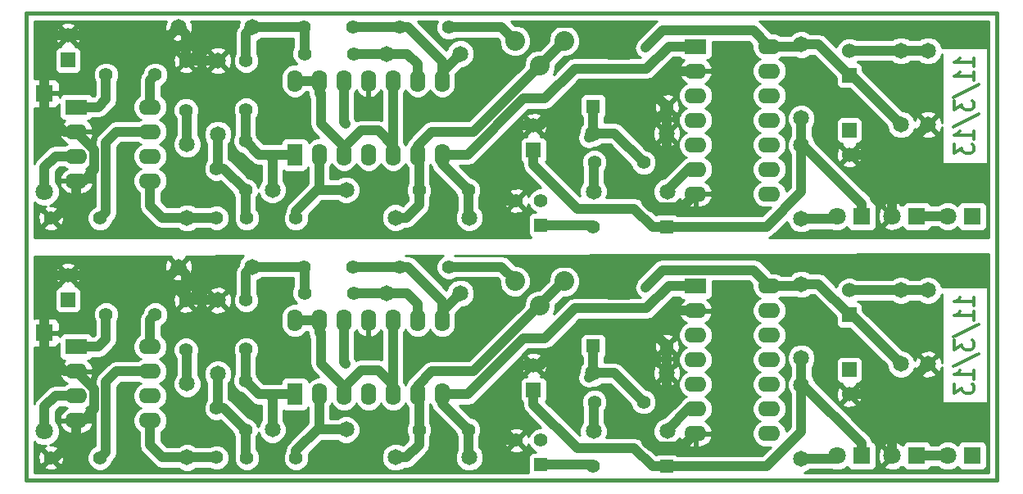
<source format=gbl>
G04 (created by PCBNEW-RS274X (2011-12-21 BZR 3253)-stable) date 11/04/2013 12:13:17*
G01*
G70*
G90*
%MOIN*%
G04 Gerber Fmt 3.4, Leading zero omitted, Abs format*
%FSLAX34Y34*%
G04 APERTURE LIST*
%ADD10C,0.006000*%
%ADD11C,0.015000*%
%ADD12C,0.012000*%
%ADD13R,0.070900X0.070900*%
%ADD14C,0.070900*%
%ADD15R,0.090000X0.062000*%
%ADD16O,0.090000X0.062000*%
%ADD17C,0.080000*%
%ADD18C,0.065000*%
%ADD19R,0.062000X0.090000*%
%ADD20O,0.062000X0.090000*%
%ADD21R,0.055000X0.055000*%
%ADD22C,0.055000*%
%ADD23R,0.060000X0.060000*%
%ADD24C,0.060000*%
%ADD25C,0.035000*%
%ADD26C,0.040000*%
%ADD27C,0.020000*%
%ADD28C,0.010000*%
G04 APERTURE END LIST*
G54D10*
G54D11*
X10500Y-27250D02*
X10500Y-08250D01*
X50000Y-08250D02*
X50000Y-27250D01*
X50000Y-27250D02*
X10500Y-27250D01*
X10500Y-08250D02*
X50000Y-08250D01*
G54D12*
X49074Y-10401D02*
X49074Y-10058D01*
X49074Y-10230D02*
X48274Y-10230D01*
X48388Y-10173D01*
X48464Y-10115D01*
X48502Y-10058D01*
X49074Y-10972D02*
X49074Y-10629D01*
X49074Y-10801D02*
X48274Y-10801D01*
X48388Y-10744D01*
X48464Y-10686D01*
X48502Y-10629D01*
X48236Y-11657D02*
X49264Y-11143D01*
X48274Y-11801D02*
X48274Y-12172D01*
X48579Y-11972D01*
X48579Y-12058D01*
X48617Y-12115D01*
X48655Y-12144D01*
X48731Y-12172D01*
X48921Y-12172D01*
X48998Y-12144D01*
X49036Y-12115D01*
X49074Y-12058D01*
X49074Y-11886D01*
X49036Y-11829D01*
X48998Y-11801D01*
X48236Y-12857D02*
X49264Y-12343D01*
X49074Y-13372D02*
X49074Y-13029D01*
X49074Y-13201D02*
X48274Y-13201D01*
X48388Y-13144D01*
X48464Y-13086D01*
X48502Y-13029D01*
X48274Y-13572D02*
X48274Y-13943D01*
X48579Y-13743D01*
X48579Y-13829D01*
X48617Y-13886D01*
X48655Y-13915D01*
X48731Y-13943D01*
X48921Y-13943D01*
X48998Y-13915D01*
X49036Y-13886D01*
X49074Y-13829D01*
X49074Y-13657D01*
X49036Y-13600D01*
X48998Y-13572D01*
X49074Y-20151D02*
X49074Y-19808D01*
X49074Y-19980D02*
X48274Y-19980D01*
X48388Y-19923D01*
X48464Y-19865D01*
X48502Y-19808D01*
X49074Y-20722D02*
X49074Y-20379D01*
X49074Y-20551D02*
X48274Y-20551D01*
X48388Y-20494D01*
X48464Y-20436D01*
X48502Y-20379D01*
X48236Y-21407D02*
X49264Y-20893D01*
X48274Y-21551D02*
X48274Y-21922D01*
X48579Y-21722D01*
X48579Y-21808D01*
X48617Y-21865D01*
X48655Y-21894D01*
X48731Y-21922D01*
X48921Y-21922D01*
X48998Y-21894D01*
X49036Y-21865D01*
X49074Y-21808D01*
X49074Y-21636D01*
X49036Y-21579D01*
X48998Y-21551D01*
X48236Y-22607D02*
X49264Y-22093D01*
X49074Y-23122D02*
X49074Y-22779D01*
X49074Y-22951D02*
X48274Y-22951D01*
X48388Y-22894D01*
X48464Y-22836D01*
X48502Y-22779D01*
X48274Y-23322D02*
X48274Y-23693D01*
X48579Y-23493D01*
X48579Y-23579D01*
X48617Y-23636D01*
X48655Y-23665D01*
X48731Y-23693D01*
X48921Y-23693D01*
X48998Y-23665D01*
X49036Y-23636D01*
X49074Y-23579D01*
X49074Y-23407D01*
X49036Y-23350D01*
X48998Y-23322D01*
G54D13*
X49000Y-16500D03*
G54D14*
X48000Y-16500D03*
G54D13*
X46750Y-16500D03*
G54D14*
X45750Y-16500D03*
G54D15*
X37740Y-09590D03*
G54D16*
X37740Y-10590D03*
X37740Y-11590D03*
X37740Y-12590D03*
X37740Y-13590D03*
X37740Y-14590D03*
X37740Y-15590D03*
X40740Y-15590D03*
X40740Y-14590D03*
X40740Y-13590D03*
X40740Y-12590D03*
X40740Y-11590D03*
X40740Y-10590D03*
X40740Y-09590D03*
G54D17*
X32400Y-09370D03*
X31400Y-10370D03*
X30400Y-09370D03*
G54D18*
X33590Y-15500D03*
X36590Y-15500D03*
X33570Y-13130D03*
X36570Y-13130D03*
X42040Y-13610D03*
X42040Y-16610D03*
X42040Y-09520D03*
X42040Y-12520D03*
X47200Y-09770D03*
X47200Y-12770D03*
X46100Y-12770D03*
X46100Y-09770D03*
X28530Y-16560D03*
X25530Y-16560D03*
X28170Y-09890D03*
X25170Y-09890D03*
X19700Y-08820D03*
X16700Y-08820D03*
X20520Y-15430D03*
X23520Y-15430D03*
X18300Y-13170D03*
X18300Y-10170D03*
X17050Y-16570D03*
X17050Y-13570D03*
G54D15*
X12540Y-12060D03*
G54D16*
X12540Y-13060D03*
X12540Y-14060D03*
X12540Y-15060D03*
X15540Y-15060D03*
X15540Y-14060D03*
X15540Y-13060D03*
X15540Y-12060D03*
G54D19*
X21430Y-13990D03*
G54D20*
X22430Y-13990D03*
X23430Y-13990D03*
X24430Y-13990D03*
X25430Y-13990D03*
X26430Y-13990D03*
X27430Y-13990D03*
X27430Y-10990D03*
X26430Y-10990D03*
X25430Y-10990D03*
X24430Y-10990D03*
X23430Y-10990D03*
X22430Y-10990D03*
X21430Y-10990D03*
G54D21*
X36560Y-16930D03*
G54D22*
X33560Y-16930D03*
G54D21*
X33570Y-12030D03*
G54D22*
X36570Y-12030D03*
X33620Y-14310D03*
X35620Y-14310D03*
X26490Y-15440D03*
X28490Y-15440D03*
X27700Y-08820D03*
X25700Y-08820D03*
X19450Y-10170D03*
X19450Y-12170D03*
X23830Y-09890D03*
X21830Y-09890D03*
X23810Y-08820D03*
X21810Y-08820D03*
X19430Y-13450D03*
X19430Y-15450D03*
X15750Y-10750D03*
X13750Y-10750D03*
X21480Y-16580D03*
X19480Y-16580D03*
X18250Y-16570D03*
X18250Y-14570D03*
X17000Y-12190D03*
X17000Y-10190D03*
X13500Y-16580D03*
X11500Y-16580D03*
G54D23*
X31150Y-13820D03*
G54D24*
X31150Y-12820D03*
G54D23*
X12200Y-10150D03*
G54D24*
X12200Y-09150D03*
G54D23*
X44000Y-10770D03*
G54D24*
X44000Y-09770D03*
G54D23*
X44000Y-13000D03*
G54D24*
X44000Y-14000D03*
G54D21*
X31450Y-16870D03*
G54D22*
X31450Y-15870D03*
X30450Y-15870D03*
G54D13*
X44500Y-16500D03*
G54D14*
X43500Y-16500D03*
G54D13*
X11250Y-11500D03*
G54D14*
X11250Y-15500D03*
G54D13*
X11250Y-21250D03*
G54D14*
X11250Y-25250D03*
G54D13*
X44500Y-26250D03*
G54D14*
X43500Y-26250D03*
G54D21*
X31450Y-26620D03*
G54D22*
X31450Y-25620D03*
X30450Y-25620D03*
G54D23*
X44000Y-22750D03*
G54D24*
X44000Y-23750D03*
G54D23*
X44000Y-20520D03*
G54D24*
X44000Y-19520D03*
G54D23*
X12200Y-19900D03*
G54D24*
X12200Y-18900D03*
G54D23*
X31150Y-23570D03*
G54D24*
X31150Y-22570D03*
G54D22*
X13500Y-26330D03*
X11500Y-26330D03*
X17000Y-21940D03*
X17000Y-19940D03*
X18250Y-26320D03*
X18250Y-24320D03*
X21480Y-26330D03*
X19480Y-26330D03*
X15750Y-20500D03*
X13750Y-20500D03*
X19430Y-23200D03*
X19430Y-25200D03*
X23810Y-18570D03*
X21810Y-18570D03*
X23830Y-19640D03*
X21830Y-19640D03*
X19450Y-19920D03*
X19450Y-21920D03*
X27700Y-18570D03*
X25700Y-18570D03*
X26490Y-25190D03*
X28490Y-25190D03*
X33620Y-24060D03*
X35620Y-24060D03*
G54D21*
X33570Y-21780D03*
G54D22*
X36570Y-21780D03*
G54D21*
X36560Y-26680D03*
G54D22*
X33560Y-26680D03*
G54D19*
X21430Y-23740D03*
G54D20*
X22430Y-23740D03*
X23430Y-23740D03*
X24430Y-23740D03*
X25430Y-23740D03*
X26430Y-23740D03*
X27430Y-23740D03*
X27430Y-20740D03*
X26430Y-20740D03*
X25430Y-20740D03*
X24430Y-20740D03*
X23430Y-20740D03*
X22430Y-20740D03*
X21430Y-20740D03*
G54D15*
X12540Y-21810D03*
G54D16*
X12540Y-22810D03*
X12540Y-23810D03*
X12540Y-24810D03*
X15540Y-24810D03*
X15540Y-23810D03*
X15540Y-22810D03*
X15540Y-21810D03*
G54D18*
X17050Y-26320D03*
X17050Y-23320D03*
X18300Y-22920D03*
X18300Y-19920D03*
X20520Y-25180D03*
X23520Y-25180D03*
X19700Y-18570D03*
X16700Y-18570D03*
X28170Y-19640D03*
X25170Y-19640D03*
X28530Y-26310D03*
X25530Y-26310D03*
X46100Y-22520D03*
X46100Y-19520D03*
X47200Y-19520D03*
X47200Y-22520D03*
X42040Y-19270D03*
X42040Y-22270D03*
X42040Y-23360D03*
X42040Y-26360D03*
X33570Y-22880D03*
X36570Y-22880D03*
X33590Y-25250D03*
X36590Y-25250D03*
G54D17*
X32400Y-19150D03*
X31400Y-20150D03*
X30400Y-19150D03*
G54D15*
X37740Y-19340D03*
G54D16*
X37740Y-20340D03*
X37740Y-21340D03*
X37740Y-22340D03*
X37740Y-23340D03*
X37740Y-24340D03*
X37740Y-25340D03*
X40740Y-25340D03*
X40740Y-24340D03*
X40740Y-23340D03*
X40740Y-22340D03*
X40740Y-21340D03*
X40740Y-20340D03*
X40740Y-19340D03*
G54D13*
X46750Y-26250D03*
G54D14*
X45750Y-26250D03*
G54D13*
X49000Y-26250D03*
G54D14*
X48000Y-26250D03*
G54D25*
X35700Y-19400D03*
X35700Y-09650D03*
X29000Y-21500D03*
X35000Y-09950D03*
X29000Y-11750D03*
X35000Y-19700D03*
X23500Y-12750D03*
X23500Y-22500D03*
G54D26*
X41970Y-09590D02*
X42040Y-09520D01*
X42040Y-09520D02*
X42750Y-09520D01*
X40740Y-09590D02*
X41970Y-09590D01*
X44100Y-10770D02*
X46100Y-12770D01*
X44000Y-10770D02*
X44100Y-10770D01*
X42750Y-09520D02*
X44000Y-10770D01*
X44100Y-20520D02*
X46100Y-22520D01*
X44000Y-20520D02*
X44100Y-20520D01*
X42750Y-19270D02*
X44000Y-20520D01*
X41970Y-19340D02*
X42040Y-19270D01*
X35700Y-19400D02*
X36400Y-18700D01*
X36400Y-18700D02*
X40100Y-18700D01*
X40100Y-18700D02*
X40740Y-19340D01*
X40100Y-08950D02*
X40740Y-09590D01*
X36400Y-08950D02*
X40100Y-08950D01*
X35700Y-09650D02*
X36400Y-08950D01*
X40740Y-19340D02*
X41970Y-19340D01*
X42040Y-19270D02*
X42750Y-19270D01*
X11500Y-26330D02*
X11670Y-26330D01*
X29720Y-25250D02*
X29720Y-23430D01*
X29720Y-23430D02*
X30580Y-22570D01*
X36570Y-22880D02*
X36570Y-21780D01*
X11700Y-18900D02*
X12200Y-18900D01*
X34250Y-19700D02*
X33150Y-18600D01*
X35000Y-19700D02*
X34250Y-19700D01*
X33150Y-18600D02*
X33150Y-18500D01*
X30450Y-25620D02*
X30090Y-25620D01*
X35920Y-25880D02*
X37200Y-25880D01*
X12820Y-24810D02*
X13280Y-24350D01*
X33450Y-09150D02*
X34250Y-09950D01*
X13280Y-24350D02*
X13280Y-23550D01*
X11250Y-19350D02*
X11700Y-18900D01*
X11670Y-26330D02*
X12540Y-25460D01*
X17000Y-18870D02*
X16700Y-18570D01*
X45970Y-23750D02*
X47200Y-22520D01*
X44000Y-23750D02*
X45750Y-23750D01*
X33450Y-18900D02*
X33150Y-18600D01*
X29000Y-21500D02*
X30125Y-20375D01*
G54D27*
X31275Y-09475D02*
X31950Y-08800D01*
G54D26*
X30450Y-15870D02*
X30090Y-15870D01*
G54D27*
X30125Y-10625D02*
X31275Y-09475D01*
G54D26*
X29000Y-11750D02*
X30125Y-10625D01*
G54D27*
X32000Y-18500D02*
X33150Y-18500D01*
G54D26*
X17020Y-19920D02*
X17000Y-19940D01*
X36570Y-24192D02*
X35740Y-25022D01*
X31450Y-22570D02*
X33080Y-20940D01*
X18300Y-19920D02*
X17020Y-19920D01*
X35490Y-20940D02*
X35880Y-20940D01*
X36130Y-20940D02*
X36730Y-20340D01*
X35880Y-20940D02*
X36130Y-20940D01*
X35490Y-11190D02*
X35730Y-11190D01*
X17000Y-10190D02*
X17000Y-09120D01*
X35740Y-15272D02*
X35740Y-15950D01*
X33080Y-20940D02*
X35490Y-20940D01*
X30090Y-25620D02*
X29720Y-25250D01*
X35740Y-25022D02*
X35740Y-25700D01*
X35490Y-20940D02*
X35730Y-20940D01*
X35880Y-11190D02*
X36130Y-11190D01*
X37200Y-25880D02*
X37740Y-25340D01*
X12060Y-22810D02*
X11250Y-22000D01*
X12540Y-25460D02*
X12540Y-24810D01*
X12200Y-18900D02*
X16370Y-18900D01*
X45750Y-26250D02*
X45750Y-23750D01*
X16370Y-18900D02*
X16700Y-18570D01*
X12540Y-24810D02*
X12820Y-24810D01*
X35730Y-20940D02*
X36570Y-21780D01*
X36730Y-20340D02*
X37740Y-20340D01*
X12540Y-15060D02*
X12820Y-15060D01*
X33080Y-11190D02*
X35490Y-11190D01*
X34250Y-09950D02*
X33150Y-08850D01*
X45750Y-16500D02*
X45750Y-14000D01*
X12200Y-09150D02*
X16370Y-09150D01*
X17000Y-19940D02*
X17000Y-18870D01*
X36570Y-14442D02*
X35740Y-15272D01*
X30090Y-15870D02*
X29720Y-15500D01*
G54D27*
X32000Y-08750D02*
X33150Y-08750D01*
G54D26*
X35730Y-11190D02*
X36570Y-12030D01*
X36570Y-13130D02*
X36570Y-14442D01*
X35000Y-09950D02*
X34250Y-09950D01*
X33150Y-08850D02*
X33150Y-08750D01*
X29720Y-15500D02*
X29720Y-13680D01*
X36570Y-13130D02*
X36570Y-12030D01*
X29720Y-13680D02*
X30580Y-12820D01*
X11500Y-16580D02*
X11670Y-16580D01*
X17020Y-10170D02*
X17000Y-10190D01*
X36730Y-10590D02*
X37740Y-10590D01*
X11670Y-16580D02*
X12540Y-15710D01*
X12540Y-15710D02*
X12540Y-15060D01*
X31150Y-12820D02*
X31450Y-12820D01*
X11250Y-11500D02*
X11250Y-09600D01*
X37200Y-16130D02*
X37740Y-15590D01*
X11250Y-09600D02*
X11700Y-09150D01*
X12060Y-13060D02*
X11250Y-12250D01*
X30580Y-12820D02*
X31150Y-12820D01*
X13280Y-14600D02*
X13280Y-13800D01*
X11700Y-09150D02*
X12200Y-09150D01*
X33450Y-09150D02*
X33150Y-08850D01*
X35920Y-16130D02*
X37200Y-16130D01*
X44000Y-14000D02*
X45750Y-14000D01*
X45970Y-14000D02*
X47200Y-12770D01*
X17000Y-09120D02*
X16700Y-08820D01*
X35740Y-15950D02*
X35920Y-16130D01*
X44000Y-23750D02*
X45970Y-23750D01*
G54D27*
X31950Y-18550D02*
X32000Y-18500D01*
G54D26*
X11250Y-22000D02*
X11250Y-21250D01*
X36570Y-22880D02*
X36570Y-24192D01*
X11250Y-21250D02*
X11250Y-19350D01*
X30580Y-22570D02*
X31150Y-22570D01*
X31150Y-22570D02*
X31450Y-22570D01*
X12540Y-13060D02*
X12060Y-13060D01*
X11250Y-12250D02*
X11250Y-11500D01*
G54D27*
X31950Y-08800D02*
X32000Y-08750D01*
G54D26*
X44000Y-14000D02*
X45970Y-14000D01*
X36130Y-11190D02*
X36730Y-10590D01*
X33150Y-08750D02*
X33150Y-08850D01*
X24430Y-11130D02*
X24430Y-10990D01*
X13280Y-23550D02*
X12540Y-22810D01*
G54D27*
X31275Y-19225D02*
X31950Y-18550D01*
G54D26*
X12540Y-22810D02*
X12060Y-22810D01*
X35490Y-11190D02*
X35880Y-11190D01*
X18300Y-10170D02*
X17020Y-10170D01*
X31450Y-12820D02*
X33080Y-11190D01*
X12820Y-15060D02*
X13280Y-14600D01*
X16370Y-09150D02*
X16700Y-08820D01*
X33150Y-18500D02*
X33150Y-18600D01*
G54D27*
X30125Y-20375D02*
X31275Y-19225D01*
G54D26*
X33450Y-18900D02*
X34250Y-19700D01*
X24430Y-20880D02*
X24430Y-20740D01*
X13280Y-13800D02*
X12540Y-13060D01*
X35740Y-25700D02*
X35920Y-25880D01*
X23430Y-13990D02*
X23430Y-13680D01*
X22500Y-12750D02*
X22500Y-11500D01*
X25430Y-23740D02*
X25430Y-21820D01*
X23430Y-23430D02*
X22500Y-22500D01*
X25430Y-23380D02*
X25430Y-23740D01*
X23430Y-23740D02*
X23430Y-23460D01*
X25430Y-21820D02*
X25430Y-20740D01*
X22500Y-11500D02*
X22430Y-11500D01*
X21430Y-10990D02*
X22430Y-10990D01*
X22430Y-10990D02*
X22430Y-11500D01*
X24120Y-13020D02*
X24820Y-13020D01*
X24820Y-13020D02*
X25430Y-13630D01*
X25430Y-13990D02*
X25430Y-12070D01*
X23430Y-13680D02*
X22500Y-12750D01*
X23430Y-13990D02*
X23430Y-13710D01*
X25430Y-12070D02*
X25430Y-10990D01*
X23430Y-13710D02*
X24120Y-13020D01*
X22500Y-21250D02*
X22430Y-21250D01*
X22500Y-22500D02*
X22500Y-21250D01*
X22430Y-20740D02*
X22430Y-21250D01*
X23430Y-23460D02*
X24120Y-22770D01*
X24120Y-22770D02*
X24820Y-22770D01*
X24820Y-22770D02*
X25430Y-23380D01*
X23430Y-23740D02*
X23430Y-23430D01*
X21430Y-20740D02*
X22430Y-20740D01*
X25430Y-13630D02*
X25430Y-13990D01*
X33570Y-21780D02*
X33570Y-22880D01*
X33570Y-22880D02*
X34440Y-22880D01*
X34440Y-22880D02*
X35620Y-24060D01*
X33390Y-23060D02*
X33570Y-22880D01*
G54D11*
X33390Y-23060D02*
X33570Y-22880D01*
G54D26*
X34440Y-13130D02*
X35620Y-14310D01*
X33390Y-13310D02*
X33570Y-13130D01*
X33570Y-13130D02*
X34440Y-13130D01*
X33570Y-12030D02*
X33570Y-13130D01*
G54D11*
X33390Y-13310D02*
X33570Y-13130D01*
G54D26*
X37450Y-14590D02*
X37740Y-14590D01*
X37450Y-24340D02*
X37740Y-24340D01*
X36590Y-15450D02*
X37450Y-14590D01*
X36590Y-15500D02*
X36590Y-15450D01*
X36590Y-25250D02*
X36590Y-25200D01*
X36590Y-25200D02*
X37450Y-24340D01*
X46750Y-16500D02*
X48000Y-16500D01*
X46750Y-26250D02*
X48000Y-26250D01*
X27430Y-13990D02*
X27430Y-14380D01*
X35750Y-10500D02*
X32820Y-10500D01*
X28480Y-23740D02*
X30750Y-21470D01*
X31600Y-11720D02*
X32820Y-10500D01*
X27430Y-13990D02*
X28480Y-13990D01*
X30750Y-11720D02*
X31600Y-11720D01*
X28480Y-13990D02*
X30750Y-11720D01*
X28490Y-25190D02*
X28490Y-26270D01*
X27430Y-24130D02*
X28490Y-25190D01*
X28490Y-15440D02*
X28490Y-16520D01*
X27430Y-14380D02*
X28490Y-15440D01*
X27430Y-23740D02*
X28480Y-23740D01*
X35750Y-20250D02*
X32820Y-20250D01*
X30750Y-21470D02*
X31600Y-21470D01*
X37740Y-09590D02*
X36660Y-09590D01*
X27430Y-23740D02*
X27430Y-24130D01*
X31600Y-21470D02*
X32820Y-20250D01*
X37740Y-19340D02*
X36660Y-19340D01*
X36660Y-19340D02*
X35750Y-20250D01*
X36660Y-09590D02*
X35750Y-10500D01*
X28490Y-26270D02*
X28530Y-26310D01*
X28490Y-16520D02*
X28530Y-16560D01*
X26490Y-16040D02*
X26490Y-15440D01*
X26490Y-14050D02*
X26430Y-13990D01*
X26430Y-13990D02*
X26430Y-13640D01*
X25970Y-16560D02*
X26490Y-16040D01*
X25530Y-16560D02*
X25970Y-16560D01*
X31400Y-10370D02*
X32400Y-09370D01*
X28700Y-13070D02*
X31400Y-10370D01*
X27000Y-13070D02*
X28700Y-13070D01*
X26490Y-15440D02*
X26490Y-14050D01*
X26430Y-13640D02*
X27000Y-13070D01*
X26430Y-23390D02*
X27000Y-22820D01*
X26430Y-23740D02*
X26430Y-23390D01*
X25970Y-26310D02*
X26490Y-25790D01*
X25530Y-26310D02*
X25970Y-26310D01*
X31400Y-20120D02*
X32400Y-19120D01*
X28700Y-22820D02*
X31400Y-20120D01*
X27000Y-22820D02*
X28700Y-22820D01*
X26490Y-25190D02*
X26490Y-23800D01*
X26490Y-25790D02*
X26490Y-25190D01*
X26490Y-23800D02*
X26430Y-23740D01*
X27700Y-18570D02*
X29850Y-18570D01*
X29850Y-18570D02*
X30400Y-19120D01*
X29850Y-08820D02*
X30400Y-09370D01*
X27700Y-08820D02*
X29850Y-08820D01*
X25700Y-18570D02*
X26040Y-18570D01*
X27430Y-19960D02*
X27430Y-20740D01*
X26040Y-18570D02*
X27430Y-19960D01*
X25700Y-08820D02*
X26040Y-08820D01*
X23810Y-08820D02*
X25700Y-08820D01*
X27430Y-10210D02*
X27430Y-10990D01*
X27430Y-20740D02*
X27430Y-20380D01*
X27430Y-20380D02*
X28170Y-19640D01*
X23810Y-18570D02*
X25700Y-18570D01*
X26040Y-08820D02*
X27430Y-10210D01*
X27430Y-10630D02*
X28170Y-09890D01*
X27430Y-10990D02*
X27430Y-10630D01*
X21830Y-09890D02*
X21830Y-08840D01*
X21830Y-08840D02*
X21810Y-08820D01*
X19700Y-08820D02*
X21810Y-08820D01*
X19450Y-09070D02*
X19700Y-08820D01*
X19450Y-10170D02*
X19450Y-09070D01*
X19700Y-18570D02*
X21810Y-18570D01*
X21830Y-19640D02*
X21830Y-18590D01*
X19450Y-18820D02*
X19700Y-18570D01*
X21830Y-18590D02*
X21810Y-18570D01*
X19450Y-19920D02*
X19450Y-18820D01*
X18550Y-24320D02*
X19430Y-25200D01*
X18550Y-14570D02*
X19430Y-15450D01*
X19430Y-16530D02*
X19480Y-16580D01*
X19430Y-15450D02*
X19430Y-16530D01*
X19430Y-25200D02*
X19430Y-26280D01*
X19430Y-26280D02*
X19480Y-26330D01*
X18300Y-24270D02*
X18250Y-24320D01*
X18250Y-24320D02*
X18550Y-24320D01*
X18300Y-22920D02*
X18300Y-24270D01*
X18300Y-14520D02*
X18250Y-14570D01*
X18300Y-13170D02*
X18300Y-14520D01*
X18250Y-14570D02*
X18550Y-14570D01*
X15540Y-16070D02*
X16040Y-16570D01*
X16040Y-16570D02*
X17050Y-16570D01*
X15540Y-15060D02*
X15540Y-16070D01*
X17050Y-16570D02*
X18250Y-16570D01*
X17050Y-26320D02*
X18250Y-26320D01*
X16040Y-26320D02*
X17050Y-26320D01*
X15540Y-25820D02*
X16040Y-26320D01*
X15540Y-24810D02*
X15540Y-25820D01*
X15540Y-22810D02*
X14170Y-22810D01*
X13742Y-23238D02*
X13742Y-26088D01*
X13742Y-26088D02*
X13500Y-26330D01*
X14170Y-22810D02*
X13742Y-23238D01*
X14170Y-13060D02*
X13742Y-13488D01*
X13742Y-16338D02*
X13500Y-16580D01*
X13742Y-13488D02*
X13742Y-16338D01*
X15540Y-13060D02*
X14170Y-13060D01*
X15540Y-21810D02*
X15540Y-20710D01*
X15540Y-20710D02*
X15750Y-20500D01*
X15540Y-10960D02*
X15750Y-10750D01*
X15540Y-12060D02*
X15540Y-10960D01*
X11250Y-24250D02*
X11690Y-23810D01*
X11250Y-14500D02*
X11690Y-14060D01*
X11690Y-23810D02*
X12540Y-23810D01*
X11250Y-15500D02*
X11250Y-14500D01*
X11250Y-25250D02*
X11250Y-24250D01*
X11690Y-14060D02*
X12540Y-14060D01*
X12540Y-21810D02*
X13440Y-21810D01*
X13750Y-21500D02*
X13750Y-20500D01*
X13750Y-11750D02*
X13750Y-10750D01*
X12540Y-12060D02*
X13440Y-12060D01*
X13440Y-12060D02*
X13750Y-11750D01*
X13440Y-21810D02*
X13750Y-21500D01*
X17050Y-13570D02*
X17050Y-12240D01*
X17050Y-12240D02*
X17000Y-12190D01*
X17050Y-23320D02*
X17050Y-21990D01*
X17050Y-21990D02*
X17000Y-21940D01*
X21480Y-26330D02*
X21480Y-26050D01*
X21480Y-16580D02*
X21480Y-16300D01*
X21480Y-16300D02*
X22430Y-15350D01*
X21480Y-26050D02*
X22430Y-25100D01*
X22510Y-25180D02*
X22430Y-25100D01*
X23520Y-15430D02*
X22510Y-15430D01*
X23520Y-25180D02*
X22510Y-25180D01*
X22430Y-25100D02*
X22430Y-23740D01*
X22510Y-15430D02*
X22430Y-15350D01*
X22430Y-15350D02*
X22430Y-13990D01*
X25170Y-09890D02*
X26000Y-09890D01*
X23830Y-09890D02*
X25170Y-09890D01*
X26000Y-09890D02*
X26430Y-10320D01*
X26000Y-19640D02*
X26430Y-20070D01*
X23830Y-19640D02*
X25170Y-19640D01*
X25170Y-19640D02*
X26000Y-19640D01*
X26430Y-20070D02*
X26430Y-20740D01*
X26430Y-10320D02*
X26430Y-10990D01*
X23430Y-12680D02*
X23500Y-12750D01*
X46100Y-09770D02*
X47200Y-09770D01*
X44000Y-09770D02*
X46100Y-09770D01*
X23430Y-10990D02*
X23430Y-12680D01*
X44000Y-19520D02*
X46100Y-19520D01*
X23430Y-20740D02*
X23430Y-22430D01*
X23430Y-22430D02*
X23500Y-22500D01*
X46100Y-19520D02*
X47200Y-19520D01*
X37100Y-26680D02*
X40630Y-26680D01*
X40630Y-26680D02*
X42040Y-25270D01*
X42110Y-13610D02*
X44500Y-16000D01*
X42040Y-13610D02*
X42040Y-12520D01*
X36560Y-16930D02*
X37100Y-16930D01*
X32930Y-16190D02*
X35250Y-16190D01*
X44500Y-25750D02*
X44500Y-26250D01*
X44500Y-16000D02*
X44500Y-16500D01*
X35250Y-16190D02*
X35990Y-16930D01*
X37100Y-16930D02*
X40630Y-16930D01*
X40630Y-16930D02*
X42040Y-15520D01*
X35990Y-16930D02*
X36560Y-16930D01*
X42040Y-13610D02*
X42110Y-13610D01*
X31150Y-14410D02*
X32930Y-16190D01*
X32930Y-25940D02*
X35250Y-25940D01*
X31150Y-13820D02*
X31150Y-14410D01*
X35990Y-26680D02*
X36560Y-26680D01*
X31150Y-24160D02*
X32930Y-25940D01*
X42040Y-25270D02*
X42040Y-24370D01*
X35250Y-25940D02*
X35990Y-26680D01*
X42040Y-14620D02*
X42040Y-13610D01*
X42040Y-23360D02*
X42110Y-23360D01*
X42040Y-15520D02*
X42040Y-14620D01*
X42040Y-23360D02*
X42040Y-22270D01*
X42110Y-23360D02*
X44500Y-25750D01*
X42040Y-24370D02*
X42040Y-23360D01*
X31150Y-23570D02*
X31150Y-24160D01*
X36560Y-26680D02*
X37100Y-26680D01*
X42040Y-16610D02*
X43390Y-16610D01*
X31450Y-16870D02*
X33500Y-16870D01*
X43390Y-16610D02*
X43500Y-16500D01*
X33500Y-26620D02*
X33560Y-26680D01*
X33500Y-16870D02*
X33560Y-16930D01*
X31450Y-26620D02*
X33500Y-26620D01*
X43390Y-26360D02*
X43500Y-26250D01*
X42040Y-26360D02*
X43390Y-26360D01*
X33590Y-25250D02*
X33590Y-24090D01*
X33590Y-24090D02*
X33620Y-24060D01*
X33590Y-15500D02*
X33590Y-14340D01*
X33590Y-14340D02*
X33620Y-14310D01*
X19430Y-13450D02*
X19430Y-12190D01*
X20520Y-13990D02*
X20480Y-13990D01*
X20480Y-13990D02*
X20480Y-14100D01*
X20480Y-14100D02*
X20480Y-13990D01*
X19970Y-13990D02*
X19430Y-13450D01*
X20480Y-13990D02*
X19970Y-13990D01*
X20520Y-15430D02*
X20520Y-13990D01*
X20520Y-25180D02*
X20520Y-23740D01*
X19430Y-12190D02*
X19450Y-12170D01*
X19430Y-21940D02*
X19450Y-21920D01*
X20520Y-23740D02*
X20480Y-23740D01*
X19430Y-23200D02*
X19430Y-21940D01*
X20480Y-23850D02*
X20480Y-23740D01*
X19970Y-23740D02*
X19430Y-23200D01*
X21430Y-13990D02*
X20480Y-13990D01*
X21430Y-23740D02*
X20480Y-23740D01*
X20480Y-23740D02*
X20480Y-23850D01*
X20480Y-23740D02*
X19970Y-23740D01*
G54D10*
G36*
X24980Y-22351D02*
X24820Y-22320D01*
X24120Y-22320D01*
X23948Y-22354D01*
X23923Y-22370D01*
X23915Y-22327D01*
X23880Y-22274D01*
X23880Y-21219D01*
X23895Y-21204D01*
X23928Y-21124D01*
X24048Y-21290D01*
X24234Y-21405D01*
X24293Y-21422D01*
X24380Y-21375D01*
X24380Y-20840D01*
X24380Y-20790D01*
X24380Y-20690D01*
X24480Y-20690D01*
X24480Y-20790D01*
X24480Y-20840D01*
X24480Y-21375D01*
X24567Y-21422D01*
X24626Y-21405D01*
X24812Y-21290D01*
X24931Y-21124D01*
X24965Y-21204D01*
X24980Y-21219D01*
X24980Y-21820D01*
X24980Y-22351D01*
X24980Y-22351D01*
G37*
G54D28*
X24980Y-22351D02*
X24820Y-22320D01*
X24120Y-22320D01*
X23948Y-22354D01*
X23923Y-22370D01*
X23915Y-22327D01*
X23880Y-22274D01*
X23880Y-21219D01*
X23895Y-21204D01*
X23928Y-21124D01*
X24048Y-21290D01*
X24234Y-21405D01*
X24293Y-21422D01*
X24380Y-21375D01*
X24380Y-20840D01*
X24380Y-20790D01*
X24380Y-20690D01*
X24480Y-20690D01*
X24480Y-20790D01*
X24480Y-20840D01*
X24480Y-21375D01*
X24567Y-21422D01*
X24626Y-21405D01*
X24812Y-21290D01*
X24931Y-21124D01*
X24965Y-21204D01*
X24980Y-21219D01*
X24980Y-21820D01*
X24980Y-22351D01*
G54D10*
G36*
X40785Y-25889D02*
X40444Y-26230D01*
X38442Y-26230D01*
X38442Y-24449D01*
X38442Y-24231D01*
X38358Y-24029D01*
X38204Y-23875D01*
X38119Y-23840D01*
X38204Y-23805D01*
X38358Y-23651D01*
X38442Y-23449D01*
X38442Y-23231D01*
X38358Y-23029D01*
X38204Y-22875D01*
X38119Y-22840D01*
X38204Y-22805D01*
X38358Y-22651D01*
X38442Y-22449D01*
X38442Y-22231D01*
X38358Y-22029D01*
X38204Y-21875D01*
X38119Y-21840D01*
X38204Y-21805D01*
X38358Y-21651D01*
X38442Y-21449D01*
X38442Y-21231D01*
X38358Y-21029D01*
X38204Y-20875D01*
X38124Y-20841D01*
X38290Y-20722D01*
X38405Y-20536D01*
X38422Y-20477D01*
X38375Y-20390D01*
X37840Y-20390D01*
X37790Y-20390D01*
X37690Y-20390D01*
X37640Y-20390D01*
X37105Y-20390D01*
X37058Y-20477D01*
X37075Y-20536D01*
X37190Y-20722D01*
X37355Y-20841D01*
X37276Y-20875D01*
X37122Y-21029D01*
X37038Y-21231D01*
X37038Y-21449D01*
X37122Y-21651D01*
X37276Y-21805D01*
X37360Y-21840D01*
X37276Y-21875D01*
X37122Y-22029D01*
X37089Y-22108D01*
X37089Y-21854D01*
X37078Y-21650D01*
X37022Y-21513D01*
X36931Y-21490D01*
X36860Y-21561D01*
X36860Y-21419D01*
X36837Y-21328D01*
X36644Y-21261D01*
X36440Y-21272D01*
X36303Y-21328D01*
X36280Y-21419D01*
X36570Y-21709D01*
X36860Y-21419D01*
X36860Y-21561D01*
X36641Y-21780D01*
X36931Y-22070D01*
X37022Y-22047D01*
X37089Y-21854D01*
X37089Y-22108D01*
X37038Y-22231D01*
X37038Y-22449D01*
X37122Y-22651D01*
X37276Y-22805D01*
X37360Y-22840D01*
X37276Y-22875D01*
X37122Y-23029D01*
X37069Y-23156D01*
X37138Y-22964D01*
X37126Y-22741D01*
X37062Y-22584D01*
X36966Y-22555D01*
X36895Y-22626D01*
X36895Y-22484D01*
X36866Y-22388D01*
X36860Y-22385D01*
X36860Y-22141D01*
X36570Y-21851D01*
X36499Y-21922D01*
X36499Y-21780D01*
X36209Y-21490D01*
X36118Y-21513D01*
X36051Y-21706D01*
X36062Y-21910D01*
X36118Y-22047D01*
X36209Y-22070D01*
X36499Y-21780D01*
X36499Y-21922D01*
X36280Y-22141D01*
X36303Y-22232D01*
X36496Y-22299D01*
X36700Y-22288D01*
X36837Y-22232D01*
X36860Y-22141D01*
X36860Y-22385D01*
X36654Y-22312D01*
X36431Y-22324D01*
X36274Y-22388D01*
X36245Y-22484D01*
X36570Y-22809D01*
X36895Y-22484D01*
X36895Y-22626D01*
X36641Y-22880D01*
X36966Y-23205D01*
X37060Y-23176D01*
X37038Y-23231D01*
X37038Y-23449D01*
X37122Y-23651D01*
X37276Y-23805D01*
X37360Y-23840D01*
X37276Y-23875D01*
X37122Y-24029D01*
X37119Y-24034D01*
X36895Y-24258D01*
X36895Y-23276D01*
X36570Y-22951D01*
X36499Y-23022D01*
X36499Y-22880D01*
X36174Y-22555D01*
X36078Y-22584D01*
X36002Y-22796D01*
X36014Y-23019D01*
X36078Y-23176D01*
X36174Y-23205D01*
X36499Y-22880D01*
X36499Y-23022D01*
X36245Y-23276D01*
X36274Y-23372D01*
X36486Y-23448D01*
X36709Y-23436D01*
X36866Y-23372D01*
X36895Y-23276D01*
X36895Y-24258D01*
X36479Y-24675D01*
X36476Y-24675D01*
X36265Y-24762D01*
X36145Y-24882D01*
X36145Y-24165D01*
X36145Y-23956D01*
X36065Y-23763D01*
X35918Y-23615D01*
X35736Y-23539D01*
X34758Y-22562D01*
X34613Y-22464D01*
X34440Y-22430D01*
X34020Y-22430D01*
X34020Y-22232D01*
X34056Y-22196D01*
X34094Y-22105D01*
X34094Y-22006D01*
X34094Y-21456D01*
X34056Y-21364D01*
X33986Y-21294D01*
X33895Y-21256D01*
X33796Y-21256D01*
X33246Y-21256D01*
X33154Y-21294D01*
X33084Y-21364D01*
X33046Y-21455D01*
X33046Y-21554D01*
X33046Y-22104D01*
X33084Y-22196D01*
X33120Y-22232D01*
X33120Y-22517D01*
X33083Y-22554D01*
X32995Y-22765D01*
X32995Y-22855D01*
X32974Y-22887D01*
X32940Y-23060D01*
X32974Y-23233D01*
X33072Y-23378D01*
X33217Y-23476D01*
X33390Y-23510D01*
X33563Y-23476D01*
X33594Y-23455D01*
X33684Y-23455D01*
X33895Y-23368D01*
X33933Y-23330D01*
X34253Y-23330D01*
X35100Y-24177D01*
X35175Y-24357D01*
X35322Y-24505D01*
X35515Y-24585D01*
X35724Y-24585D01*
X35917Y-24505D01*
X36065Y-24358D01*
X36145Y-24165D01*
X36145Y-24882D01*
X36103Y-24924D01*
X36015Y-25135D01*
X36015Y-25364D01*
X36102Y-25575D01*
X36264Y-25737D01*
X36475Y-25825D01*
X36704Y-25825D01*
X36915Y-25738D01*
X37077Y-25576D01*
X37086Y-25554D01*
X37190Y-25722D01*
X37367Y-25850D01*
X37580Y-25900D01*
X37690Y-25900D01*
X37690Y-25440D01*
X37690Y-25390D01*
X37690Y-25290D01*
X37790Y-25290D01*
X37840Y-25290D01*
X38375Y-25290D01*
X38422Y-25203D01*
X38405Y-25144D01*
X38290Y-24958D01*
X38124Y-24838D01*
X38204Y-24805D01*
X38358Y-24651D01*
X38442Y-24449D01*
X38442Y-26230D01*
X38422Y-26230D01*
X38422Y-25477D01*
X38375Y-25390D01*
X37790Y-25390D01*
X37790Y-25900D01*
X37900Y-25900D01*
X38113Y-25850D01*
X38290Y-25722D01*
X38405Y-25536D01*
X38422Y-25477D01*
X38422Y-26230D01*
X37100Y-26230D01*
X37012Y-26230D01*
X36976Y-26194D01*
X36885Y-26156D01*
X36786Y-26156D01*
X36236Y-26156D01*
X36144Y-26194D01*
X36142Y-26195D01*
X35568Y-25622D01*
X35423Y-25524D01*
X35250Y-25490D01*
X34112Y-25490D01*
X34165Y-25365D01*
X34165Y-25136D01*
X34078Y-24925D01*
X34040Y-24887D01*
X34040Y-24382D01*
X34065Y-24358D01*
X34145Y-24165D01*
X34145Y-23956D01*
X34065Y-23763D01*
X33918Y-23615D01*
X33725Y-23535D01*
X33516Y-23535D01*
X33323Y-23615D01*
X33175Y-23762D01*
X33095Y-23955D01*
X33095Y-24164D01*
X33140Y-24272D01*
X33140Y-24887D01*
X33103Y-24924D01*
X33015Y-25135D01*
X33015Y-25364D01*
X33032Y-25406D01*
X31649Y-24023D01*
X31661Y-24011D01*
X31699Y-23920D01*
X31699Y-23821D01*
X31699Y-23221D01*
X31693Y-23206D01*
X31693Y-22649D01*
X31682Y-22436D01*
X31622Y-22289D01*
X31528Y-22262D01*
X31458Y-22332D01*
X31458Y-22192D01*
X31431Y-22098D01*
X31229Y-22027D01*
X31016Y-22038D01*
X30869Y-22098D01*
X30842Y-22192D01*
X31150Y-22499D01*
X31458Y-22192D01*
X31458Y-22332D01*
X31221Y-22570D01*
X31528Y-22878D01*
X31622Y-22851D01*
X31693Y-22649D01*
X31693Y-23206D01*
X31661Y-23129D01*
X31591Y-23059D01*
X31500Y-23021D01*
X31437Y-23021D01*
X31458Y-22948D01*
X31150Y-22641D01*
X31079Y-22711D01*
X31079Y-22570D01*
X30772Y-22262D01*
X30678Y-22289D01*
X30607Y-22491D01*
X30618Y-22704D01*
X30678Y-22851D01*
X30772Y-22878D01*
X31079Y-22570D01*
X31079Y-22711D01*
X30842Y-22948D01*
X30862Y-23021D01*
X30801Y-23021D01*
X30709Y-23059D01*
X30639Y-23129D01*
X30601Y-23220D01*
X30601Y-23319D01*
X30601Y-23919D01*
X30639Y-24011D01*
X30700Y-24072D01*
X30700Y-24160D01*
X30734Y-24333D01*
X30832Y-24478D01*
X31449Y-25095D01*
X31346Y-25095D01*
X31153Y-25175D01*
X31005Y-25322D01*
X30946Y-25462D01*
X30902Y-25353D01*
X30811Y-25330D01*
X30740Y-25401D01*
X30740Y-25259D01*
X30717Y-25168D01*
X30524Y-25101D01*
X30320Y-25112D01*
X30183Y-25168D01*
X30160Y-25259D01*
X30450Y-25549D01*
X30740Y-25259D01*
X30740Y-25401D01*
X30521Y-25620D01*
X30811Y-25910D01*
X30902Y-25887D01*
X30943Y-25768D01*
X31005Y-25917D01*
X31152Y-26065D01*
X31226Y-26096D01*
X31126Y-26096D01*
X31034Y-26134D01*
X30964Y-26204D01*
X30926Y-26295D01*
X30926Y-26394D01*
X30926Y-26925D01*
X30740Y-26925D01*
X30740Y-25981D01*
X30450Y-25691D01*
X30379Y-25762D01*
X30379Y-25620D01*
X30089Y-25330D01*
X29998Y-25353D01*
X29931Y-25546D01*
X29942Y-25750D01*
X29998Y-25887D01*
X30089Y-25910D01*
X30379Y-25620D01*
X30379Y-25762D01*
X30160Y-25981D01*
X30183Y-26072D01*
X30376Y-26139D01*
X30580Y-26128D01*
X30717Y-26072D01*
X30740Y-25981D01*
X30740Y-26925D01*
X18775Y-26925D01*
X18775Y-26425D01*
X18775Y-26216D01*
X18695Y-26023D01*
X18548Y-25875D01*
X18355Y-25795D01*
X18146Y-25795D01*
X17965Y-25870D01*
X17625Y-25870D01*
X17625Y-23435D01*
X17625Y-23206D01*
X17538Y-22995D01*
X17500Y-22957D01*
X17500Y-22105D01*
X17525Y-22045D01*
X17525Y-21836D01*
X17519Y-21821D01*
X17519Y-20014D01*
X17508Y-19810D01*
X17452Y-19673D01*
X17361Y-19650D01*
X17290Y-19721D01*
X17290Y-19579D01*
X17268Y-19491D01*
X17268Y-18654D01*
X17256Y-18431D01*
X17192Y-18274D01*
X17096Y-18245D01*
X16771Y-18570D01*
X17096Y-18895D01*
X17192Y-18866D01*
X17268Y-18654D01*
X17268Y-19491D01*
X17267Y-19488D01*
X17074Y-19421D01*
X17025Y-19423D01*
X17025Y-18966D01*
X16700Y-18641D01*
X16629Y-18712D01*
X16629Y-18570D01*
X16304Y-18245D01*
X16208Y-18274D01*
X16132Y-18486D01*
X16144Y-18709D01*
X16208Y-18866D01*
X16304Y-18895D01*
X16629Y-18570D01*
X16629Y-18712D01*
X16375Y-18966D01*
X16404Y-19062D01*
X16616Y-19138D01*
X16839Y-19126D01*
X16996Y-19062D01*
X17025Y-18966D01*
X17025Y-19423D01*
X16870Y-19432D01*
X16733Y-19488D01*
X16710Y-19579D01*
X17000Y-19869D01*
X17290Y-19579D01*
X17290Y-19721D01*
X17071Y-19940D01*
X17361Y-20230D01*
X17452Y-20207D01*
X17519Y-20014D01*
X17519Y-21821D01*
X17445Y-21643D01*
X17298Y-21495D01*
X17290Y-21491D01*
X17290Y-20301D01*
X17000Y-20011D01*
X16929Y-20082D01*
X16929Y-19940D01*
X16639Y-19650D01*
X16548Y-19673D01*
X16481Y-19866D01*
X16492Y-20070D01*
X16548Y-20207D01*
X16639Y-20230D01*
X16929Y-19940D01*
X16929Y-20082D01*
X16710Y-20301D01*
X16733Y-20392D01*
X16926Y-20459D01*
X17130Y-20448D01*
X17267Y-20392D01*
X17290Y-20301D01*
X17290Y-21491D01*
X17105Y-21415D01*
X16896Y-21415D01*
X16703Y-21495D01*
X16555Y-21642D01*
X16475Y-21835D01*
X16475Y-22044D01*
X16555Y-22237D01*
X16600Y-22282D01*
X16600Y-22957D01*
X16563Y-22994D01*
X16475Y-23205D01*
X16475Y-23434D01*
X16562Y-23645D01*
X16724Y-23807D01*
X16935Y-23895D01*
X17164Y-23895D01*
X17375Y-23808D01*
X17537Y-23646D01*
X17625Y-23435D01*
X17625Y-25870D01*
X17413Y-25870D01*
X17376Y-25833D01*
X17165Y-25745D01*
X16936Y-25745D01*
X16725Y-25832D01*
X16687Y-25870D01*
X16226Y-25870D01*
X15990Y-25634D01*
X15990Y-25280D01*
X16004Y-25275D01*
X16158Y-25121D01*
X16242Y-24919D01*
X16242Y-24701D01*
X16158Y-24499D01*
X16004Y-24345D01*
X15919Y-24310D01*
X16004Y-24275D01*
X16158Y-24121D01*
X16242Y-23919D01*
X16242Y-23701D01*
X16158Y-23499D01*
X16004Y-23345D01*
X15919Y-23310D01*
X16004Y-23275D01*
X16158Y-23121D01*
X16242Y-22919D01*
X16242Y-22701D01*
X16158Y-22499D01*
X16004Y-22345D01*
X15919Y-22310D01*
X16004Y-22275D01*
X16158Y-22121D01*
X16242Y-21919D01*
X16242Y-21701D01*
X16158Y-21499D01*
X16004Y-21345D01*
X15990Y-21339D01*
X15990Y-20968D01*
X16047Y-20945D01*
X16195Y-20798D01*
X16275Y-20605D01*
X16275Y-20396D01*
X16195Y-20203D01*
X16048Y-20055D01*
X15855Y-19975D01*
X15646Y-19975D01*
X15453Y-20055D01*
X15305Y-20202D01*
X15229Y-20384D01*
X15222Y-20392D01*
X15124Y-20537D01*
X15090Y-20710D01*
X15090Y-21339D01*
X15076Y-21345D01*
X14922Y-21499D01*
X14838Y-21701D01*
X14838Y-21919D01*
X14922Y-22121D01*
X15076Y-22275D01*
X15160Y-22310D01*
X15076Y-22345D01*
X15061Y-22360D01*
X14275Y-22360D01*
X14275Y-20605D01*
X14275Y-20396D01*
X14195Y-20203D01*
X14048Y-20055D01*
X13855Y-19975D01*
X13646Y-19975D01*
X13453Y-20055D01*
X13305Y-20202D01*
X13225Y-20395D01*
X13225Y-20604D01*
X13300Y-20784D01*
X13300Y-21314D01*
X13254Y-21360D01*
X13201Y-21360D01*
X13201Y-21359D01*
X13131Y-21289D01*
X13040Y-21251D01*
X12941Y-21251D01*
X12749Y-21251D01*
X12749Y-20250D01*
X12749Y-20151D01*
X12749Y-19551D01*
X12743Y-19536D01*
X12743Y-18979D01*
X12732Y-18766D01*
X12672Y-18619D01*
X12578Y-18592D01*
X12508Y-18662D01*
X12508Y-18522D01*
X12481Y-18428D01*
X12279Y-18357D01*
X12066Y-18368D01*
X11919Y-18428D01*
X11892Y-18522D01*
X12200Y-18829D01*
X12508Y-18522D01*
X12508Y-18662D01*
X12271Y-18900D01*
X12578Y-19208D01*
X12672Y-19181D01*
X12743Y-18979D01*
X12743Y-19536D01*
X12711Y-19459D01*
X12641Y-19389D01*
X12550Y-19351D01*
X12487Y-19351D01*
X12508Y-19278D01*
X12200Y-18971D01*
X12129Y-19041D01*
X12129Y-18900D01*
X11822Y-18592D01*
X11728Y-18619D01*
X11657Y-18821D01*
X11668Y-19034D01*
X11728Y-19181D01*
X11822Y-19208D01*
X12129Y-18900D01*
X12129Y-19041D01*
X11892Y-19278D01*
X11912Y-19351D01*
X11851Y-19351D01*
X11759Y-19389D01*
X11689Y-19459D01*
X11651Y-19550D01*
X11651Y-19649D01*
X11651Y-20249D01*
X11689Y-20341D01*
X11759Y-20411D01*
X11850Y-20449D01*
X11949Y-20449D01*
X12549Y-20449D01*
X12641Y-20411D01*
X12711Y-20341D01*
X12749Y-20250D01*
X12749Y-21251D01*
X12041Y-21251D01*
X11949Y-21289D01*
X11879Y-21359D01*
X11853Y-21419D01*
X11854Y-21362D01*
X11854Y-21138D01*
X11853Y-20847D01*
X11815Y-20755D01*
X11745Y-20685D01*
X11654Y-20647D01*
X11555Y-20647D01*
X11362Y-20646D01*
X11300Y-20708D01*
X11300Y-21200D01*
X11792Y-21200D01*
X11854Y-21138D01*
X11854Y-21362D01*
X11792Y-21300D01*
X11300Y-21300D01*
X11300Y-21792D01*
X11362Y-21854D01*
X11555Y-21853D01*
X11654Y-21853D01*
X11745Y-21815D01*
X11815Y-21745D01*
X11841Y-21682D01*
X11841Y-22169D01*
X11879Y-22261D01*
X11949Y-22331D01*
X12040Y-22369D01*
X12071Y-22369D01*
X11990Y-22428D01*
X11875Y-22614D01*
X11858Y-22673D01*
X11905Y-22760D01*
X12440Y-22760D01*
X12490Y-22760D01*
X12590Y-22760D01*
X12640Y-22760D01*
X13175Y-22760D01*
X13222Y-22673D01*
X13205Y-22614D01*
X13090Y-22428D01*
X13008Y-22369D01*
X13039Y-22369D01*
X13131Y-22331D01*
X13201Y-22261D01*
X13201Y-22260D01*
X13440Y-22260D01*
X13612Y-22226D01*
X13613Y-22226D01*
X13758Y-22128D01*
X14068Y-21818D01*
X14165Y-21673D01*
X14166Y-21672D01*
X14199Y-21500D01*
X14200Y-21500D01*
X14200Y-20785D01*
X14275Y-20605D01*
X14275Y-22360D01*
X14170Y-22360D01*
X13997Y-22394D01*
X13852Y-22492D01*
X13424Y-22920D01*
X13326Y-23065D01*
X13292Y-23238D01*
X13292Y-25848D01*
X13222Y-25877D01*
X13222Y-24947D01*
X13175Y-24860D01*
X12590Y-24860D01*
X12590Y-25370D01*
X12700Y-25370D01*
X12913Y-25320D01*
X13090Y-25192D01*
X13205Y-25006D01*
X13222Y-24947D01*
X13222Y-25877D01*
X13203Y-25885D01*
X13055Y-26032D01*
X12975Y-26225D01*
X12975Y-26434D01*
X13055Y-26627D01*
X13202Y-26775D01*
X13395Y-26855D01*
X13604Y-26855D01*
X13797Y-26775D01*
X13945Y-26628D01*
X14020Y-26445D01*
X14060Y-26406D01*
X14158Y-26261D01*
X14158Y-26260D01*
X14192Y-26088D01*
X14192Y-23424D01*
X14356Y-23260D01*
X15061Y-23260D01*
X15076Y-23275D01*
X15160Y-23310D01*
X15076Y-23345D01*
X14922Y-23499D01*
X14838Y-23701D01*
X14838Y-23919D01*
X14922Y-24121D01*
X15076Y-24275D01*
X15160Y-24310D01*
X15076Y-24345D01*
X14922Y-24499D01*
X14838Y-24701D01*
X14838Y-24919D01*
X14922Y-25121D01*
X15076Y-25275D01*
X15090Y-25280D01*
X15090Y-25820D01*
X15124Y-25993D01*
X15222Y-26138D01*
X15722Y-26638D01*
X15867Y-26736D01*
X15868Y-26736D01*
X16040Y-26770D01*
X16687Y-26770D01*
X16724Y-26807D01*
X16935Y-26895D01*
X17164Y-26895D01*
X17375Y-26808D01*
X17413Y-26770D01*
X17964Y-26770D01*
X18145Y-26845D01*
X18354Y-26845D01*
X18547Y-26765D01*
X18695Y-26618D01*
X18775Y-26425D01*
X18775Y-26925D01*
X12490Y-26925D01*
X12490Y-25370D01*
X12490Y-24860D01*
X11905Y-24860D01*
X11858Y-24947D01*
X11875Y-25006D01*
X11990Y-25192D01*
X12167Y-25320D01*
X12380Y-25370D01*
X12490Y-25370D01*
X12490Y-26925D01*
X12019Y-26925D01*
X12019Y-26404D01*
X12008Y-26200D01*
X11952Y-26063D01*
X11861Y-26040D01*
X11571Y-26330D01*
X11861Y-26620D01*
X11952Y-26597D01*
X12019Y-26404D01*
X12019Y-26925D01*
X11790Y-26925D01*
X11790Y-26691D01*
X11500Y-26401D01*
X11429Y-26472D01*
X11429Y-26330D01*
X11139Y-26040D01*
X11048Y-26063D01*
X10981Y-26256D01*
X10992Y-26460D01*
X11048Y-26597D01*
X11139Y-26620D01*
X11429Y-26330D01*
X11429Y-26472D01*
X11210Y-26691D01*
X11233Y-26782D01*
X11426Y-26849D01*
X11630Y-26838D01*
X11767Y-26782D01*
X11790Y-26691D01*
X11790Y-26925D01*
X10825Y-26925D01*
X10825Y-25678D01*
X10908Y-25761D01*
X11129Y-25853D01*
X11294Y-25853D01*
X11233Y-25878D01*
X11210Y-25969D01*
X11500Y-26259D01*
X11790Y-25969D01*
X11767Y-25878D01*
X11574Y-25811D01*
X11455Y-25817D01*
X11591Y-25762D01*
X11761Y-25592D01*
X11853Y-25371D01*
X11853Y-25131D01*
X11762Y-24909D01*
X11700Y-24847D01*
X11700Y-24436D01*
X11876Y-24260D01*
X12061Y-24260D01*
X12076Y-24275D01*
X12155Y-24308D01*
X11990Y-24428D01*
X11875Y-24614D01*
X11858Y-24673D01*
X11905Y-24760D01*
X12440Y-24760D01*
X12490Y-24760D01*
X12590Y-24760D01*
X12640Y-24760D01*
X13175Y-24760D01*
X13222Y-24673D01*
X13205Y-24614D01*
X13090Y-24428D01*
X12924Y-24308D01*
X13004Y-24275D01*
X13158Y-24121D01*
X13242Y-23919D01*
X13242Y-23701D01*
X13158Y-23499D01*
X13004Y-23345D01*
X12924Y-23311D01*
X13090Y-23192D01*
X13205Y-23006D01*
X13222Y-22947D01*
X13175Y-22860D01*
X12640Y-22860D01*
X12590Y-22860D01*
X12490Y-22860D01*
X12440Y-22860D01*
X11905Y-22860D01*
X11858Y-22947D01*
X11875Y-23006D01*
X11990Y-23192D01*
X12155Y-23311D01*
X12076Y-23345D01*
X12061Y-23360D01*
X11690Y-23360D01*
X11517Y-23394D01*
X11372Y-23492D01*
X10932Y-23932D01*
X10834Y-24077D01*
X10825Y-24122D01*
X10825Y-21844D01*
X10846Y-21853D01*
X10945Y-21853D01*
X11138Y-21854D01*
X11200Y-21792D01*
X11200Y-21350D01*
X11200Y-21300D01*
X11200Y-21200D01*
X11200Y-21150D01*
X11200Y-20708D01*
X11138Y-20646D01*
X10945Y-20647D01*
X10846Y-20647D01*
X10825Y-20655D01*
X10825Y-18144D01*
X16388Y-18128D01*
X16375Y-18174D01*
X16700Y-18499D01*
X17025Y-18174D01*
X17010Y-18126D01*
X19337Y-18119D01*
X19213Y-18244D01*
X19125Y-18455D01*
X19125Y-18512D01*
X19034Y-18647D01*
X19000Y-18820D01*
X19000Y-19634D01*
X18925Y-19815D01*
X18925Y-20024D01*
X19005Y-20217D01*
X19152Y-20365D01*
X19345Y-20445D01*
X19554Y-20445D01*
X19747Y-20365D01*
X19895Y-20218D01*
X19975Y-20025D01*
X19975Y-19816D01*
X19900Y-19635D01*
X19900Y-19109D01*
X20025Y-19058D01*
X20063Y-19020D01*
X21380Y-19020D01*
X21380Y-19354D01*
X21305Y-19535D01*
X21305Y-19744D01*
X21385Y-19937D01*
X21485Y-20038D01*
X21321Y-20038D01*
X21119Y-20122D01*
X20965Y-20276D01*
X20881Y-20478D01*
X20881Y-20696D01*
X20881Y-21002D01*
X20965Y-21204D01*
X21119Y-21358D01*
X21321Y-21442D01*
X21539Y-21442D01*
X21741Y-21358D01*
X21895Y-21204D01*
X21900Y-21190D01*
X21959Y-21190D01*
X21965Y-21204D01*
X21980Y-21219D01*
X21980Y-21250D01*
X22014Y-21422D01*
X22050Y-21475D01*
X22050Y-22500D01*
X22084Y-22673D01*
X22182Y-22818D01*
X22402Y-23038D01*
X22321Y-23038D01*
X22119Y-23122D01*
X21989Y-23252D01*
X21989Y-23241D01*
X21951Y-23149D01*
X21881Y-23079D01*
X21790Y-23041D01*
X21691Y-23041D01*
X21071Y-23041D01*
X20979Y-23079D01*
X20909Y-23149D01*
X20871Y-23240D01*
X20871Y-23290D01*
X20520Y-23290D01*
X20480Y-23290D01*
X20156Y-23290D01*
X19949Y-23083D01*
X19880Y-22915D01*
X19880Y-22232D01*
X19895Y-22218D01*
X19975Y-22025D01*
X19975Y-21816D01*
X19895Y-21623D01*
X19748Y-21475D01*
X19555Y-21395D01*
X19346Y-21395D01*
X19153Y-21475D01*
X19005Y-21622D01*
X18925Y-21815D01*
X18925Y-22024D01*
X18980Y-22156D01*
X18980Y-22914D01*
X18905Y-23095D01*
X18905Y-23304D01*
X18985Y-23497D01*
X19132Y-23645D01*
X19314Y-23720D01*
X19651Y-24058D01*
X19652Y-24058D01*
X19749Y-24123D01*
X19797Y-24155D01*
X19798Y-24156D01*
X19970Y-24190D01*
X20070Y-24190D01*
X20070Y-24817D01*
X20033Y-24854D01*
X19945Y-25065D01*
X19945Y-25071D01*
X19875Y-24903D01*
X19728Y-24755D01*
X19546Y-24679D01*
X18868Y-24002D01*
X18750Y-23922D01*
X18750Y-23283D01*
X18787Y-23246D01*
X18875Y-23035D01*
X18875Y-22806D01*
X18868Y-22789D01*
X18868Y-20004D01*
X18856Y-19781D01*
X18792Y-19624D01*
X18696Y-19595D01*
X18625Y-19666D01*
X18625Y-19524D01*
X18596Y-19428D01*
X18384Y-19352D01*
X18161Y-19364D01*
X18004Y-19428D01*
X17975Y-19524D01*
X18300Y-19849D01*
X18625Y-19524D01*
X18625Y-19666D01*
X18371Y-19920D01*
X18696Y-20245D01*
X18792Y-20216D01*
X18868Y-20004D01*
X18868Y-22789D01*
X18788Y-22595D01*
X18626Y-22433D01*
X18625Y-22432D01*
X18625Y-20316D01*
X18300Y-19991D01*
X18229Y-20062D01*
X18229Y-19920D01*
X17904Y-19595D01*
X17808Y-19624D01*
X17732Y-19836D01*
X17744Y-20059D01*
X17808Y-20216D01*
X17904Y-20245D01*
X18229Y-19920D01*
X18229Y-20062D01*
X17975Y-20316D01*
X18004Y-20412D01*
X18216Y-20488D01*
X18439Y-20476D01*
X18596Y-20412D01*
X18625Y-20316D01*
X18625Y-22432D01*
X18415Y-22345D01*
X18186Y-22345D01*
X17975Y-22432D01*
X17813Y-22594D01*
X17725Y-22805D01*
X17725Y-23034D01*
X17812Y-23245D01*
X17850Y-23283D01*
X17850Y-23977D01*
X17805Y-24022D01*
X17725Y-24215D01*
X17725Y-24424D01*
X17805Y-24617D01*
X17952Y-24765D01*
X18145Y-24845D01*
X18354Y-24845D01*
X18413Y-24820D01*
X18910Y-25317D01*
X18980Y-25484D01*
X18980Y-26164D01*
X18955Y-26225D01*
X18955Y-26434D01*
X19035Y-26627D01*
X19182Y-26775D01*
X19375Y-26855D01*
X19584Y-26855D01*
X19777Y-26775D01*
X19925Y-26628D01*
X20005Y-26435D01*
X20005Y-26226D01*
X19925Y-26033D01*
X19880Y-25987D01*
X19880Y-25485D01*
X19952Y-25311D01*
X20032Y-25505D01*
X20194Y-25667D01*
X20405Y-25755D01*
X20634Y-25755D01*
X20845Y-25668D01*
X21007Y-25506D01*
X21095Y-25295D01*
X21095Y-25066D01*
X21008Y-24855D01*
X20970Y-24817D01*
X20970Y-24392D01*
X20979Y-24401D01*
X21070Y-24439D01*
X21169Y-24439D01*
X21789Y-24439D01*
X21881Y-24401D01*
X21951Y-24331D01*
X21980Y-24261D01*
X21980Y-24913D01*
X21162Y-25732D01*
X21064Y-25877D01*
X21032Y-26038D01*
X20955Y-26225D01*
X20955Y-26434D01*
X21035Y-26627D01*
X21182Y-26775D01*
X21375Y-26855D01*
X21584Y-26855D01*
X21777Y-26775D01*
X21925Y-26628D01*
X22005Y-26435D01*
X22005Y-26226D01*
X21986Y-26180D01*
X22536Y-25630D01*
X23157Y-25630D01*
X23194Y-25667D01*
X23405Y-25755D01*
X23634Y-25755D01*
X23845Y-25668D01*
X24007Y-25506D01*
X24095Y-25295D01*
X24095Y-25066D01*
X24008Y-24855D01*
X23846Y-24693D01*
X23635Y-24605D01*
X23406Y-24605D01*
X23195Y-24692D01*
X23157Y-24730D01*
X22880Y-24730D01*
X22880Y-24219D01*
X22895Y-24204D01*
X22930Y-24119D01*
X22965Y-24204D01*
X23119Y-24358D01*
X23321Y-24442D01*
X23539Y-24442D01*
X23741Y-24358D01*
X23895Y-24204D01*
X23930Y-24119D01*
X23965Y-24204D01*
X24119Y-24358D01*
X24321Y-24442D01*
X24539Y-24442D01*
X24741Y-24358D01*
X24895Y-24204D01*
X24930Y-24119D01*
X24965Y-24204D01*
X25119Y-24358D01*
X25321Y-24442D01*
X25539Y-24442D01*
X25741Y-24358D01*
X25895Y-24204D01*
X25930Y-24119D01*
X25965Y-24204D01*
X26040Y-24279D01*
X26040Y-24904D01*
X25965Y-25085D01*
X25965Y-25294D01*
X26040Y-25474D01*
X26040Y-25604D01*
X25831Y-25812D01*
X25645Y-25735D01*
X25416Y-25735D01*
X25205Y-25822D01*
X25043Y-25984D01*
X24955Y-26195D01*
X24955Y-26424D01*
X25042Y-26635D01*
X25204Y-26797D01*
X25415Y-26885D01*
X25644Y-26885D01*
X25855Y-26798D01*
X25893Y-26760D01*
X25970Y-26760D01*
X26142Y-26726D01*
X26143Y-26726D01*
X26288Y-26628D01*
X26808Y-26108D01*
X26906Y-25963D01*
X26906Y-25962D01*
X26911Y-25934D01*
X26939Y-25790D01*
X26940Y-25790D01*
X26940Y-25475D01*
X27015Y-25295D01*
X27015Y-25086D01*
X26940Y-24905D01*
X26940Y-24143D01*
X26965Y-24204D01*
X27001Y-24240D01*
X27014Y-24303D01*
X27112Y-24448D01*
X27969Y-25305D01*
X28040Y-25474D01*
X28040Y-25991D01*
X27955Y-26195D01*
X27955Y-26424D01*
X28042Y-26635D01*
X28204Y-26797D01*
X28415Y-26885D01*
X28644Y-26885D01*
X28855Y-26798D01*
X29017Y-26636D01*
X29105Y-26425D01*
X29105Y-26196D01*
X29018Y-25985D01*
X28940Y-25907D01*
X28940Y-25475D01*
X29015Y-25295D01*
X29015Y-25086D01*
X28935Y-24893D01*
X28788Y-24745D01*
X28605Y-24669D01*
X28126Y-24190D01*
X28480Y-24190D01*
X28652Y-24156D01*
X28653Y-24156D01*
X28798Y-24058D01*
X30936Y-21920D01*
X31600Y-21920D01*
X31772Y-21886D01*
X31773Y-21886D01*
X31918Y-21788D01*
X33006Y-20700D01*
X35750Y-20700D01*
X35922Y-20666D01*
X35923Y-20666D01*
X36068Y-20568D01*
X36846Y-19790D01*
X37078Y-19790D01*
X37079Y-19791D01*
X37149Y-19861D01*
X37240Y-19899D01*
X37271Y-19899D01*
X37190Y-19958D01*
X37075Y-20144D01*
X37058Y-20203D01*
X37105Y-20290D01*
X37640Y-20290D01*
X37690Y-20290D01*
X37790Y-20290D01*
X37840Y-20290D01*
X38375Y-20290D01*
X38422Y-20203D01*
X38405Y-20144D01*
X38290Y-19958D01*
X38208Y-19899D01*
X38239Y-19899D01*
X38331Y-19861D01*
X38401Y-19791D01*
X38439Y-19700D01*
X38439Y-19601D01*
X38439Y-19150D01*
X39914Y-19150D01*
X40038Y-19274D01*
X40038Y-19449D01*
X40122Y-19651D01*
X40276Y-19805D01*
X40360Y-19840D01*
X40276Y-19875D01*
X40122Y-20029D01*
X40038Y-20231D01*
X40038Y-20449D01*
X40122Y-20651D01*
X40276Y-20805D01*
X40360Y-20840D01*
X40276Y-20875D01*
X40122Y-21029D01*
X40038Y-21231D01*
X40038Y-21449D01*
X40122Y-21651D01*
X40276Y-21805D01*
X40360Y-21840D01*
X40276Y-21875D01*
X40122Y-22029D01*
X40038Y-22231D01*
X40038Y-22449D01*
X40122Y-22651D01*
X40276Y-22805D01*
X40360Y-22840D01*
X40276Y-22875D01*
X40122Y-23029D01*
X40038Y-23231D01*
X40038Y-23449D01*
X40122Y-23651D01*
X40276Y-23805D01*
X40360Y-23840D01*
X40276Y-23875D01*
X40122Y-24029D01*
X40038Y-24231D01*
X40038Y-24449D01*
X40122Y-24651D01*
X40276Y-24805D01*
X40360Y-24840D01*
X40276Y-24875D01*
X40122Y-25029D01*
X40038Y-25231D01*
X40038Y-25449D01*
X40122Y-25651D01*
X40276Y-25805D01*
X40478Y-25889D01*
X40696Y-25889D01*
X40785Y-25889D01*
X40785Y-25889D01*
G37*
G54D28*
X40785Y-25889D02*
X40444Y-26230D01*
X38442Y-26230D01*
X38442Y-24449D01*
X38442Y-24231D01*
X38358Y-24029D01*
X38204Y-23875D01*
X38119Y-23840D01*
X38204Y-23805D01*
X38358Y-23651D01*
X38442Y-23449D01*
X38442Y-23231D01*
X38358Y-23029D01*
X38204Y-22875D01*
X38119Y-22840D01*
X38204Y-22805D01*
X38358Y-22651D01*
X38442Y-22449D01*
X38442Y-22231D01*
X38358Y-22029D01*
X38204Y-21875D01*
X38119Y-21840D01*
X38204Y-21805D01*
X38358Y-21651D01*
X38442Y-21449D01*
X38442Y-21231D01*
X38358Y-21029D01*
X38204Y-20875D01*
X38124Y-20841D01*
X38290Y-20722D01*
X38405Y-20536D01*
X38422Y-20477D01*
X38375Y-20390D01*
X37840Y-20390D01*
X37790Y-20390D01*
X37690Y-20390D01*
X37640Y-20390D01*
X37105Y-20390D01*
X37058Y-20477D01*
X37075Y-20536D01*
X37190Y-20722D01*
X37355Y-20841D01*
X37276Y-20875D01*
X37122Y-21029D01*
X37038Y-21231D01*
X37038Y-21449D01*
X37122Y-21651D01*
X37276Y-21805D01*
X37360Y-21840D01*
X37276Y-21875D01*
X37122Y-22029D01*
X37089Y-22108D01*
X37089Y-21854D01*
X37078Y-21650D01*
X37022Y-21513D01*
X36931Y-21490D01*
X36860Y-21561D01*
X36860Y-21419D01*
X36837Y-21328D01*
X36644Y-21261D01*
X36440Y-21272D01*
X36303Y-21328D01*
X36280Y-21419D01*
X36570Y-21709D01*
X36860Y-21419D01*
X36860Y-21561D01*
X36641Y-21780D01*
X36931Y-22070D01*
X37022Y-22047D01*
X37089Y-21854D01*
X37089Y-22108D01*
X37038Y-22231D01*
X37038Y-22449D01*
X37122Y-22651D01*
X37276Y-22805D01*
X37360Y-22840D01*
X37276Y-22875D01*
X37122Y-23029D01*
X37069Y-23156D01*
X37138Y-22964D01*
X37126Y-22741D01*
X37062Y-22584D01*
X36966Y-22555D01*
X36895Y-22626D01*
X36895Y-22484D01*
X36866Y-22388D01*
X36860Y-22385D01*
X36860Y-22141D01*
X36570Y-21851D01*
X36499Y-21922D01*
X36499Y-21780D01*
X36209Y-21490D01*
X36118Y-21513D01*
X36051Y-21706D01*
X36062Y-21910D01*
X36118Y-22047D01*
X36209Y-22070D01*
X36499Y-21780D01*
X36499Y-21922D01*
X36280Y-22141D01*
X36303Y-22232D01*
X36496Y-22299D01*
X36700Y-22288D01*
X36837Y-22232D01*
X36860Y-22141D01*
X36860Y-22385D01*
X36654Y-22312D01*
X36431Y-22324D01*
X36274Y-22388D01*
X36245Y-22484D01*
X36570Y-22809D01*
X36895Y-22484D01*
X36895Y-22626D01*
X36641Y-22880D01*
X36966Y-23205D01*
X37060Y-23176D01*
X37038Y-23231D01*
X37038Y-23449D01*
X37122Y-23651D01*
X37276Y-23805D01*
X37360Y-23840D01*
X37276Y-23875D01*
X37122Y-24029D01*
X37119Y-24034D01*
X36895Y-24258D01*
X36895Y-23276D01*
X36570Y-22951D01*
X36499Y-23022D01*
X36499Y-22880D01*
X36174Y-22555D01*
X36078Y-22584D01*
X36002Y-22796D01*
X36014Y-23019D01*
X36078Y-23176D01*
X36174Y-23205D01*
X36499Y-22880D01*
X36499Y-23022D01*
X36245Y-23276D01*
X36274Y-23372D01*
X36486Y-23448D01*
X36709Y-23436D01*
X36866Y-23372D01*
X36895Y-23276D01*
X36895Y-24258D01*
X36479Y-24675D01*
X36476Y-24675D01*
X36265Y-24762D01*
X36145Y-24882D01*
X36145Y-24165D01*
X36145Y-23956D01*
X36065Y-23763D01*
X35918Y-23615D01*
X35736Y-23539D01*
X34758Y-22562D01*
X34613Y-22464D01*
X34440Y-22430D01*
X34020Y-22430D01*
X34020Y-22232D01*
X34056Y-22196D01*
X34094Y-22105D01*
X34094Y-22006D01*
X34094Y-21456D01*
X34056Y-21364D01*
X33986Y-21294D01*
X33895Y-21256D01*
X33796Y-21256D01*
X33246Y-21256D01*
X33154Y-21294D01*
X33084Y-21364D01*
X33046Y-21455D01*
X33046Y-21554D01*
X33046Y-22104D01*
X33084Y-22196D01*
X33120Y-22232D01*
X33120Y-22517D01*
X33083Y-22554D01*
X32995Y-22765D01*
X32995Y-22855D01*
X32974Y-22887D01*
X32940Y-23060D01*
X32974Y-23233D01*
X33072Y-23378D01*
X33217Y-23476D01*
X33390Y-23510D01*
X33563Y-23476D01*
X33594Y-23455D01*
X33684Y-23455D01*
X33895Y-23368D01*
X33933Y-23330D01*
X34253Y-23330D01*
X35100Y-24177D01*
X35175Y-24357D01*
X35322Y-24505D01*
X35515Y-24585D01*
X35724Y-24585D01*
X35917Y-24505D01*
X36065Y-24358D01*
X36145Y-24165D01*
X36145Y-24882D01*
X36103Y-24924D01*
X36015Y-25135D01*
X36015Y-25364D01*
X36102Y-25575D01*
X36264Y-25737D01*
X36475Y-25825D01*
X36704Y-25825D01*
X36915Y-25738D01*
X37077Y-25576D01*
X37086Y-25554D01*
X37190Y-25722D01*
X37367Y-25850D01*
X37580Y-25900D01*
X37690Y-25900D01*
X37690Y-25440D01*
X37690Y-25390D01*
X37690Y-25290D01*
X37790Y-25290D01*
X37840Y-25290D01*
X38375Y-25290D01*
X38422Y-25203D01*
X38405Y-25144D01*
X38290Y-24958D01*
X38124Y-24838D01*
X38204Y-24805D01*
X38358Y-24651D01*
X38442Y-24449D01*
X38442Y-26230D01*
X38422Y-26230D01*
X38422Y-25477D01*
X38375Y-25390D01*
X37790Y-25390D01*
X37790Y-25900D01*
X37900Y-25900D01*
X38113Y-25850D01*
X38290Y-25722D01*
X38405Y-25536D01*
X38422Y-25477D01*
X38422Y-26230D01*
X37100Y-26230D01*
X37012Y-26230D01*
X36976Y-26194D01*
X36885Y-26156D01*
X36786Y-26156D01*
X36236Y-26156D01*
X36144Y-26194D01*
X36142Y-26195D01*
X35568Y-25622D01*
X35423Y-25524D01*
X35250Y-25490D01*
X34112Y-25490D01*
X34165Y-25365D01*
X34165Y-25136D01*
X34078Y-24925D01*
X34040Y-24887D01*
X34040Y-24382D01*
X34065Y-24358D01*
X34145Y-24165D01*
X34145Y-23956D01*
X34065Y-23763D01*
X33918Y-23615D01*
X33725Y-23535D01*
X33516Y-23535D01*
X33323Y-23615D01*
X33175Y-23762D01*
X33095Y-23955D01*
X33095Y-24164D01*
X33140Y-24272D01*
X33140Y-24887D01*
X33103Y-24924D01*
X33015Y-25135D01*
X33015Y-25364D01*
X33032Y-25406D01*
X31649Y-24023D01*
X31661Y-24011D01*
X31699Y-23920D01*
X31699Y-23821D01*
X31699Y-23221D01*
X31693Y-23206D01*
X31693Y-22649D01*
X31682Y-22436D01*
X31622Y-22289D01*
X31528Y-22262D01*
X31458Y-22332D01*
X31458Y-22192D01*
X31431Y-22098D01*
X31229Y-22027D01*
X31016Y-22038D01*
X30869Y-22098D01*
X30842Y-22192D01*
X31150Y-22499D01*
X31458Y-22192D01*
X31458Y-22332D01*
X31221Y-22570D01*
X31528Y-22878D01*
X31622Y-22851D01*
X31693Y-22649D01*
X31693Y-23206D01*
X31661Y-23129D01*
X31591Y-23059D01*
X31500Y-23021D01*
X31437Y-23021D01*
X31458Y-22948D01*
X31150Y-22641D01*
X31079Y-22711D01*
X31079Y-22570D01*
X30772Y-22262D01*
X30678Y-22289D01*
X30607Y-22491D01*
X30618Y-22704D01*
X30678Y-22851D01*
X30772Y-22878D01*
X31079Y-22570D01*
X31079Y-22711D01*
X30842Y-22948D01*
X30862Y-23021D01*
X30801Y-23021D01*
X30709Y-23059D01*
X30639Y-23129D01*
X30601Y-23220D01*
X30601Y-23319D01*
X30601Y-23919D01*
X30639Y-24011D01*
X30700Y-24072D01*
X30700Y-24160D01*
X30734Y-24333D01*
X30832Y-24478D01*
X31449Y-25095D01*
X31346Y-25095D01*
X31153Y-25175D01*
X31005Y-25322D01*
X30946Y-25462D01*
X30902Y-25353D01*
X30811Y-25330D01*
X30740Y-25401D01*
X30740Y-25259D01*
X30717Y-25168D01*
X30524Y-25101D01*
X30320Y-25112D01*
X30183Y-25168D01*
X30160Y-25259D01*
X30450Y-25549D01*
X30740Y-25259D01*
X30740Y-25401D01*
X30521Y-25620D01*
X30811Y-25910D01*
X30902Y-25887D01*
X30943Y-25768D01*
X31005Y-25917D01*
X31152Y-26065D01*
X31226Y-26096D01*
X31126Y-26096D01*
X31034Y-26134D01*
X30964Y-26204D01*
X30926Y-26295D01*
X30926Y-26394D01*
X30926Y-26925D01*
X30740Y-26925D01*
X30740Y-25981D01*
X30450Y-25691D01*
X30379Y-25762D01*
X30379Y-25620D01*
X30089Y-25330D01*
X29998Y-25353D01*
X29931Y-25546D01*
X29942Y-25750D01*
X29998Y-25887D01*
X30089Y-25910D01*
X30379Y-25620D01*
X30379Y-25762D01*
X30160Y-25981D01*
X30183Y-26072D01*
X30376Y-26139D01*
X30580Y-26128D01*
X30717Y-26072D01*
X30740Y-25981D01*
X30740Y-26925D01*
X18775Y-26925D01*
X18775Y-26425D01*
X18775Y-26216D01*
X18695Y-26023D01*
X18548Y-25875D01*
X18355Y-25795D01*
X18146Y-25795D01*
X17965Y-25870D01*
X17625Y-25870D01*
X17625Y-23435D01*
X17625Y-23206D01*
X17538Y-22995D01*
X17500Y-22957D01*
X17500Y-22105D01*
X17525Y-22045D01*
X17525Y-21836D01*
X17519Y-21821D01*
X17519Y-20014D01*
X17508Y-19810D01*
X17452Y-19673D01*
X17361Y-19650D01*
X17290Y-19721D01*
X17290Y-19579D01*
X17268Y-19491D01*
X17268Y-18654D01*
X17256Y-18431D01*
X17192Y-18274D01*
X17096Y-18245D01*
X16771Y-18570D01*
X17096Y-18895D01*
X17192Y-18866D01*
X17268Y-18654D01*
X17268Y-19491D01*
X17267Y-19488D01*
X17074Y-19421D01*
X17025Y-19423D01*
X17025Y-18966D01*
X16700Y-18641D01*
X16629Y-18712D01*
X16629Y-18570D01*
X16304Y-18245D01*
X16208Y-18274D01*
X16132Y-18486D01*
X16144Y-18709D01*
X16208Y-18866D01*
X16304Y-18895D01*
X16629Y-18570D01*
X16629Y-18712D01*
X16375Y-18966D01*
X16404Y-19062D01*
X16616Y-19138D01*
X16839Y-19126D01*
X16996Y-19062D01*
X17025Y-18966D01*
X17025Y-19423D01*
X16870Y-19432D01*
X16733Y-19488D01*
X16710Y-19579D01*
X17000Y-19869D01*
X17290Y-19579D01*
X17290Y-19721D01*
X17071Y-19940D01*
X17361Y-20230D01*
X17452Y-20207D01*
X17519Y-20014D01*
X17519Y-21821D01*
X17445Y-21643D01*
X17298Y-21495D01*
X17290Y-21491D01*
X17290Y-20301D01*
X17000Y-20011D01*
X16929Y-20082D01*
X16929Y-19940D01*
X16639Y-19650D01*
X16548Y-19673D01*
X16481Y-19866D01*
X16492Y-20070D01*
X16548Y-20207D01*
X16639Y-20230D01*
X16929Y-19940D01*
X16929Y-20082D01*
X16710Y-20301D01*
X16733Y-20392D01*
X16926Y-20459D01*
X17130Y-20448D01*
X17267Y-20392D01*
X17290Y-20301D01*
X17290Y-21491D01*
X17105Y-21415D01*
X16896Y-21415D01*
X16703Y-21495D01*
X16555Y-21642D01*
X16475Y-21835D01*
X16475Y-22044D01*
X16555Y-22237D01*
X16600Y-22282D01*
X16600Y-22957D01*
X16563Y-22994D01*
X16475Y-23205D01*
X16475Y-23434D01*
X16562Y-23645D01*
X16724Y-23807D01*
X16935Y-23895D01*
X17164Y-23895D01*
X17375Y-23808D01*
X17537Y-23646D01*
X17625Y-23435D01*
X17625Y-25870D01*
X17413Y-25870D01*
X17376Y-25833D01*
X17165Y-25745D01*
X16936Y-25745D01*
X16725Y-25832D01*
X16687Y-25870D01*
X16226Y-25870D01*
X15990Y-25634D01*
X15990Y-25280D01*
X16004Y-25275D01*
X16158Y-25121D01*
X16242Y-24919D01*
X16242Y-24701D01*
X16158Y-24499D01*
X16004Y-24345D01*
X15919Y-24310D01*
X16004Y-24275D01*
X16158Y-24121D01*
X16242Y-23919D01*
X16242Y-23701D01*
X16158Y-23499D01*
X16004Y-23345D01*
X15919Y-23310D01*
X16004Y-23275D01*
X16158Y-23121D01*
X16242Y-22919D01*
X16242Y-22701D01*
X16158Y-22499D01*
X16004Y-22345D01*
X15919Y-22310D01*
X16004Y-22275D01*
X16158Y-22121D01*
X16242Y-21919D01*
X16242Y-21701D01*
X16158Y-21499D01*
X16004Y-21345D01*
X15990Y-21339D01*
X15990Y-20968D01*
X16047Y-20945D01*
X16195Y-20798D01*
X16275Y-20605D01*
X16275Y-20396D01*
X16195Y-20203D01*
X16048Y-20055D01*
X15855Y-19975D01*
X15646Y-19975D01*
X15453Y-20055D01*
X15305Y-20202D01*
X15229Y-20384D01*
X15222Y-20392D01*
X15124Y-20537D01*
X15090Y-20710D01*
X15090Y-21339D01*
X15076Y-21345D01*
X14922Y-21499D01*
X14838Y-21701D01*
X14838Y-21919D01*
X14922Y-22121D01*
X15076Y-22275D01*
X15160Y-22310D01*
X15076Y-22345D01*
X15061Y-22360D01*
X14275Y-22360D01*
X14275Y-20605D01*
X14275Y-20396D01*
X14195Y-20203D01*
X14048Y-20055D01*
X13855Y-19975D01*
X13646Y-19975D01*
X13453Y-20055D01*
X13305Y-20202D01*
X13225Y-20395D01*
X13225Y-20604D01*
X13300Y-20784D01*
X13300Y-21314D01*
X13254Y-21360D01*
X13201Y-21360D01*
X13201Y-21359D01*
X13131Y-21289D01*
X13040Y-21251D01*
X12941Y-21251D01*
X12749Y-21251D01*
X12749Y-20250D01*
X12749Y-20151D01*
X12749Y-19551D01*
X12743Y-19536D01*
X12743Y-18979D01*
X12732Y-18766D01*
X12672Y-18619D01*
X12578Y-18592D01*
X12508Y-18662D01*
X12508Y-18522D01*
X12481Y-18428D01*
X12279Y-18357D01*
X12066Y-18368D01*
X11919Y-18428D01*
X11892Y-18522D01*
X12200Y-18829D01*
X12508Y-18522D01*
X12508Y-18662D01*
X12271Y-18900D01*
X12578Y-19208D01*
X12672Y-19181D01*
X12743Y-18979D01*
X12743Y-19536D01*
X12711Y-19459D01*
X12641Y-19389D01*
X12550Y-19351D01*
X12487Y-19351D01*
X12508Y-19278D01*
X12200Y-18971D01*
X12129Y-19041D01*
X12129Y-18900D01*
X11822Y-18592D01*
X11728Y-18619D01*
X11657Y-18821D01*
X11668Y-19034D01*
X11728Y-19181D01*
X11822Y-19208D01*
X12129Y-18900D01*
X12129Y-19041D01*
X11892Y-19278D01*
X11912Y-19351D01*
X11851Y-19351D01*
X11759Y-19389D01*
X11689Y-19459D01*
X11651Y-19550D01*
X11651Y-19649D01*
X11651Y-20249D01*
X11689Y-20341D01*
X11759Y-20411D01*
X11850Y-20449D01*
X11949Y-20449D01*
X12549Y-20449D01*
X12641Y-20411D01*
X12711Y-20341D01*
X12749Y-20250D01*
X12749Y-21251D01*
X12041Y-21251D01*
X11949Y-21289D01*
X11879Y-21359D01*
X11853Y-21419D01*
X11854Y-21362D01*
X11854Y-21138D01*
X11853Y-20847D01*
X11815Y-20755D01*
X11745Y-20685D01*
X11654Y-20647D01*
X11555Y-20647D01*
X11362Y-20646D01*
X11300Y-20708D01*
X11300Y-21200D01*
X11792Y-21200D01*
X11854Y-21138D01*
X11854Y-21362D01*
X11792Y-21300D01*
X11300Y-21300D01*
X11300Y-21792D01*
X11362Y-21854D01*
X11555Y-21853D01*
X11654Y-21853D01*
X11745Y-21815D01*
X11815Y-21745D01*
X11841Y-21682D01*
X11841Y-22169D01*
X11879Y-22261D01*
X11949Y-22331D01*
X12040Y-22369D01*
X12071Y-22369D01*
X11990Y-22428D01*
X11875Y-22614D01*
X11858Y-22673D01*
X11905Y-22760D01*
X12440Y-22760D01*
X12490Y-22760D01*
X12590Y-22760D01*
X12640Y-22760D01*
X13175Y-22760D01*
X13222Y-22673D01*
X13205Y-22614D01*
X13090Y-22428D01*
X13008Y-22369D01*
X13039Y-22369D01*
X13131Y-22331D01*
X13201Y-22261D01*
X13201Y-22260D01*
X13440Y-22260D01*
X13612Y-22226D01*
X13613Y-22226D01*
X13758Y-22128D01*
X14068Y-21818D01*
X14165Y-21673D01*
X14166Y-21672D01*
X14199Y-21500D01*
X14200Y-21500D01*
X14200Y-20785D01*
X14275Y-20605D01*
X14275Y-22360D01*
X14170Y-22360D01*
X13997Y-22394D01*
X13852Y-22492D01*
X13424Y-22920D01*
X13326Y-23065D01*
X13292Y-23238D01*
X13292Y-25848D01*
X13222Y-25877D01*
X13222Y-24947D01*
X13175Y-24860D01*
X12590Y-24860D01*
X12590Y-25370D01*
X12700Y-25370D01*
X12913Y-25320D01*
X13090Y-25192D01*
X13205Y-25006D01*
X13222Y-24947D01*
X13222Y-25877D01*
X13203Y-25885D01*
X13055Y-26032D01*
X12975Y-26225D01*
X12975Y-26434D01*
X13055Y-26627D01*
X13202Y-26775D01*
X13395Y-26855D01*
X13604Y-26855D01*
X13797Y-26775D01*
X13945Y-26628D01*
X14020Y-26445D01*
X14060Y-26406D01*
X14158Y-26261D01*
X14158Y-26260D01*
X14192Y-26088D01*
X14192Y-23424D01*
X14356Y-23260D01*
X15061Y-23260D01*
X15076Y-23275D01*
X15160Y-23310D01*
X15076Y-23345D01*
X14922Y-23499D01*
X14838Y-23701D01*
X14838Y-23919D01*
X14922Y-24121D01*
X15076Y-24275D01*
X15160Y-24310D01*
X15076Y-24345D01*
X14922Y-24499D01*
X14838Y-24701D01*
X14838Y-24919D01*
X14922Y-25121D01*
X15076Y-25275D01*
X15090Y-25280D01*
X15090Y-25820D01*
X15124Y-25993D01*
X15222Y-26138D01*
X15722Y-26638D01*
X15867Y-26736D01*
X15868Y-26736D01*
X16040Y-26770D01*
X16687Y-26770D01*
X16724Y-26807D01*
X16935Y-26895D01*
X17164Y-26895D01*
X17375Y-26808D01*
X17413Y-26770D01*
X17964Y-26770D01*
X18145Y-26845D01*
X18354Y-26845D01*
X18547Y-26765D01*
X18695Y-26618D01*
X18775Y-26425D01*
X18775Y-26925D01*
X12490Y-26925D01*
X12490Y-25370D01*
X12490Y-24860D01*
X11905Y-24860D01*
X11858Y-24947D01*
X11875Y-25006D01*
X11990Y-25192D01*
X12167Y-25320D01*
X12380Y-25370D01*
X12490Y-25370D01*
X12490Y-26925D01*
X12019Y-26925D01*
X12019Y-26404D01*
X12008Y-26200D01*
X11952Y-26063D01*
X11861Y-26040D01*
X11571Y-26330D01*
X11861Y-26620D01*
X11952Y-26597D01*
X12019Y-26404D01*
X12019Y-26925D01*
X11790Y-26925D01*
X11790Y-26691D01*
X11500Y-26401D01*
X11429Y-26472D01*
X11429Y-26330D01*
X11139Y-26040D01*
X11048Y-26063D01*
X10981Y-26256D01*
X10992Y-26460D01*
X11048Y-26597D01*
X11139Y-26620D01*
X11429Y-26330D01*
X11429Y-26472D01*
X11210Y-26691D01*
X11233Y-26782D01*
X11426Y-26849D01*
X11630Y-26838D01*
X11767Y-26782D01*
X11790Y-26691D01*
X11790Y-26925D01*
X10825Y-26925D01*
X10825Y-25678D01*
X10908Y-25761D01*
X11129Y-25853D01*
X11294Y-25853D01*
X11233Y-25878D01*
X11210Y-25969D01*
X11500Y-26259D01*
X11790Y-25969D01*
X11767Y-25878D01*
X11574Y-25811D01*
X11455Y-25817D01*
X11591Y-25762D01*
X11761Y-25592D01*
X11853Y-25371D01*
X11853Y-25131D01*
X11762Y-24909D01*
X11700Y-24847D01*
X11700Y-24436D01*
X11876Y-24260D01*
X12061Y-24260D01*
X12076Y-24275D01*
X12155Y-24308D01*
X11990Y-24428D01*
X11875Y-24614D01*
X11858Y-24673D01*
X11905Y-24760D01*
X12440Y-24760D01*
X12490Y-24760D01*
X12590Y-24760D01*
X12640Y-24760D01*
X13175Y-24760D01*
X13222Y-24673D01*
X13205Y-24614D01*
X13090Y-24428D01*
X12924Y-24308D01*
X13004Y-24275D01*
X13158Y-24121D01*
X13242Y-23919D01*
X13242Y-23701D01*
X13158Y-23499D01*
X13004Y-23345D01*
X12924Y-23311D01*
X13090Y-23192D01*
X13205Y-23006D01*
X13222Y-22947D01*
X13175Y-22860D01*
X12640Y-22860D01*
X12590Y-22860D01*
X12490Y-22860D01*
X12440Y-22860D01*
X11905Y-22860D01*
X11858Y-22947D01*
X11875Y-23006D01*
X11990Y-23192D01*
X12155Y-23311D01*
X12076Y-23345D01*
X12061Y-23360D01*
X11690Y-23360D01*
X11517Y-23394D01*
X11372Y-23492D01*
X10932Y-23932D01*
X10834Y-24077D01*
X10825Y-24122D01*
X10825Y-21844D01*
X10846Y-21853D01*
X10945Y-21853D01*
X11138Y-21854D01*
X11200Y-21792D01*
X11200Y-21350D01*
X11200Y-21300D01*
X11200Y-21200D01*
X11200Y-21150D01*
X11200Y-20708D01*
X11138Y-20646D01*
X10945Y-20647D01*
X10846Y-20647D01*
X10825Y-20655D01*
X10825Y-18144D01*
X16388Y-18128D01*
X16375Y-18174D01*
X16700Y-18499D01*
X17025Y-18174D01*
X17010Y-18126D01*
X19337Y-18119D01*
X19213Y-18244D01*
X19125Y-18455D01*
X19125Y-18512D01*
X19034Y-18647D01*
X19000Y-18820D01*
X19000Y-19634D01*
X18925Y-19815D01*
X18925Y-20024D01*
X19005Y-20217D01*
X19152Y-20365D01*
X19345Y-20445D01*
X19554Y-20445D01*
X19747Y-20365D01*
X19895Y-20218D01*
X19975Y-20025D01*
X19975Y-19816D01*
X19900Y-19635D01*
X19900Y-19109D01*
X20025Y-19058D01*
X20063Y-19020D01*
X21380Y-19020D01*
X21380Y-19354D01*
X21305Y-19535D01*
X21305Y-19744D01*
X21385Y-19937D01*
X21485Y-20038D01*
X21321Y-20038D01*
X21119Y-20122D01*
X20965Y-20276D01*
X20881Y-20478D01*
X20881Y-20696D01*
X20881Y-21002D01*
X20965Y-21204D01*
X21119Y-21358D01*
X21321Y-21442D01*
X21539Y-21442D01*
X21741Y-21358D01*
X21895Y-21204D01*
X21900Y-21190D01*
X21959Y-21190D01*
X21965Y-21204D01*
X21980Y-21219D01*
X21980Y-21250D01*
X22014Y-21422D01*
X22050Y-21475D01*
X22050Y-22500D01*
X22084Y-22673D01*
X22182Y-22818D01*
X22402Y-23038D01*
X22321Y-23038D01*
X22119Y-23122D01*
X21989Y-23252D01*
X21989Y-23241D01*
X21951Y-23149D01*
X21881Y-23079D01*
X21790Y-23041D01*
X21691Y-23041D01*
X21071Y-23041D01*
X20979Y-23079D01*
X20909Y-23149D01*
X20871Y-23240D01*
X20871Y-23290D01*
X20520Y-23290D01*
X20480Y-23290D01*
X20156Y-23290D01*
X19949Y-23083D01*
X19880Y-22915D01*
X19880Y-22232D01*
X19895Y-22218D01*
X19975Y-22025D01*
X19975Y-21816D01*
X19895Y-21623D01*
X19748Y-21475D01*
X19555Y-21395D01*
X19346Y-21395D01*
X19153Y-21475D01*
X19005Y-21622D01*
X18925Y-21815D01*
X18925Y-22024D01*
X18980Y-22156D01*
X18980Y-22914D01*
X18905Y-23095D01*
X18905Y-23304D01*
X18985Y-23497D01*
X19132Y-23645D01*
X19314Y-23720D01*
X19651Y-24058D01*
X19652Y-24058D01*
X19749Y-24123D01*
X19797Y-24155D01*
X19798Y-24156D01*
X19970Y-24190D01*
X20070Y-24190D01*
X20070Y-24817D01*
X20033Y-24854D01*
X19945Y-25065D01*
X19945Y-25071D01*
X19875Y-24903D01*
X19728Y-24755D01*
X19546Y-24679D01*
X18868Y-24002D01*
X18750Y-23922D01*
X18750Y-23283D01*
X18787Y-23246D01*
X18875Y-23035D01*
X18875Y-22806D01*
X18868Y-22789D01*
X18868Y-20004D01*
X18856Y-19781D01*
X18792Y-19624D01*
X18696Y-19595D01*
X18625Y-19666D01*
X18625Y-19524D01*
X18596Y-19428D01*
X18384Y-19352D01*
X18161Y-19364D01*
X18004Y-19428D01*
X17975Y-19524D01*
X18300Y-19849D01*
X18625Y-19524D01*
X18625Y-19666D01*
X18371Y-19920D01*
X18696Y-20245D01*
X18792Y-20216D01*
X18868Y-20004D01*
X18868Y-22789D01*
X18788Y-22595D01*
X18626Y-22433D01*
X18625Y-22432D01*
X18625Y-20316D01*
X18300Y-19991D01*
X18229Y-20062D01*
X18229Y-19920D01*
X17904Y-19595D01*
X17808Y-19624D01*
X17732Y-19836D01*
X17744Y-20059D01*
X17808Y-20216D01*
X17904Y-20245D01*
X18229Y-19920D01*
X18229Y-20062D01*
X17975Y-20316D01*
X18004Y-20412D01*
X18216Y-20488D01*
X18439Y-20476D01*
X18596Y-20412D01*
X18625Y-20316D01*
X18625Y-22432D01*
X18415Y-22345D01*
X18186Y-22345D01*
X17975Y-22432D01*
X17813Y-22594D01*
X17725Y-22805D01*
X17725Y-23034D01*
X17812Y-23245D01*
X17850Y-23283D01*
X17850Y-23977D01*
X17805Y-24022D01*
X17725Y-24215D01*
X17725Y-24424D01*
X17805Y-24617D01*
X17952Y-24765D01*
X18145Y-24845D01*
X18354Y-24845D01*
X18413Y-24820D01*
X18910Y-25317D01*
X18980Y-25484D01*
X18980Y-26164D01*
X18955Y-26225D01*
X18955Y-26434D01*
X19035Y-26627D01*
X19182Y-26775D01*
X19375Y-26855D01*
X19584Y-26855D01*
X19777Y-26775D01*
X19925Y-26628D01*
X20005Y-26435D01*
X20005Y-26226D01*
X19925Y-26033D01*
X19880Y-25987D01*
X19880Y-25485D01*
X19952Y-25311D01*
X20032Y-25505D01*
X20194Y-25667D01*
X20405Y-25755D01*
X20634Y-25755D01*
X20845Y-25668D01*
X21007Y-25506D01*
X21095Y-25295D01*
X21095Y-25066D01*
X21008Y-24855D01*
X20970Y-24817D01*
X20970Y-24392D01*
X20979Y-24401D01*
X21070Y-24439D01*
X21169Y-24439D01*
X21789Y-24439D01*
X21881Y-24401D01*
X21951Y-24331D01*
X21980Y-24261D01*
X21980Y-24913D01*
X21162Y-25732D01*
X21064Y-25877D01*
X21032Y-26038D01*
X20955Y-26225D01*
X20955Y-26434D01*
X21035Y-26627D01*
X21182Y-26775D01*
X21375Y-26855D01*
X21584Y-26855D01*
X21777Y-26775D01*
X21925Y-26628D01*
X22005Y-26435D01*
X22005Y-26226D01*
X21986Y-26180D01*
X22536Y-25630D01*
X23157Y-25630D01*
X23194Y-25667D01*
X23405Y-25755D01*
X23634Y-25755D01*
X23845Y-25668D01*
X24007Y-25506D01*
X24095Y-25295D01*
X24095Y-25066D01*
X24008Y-24855D01*
X23846Y-24693D01*
X23635Y-24605D01*
X23406Y-24605D01*
X23195Y-24692D01*
X23157Y-24730D01*
X22880Y-24730D01*
X22880Y-24219D01*
X22895Y-24204D01*
X22930Y-24119D01*
X22965Y-24204D01*
X23119Y-24358D01*
X23321Y-24442D01*
X23539Y-24442D01*
X23741Y-24358D01*
X23895Y-24204D01*
X23930Y-24119D01*
X23965Y-24204D01*
X24119Y-24358D01*
X24321Y-24442D01*
X24539Y-24442D01*
X24741Y-24358D01*
X24895Y-24204D01*
X24930Y-24119D01*
X24965Y-24204D01*
X25119Y-24358D01*
X25321Y-24442D01*
X25539Y-24442D01*
X25741Y-24358D01*
X25895Y-24204D01*
X25930Y-24119D01*
X25965Y-24204D01*
X26040Y-24279D01*
X26040Y-24904D01*
X25965Y-25085D01*
X25965Y-25294D01*
X26040Y-25474D01*
X26040Y-25604D01*
X25831Y-25812D01*
X25645Y-25735D01*
X25416Y-25735D01*
X25205Y-25822D01*
X25043Y-25984D01*
X24955Y-26195D01*
X24955Y-26424D01*
X25042Y-26635D01*
X25204Y-26797D01*
X25415Y-26885D01*
X25644Y-26885D01*
X25855Y-26798D01*
X25893Y-26760D01*
X25970Y-26760D01*
X26142Y-26726D01*
X26143Y-26726D01*
X26288Y-26628D01*
X26808Y-26108D01*
X26906Y-25963D01*
X26906Y-25962D01*
X26911Y-25934D01*
X26939Y-25790D01*
X26940Y-25790D01*
X26940Y-25475D01*
X27015Y-25295D01*
X27015Y-25086D01*
X26940Y-24905D01*
X26940Y-24143D01*
X26965Y-24204D01*
X27001Y-24240D01*
X27014Y-24303D01*
X27112Y-24448D01*
X27969Y-25305D01*
X28040Y-25474D01*
X28040Y-25991D01*
X27955Y-26195D01*
X27955Y-26424D01*
X28042Y-26635D01*
X28204Y-26797D01*
X28415Y-26885D01*
X28644Y-26885D01*
X28855Y-26798D01*
X29017Y-26636D01*
X29105Y-26425D01*
X29105Y-26196D01*
X29018Y-25985D01*
X28940Y-25907D01*
X28940Y-25475D01*
X29015Y-25295D01*
X29015Y-25086D01*
X28935Y-24893D01*
X28788Y-24745D01*
X28605Y-24669D01*
X28126Y-24190D01*
X28480Y-24190D01*
X28652Y-24156D01*
X28653Y-24156D01*
X28798Y-24058D01*
X30936Y-21920D01*
X31600Y-21920D01*
X31772Y-21886D01*
X31773Y-21886D01*
X31918Y-21788D01*
X33006Y-20700D01*
X35750Y-20700D01*
X35922Y-20666D01*
X35923Y-20666D01*
X36068Y-20568D01*
X36846Y-19790D01*
X37078Y-19790D01*
X37079Y-19791D01*
X37149Y-19861D01*
X37240Y-19899D01*
X37271Y-19899D01*
X37190Y-19958D01*
X37075Y-20144D01*
X37058Y-20203D01*
X37105Y-20290D01*
X37640Y-20290D01*
X37690Y-20290D01*
X37790Y-20290D01*
X37840Y-20290D01*
X38375Y-20290D01*
X38422Y-20203D01*
X38405Y-20144D01*
X38290Y-19958D01*
X38208Y-19899D01*
X38239Y-19899D01*
X38331Y-19861D01*
X38401Y-19791D01*
X38439Y-19700D01*
X38439Y-19601D01*
X38439Y-19150D01*
X39914Y-19150D01*
X40038Y-19274D01*
X40038Y-19449D01*
X40122Y-19651D01*
X40276Y-19805D01*
X40360Y-19840D01*
X40276Y-19875D01*
X40122Y-20029D01*
X40038Y-20231D01*
X40038Y-20449D01*
X40122Y-20651D01*
X40276Y-20805D01*
X40360Y-20840D01*
X40276Y-20875D01*
X40122Y-21029D01*
X40038Y-21231D01*
X40038Y-21449D01*
X40122Y-21651D01*
X40276Y-21805D01*
X40360Y-21840D01*
X40276Y-21875D01*
X40122Y-22029D01*
X40038Y-22231D01*
X40038Y-22449D01*
X40122Y-22651D01*
X40276Y-22805D01*
X40360Y-22840D01*
X40276Y-22875D01*
X40122Y-23029D01*
X40038Y-23231D01*
X40038Y-23449D01*
X40122Y-23651D01*
X40276Y-23805D01*
X40360Y-23840D01*
X40276Y-23875D01*
X40122Y-24029D01*
X40038Y-24231D01*
X40038Y-24449D01*
X40122Y-24651D01*
X40276Y-24805D01*
X40360Y-24840D01*
X40276Y-24875D01*
X40122Y-25029D01*
X40038Y-25231D01*
X40038Y-25449D01*
X40122Y-25651D01*
X40276Y-25805D01*
X40478Y-25889D01*
X40696Y-25889D01*
X40785Y-25889D01*
G54D10*
G36*
X49675Y-26925D02*
X49603Y-26925D01*
X49603Y-26654D01*
X49603Y-26555D01*
X49603Y-25847D01*
X49565Y-25755D01*
X49495Y-25685D01*
X49404Y-25647D01*
X49305Y-25647D01*
X48597Y-25647D01*
X48505Y-25685D01*
X48435Y-25755D01*
X48412Y-25809D01*
X48342Y-25739D01*
X48121Y-25647D01*
X47881Y-25647D01*
X47659Y-25738D01*
X47597Y-25800D01*
X47525Y-25800D01*
X47525Y-22916D01*
X47200Y-22591D01*
X46875Y-22916D01*
X46904Y-23012D01*
X47116Y-23088D01*
X47339Y-23076D01*
X47496Y-23012D01*
X47525Y-22916D01*
X47525Y-25800D01*
X47333Y-25800D01*
X47315Y-25755D01*
X47245Y-25685D01*
X47154Y-25647D01*
X47055Y-25647D01*
X46347Y-25647D01*
X46255Y-25685D01*
X46185Y-25755D01*
X46166Y-25798D01*
X46113Y-25745D01*
X46078Y-25780D01*
X46063Y-25735D01*
X45843Y-25654D01*
X45608Y-25664D01*
X45437Y-25735D01*
X45404Y-25834D01*
X45715Y-26144D01*
X45750Y-26179D01*
X45821Y-26250D01*
X45750Y-26321D01*
X45679Y-26391D01*
X45679Y-26250D01*
X45334Y-25904D01*
X45235Y-25937D01*
X45154Y-26157D01*
X45164Y-26392D01*
X45235Y-26563D01*
X45334Y-26596D01*
X45679Y-26250D01*
X45679Y-26391D01*
X45404Y-26666D01*
X45437Y-26765D01*
X45657Y-26846D01*
X45892Y-26836D01*
X46063Y-26765D01*
X46078Y-26719D01*
X46096Y-26737D01*
X46113Y-26755D01*
X46166Y-26701D01*
X46185Y-26745D01*
X46255Y-26815D01*
X46346Y-26853D01*
X46445Y-26853D01*
X47153Y-26853D01*
X47245Y-26815D01*
X47315Y-26745D01*
X47333Y-26700D01*
X47597Y-26700D01*
X47658Y-26761D01*
X47879Y-26853D01*
X48119Y-26853D01*
X48341Y-26762D01*
X48412Y-26690D01*
X48435Y-26745D01*
X48505Y-26815D01*
X48596Y-26853D01*
X48695Y-26853D01*
X49403Y-26853D01*
X49495Y-26815D01*
X49565Y-26745D01*
X49603Y-26654D01*
X49603Y-26925D01*
X46096Y-26925D01*
X42178Y-26925D01*
X42365Y-26848D01*
X42403Y-26810D01*
X43275Y-26810D01*
X43379Y-26853D01*
X43619Y-26853D01*
X43841Y-26762D01*
X43912Y-26690D01*
X43935Y-26745D01*
X44005Y-26815D01*
X44096Y-26853D01*
X44195Y-26853D01*
X44903Y-26853D01*
X44995Y-26815D01*
X45065Y-26745D01*
X45103Y-26654D01*
X45103Y-26555D01*
X45103Y-25847D01*
X45065Y-25755D01*
X44995Y-25685D01*
X44931Y-25658D01*
X44916Y-25578D01*
X44915Y-25577D01*
X44883Y-25529D01*
X44818Y-25432D01*
X44818Y-25431D01*
X44549Y-25162D01*
X44549Y-23100D01*
X44549Y-23001D01*
X44549Y-22401D01*
X44511Y-22309D01*
X44441Y-22239D01*
X44350Y-22201D01*
X44251Y-22201D01*
X43651Y-22201D01*
X43559Y-22239D01*
X43489Y-22309D01*
X43451Y-22400D01*
X43451Y-22499D01*
X43451Y-23099D01*
X43489Y-23191D01*
X43559Y-23261D01*
X43650Y-23299D01*
X43712Y-23299D01*
X43692Y-23372D01*
X44000Y-23679D01*
X44308Y-23372D01*
X44287Y-23299D01*
X44349Y-23299D01*
X44441Y-23261D01*
X44511Y-23191D01*
X44549Y-23100D01*
X44549Y-25162D01*
X44543Y-25156D01*
X44543Y-23829D01*
X44532Y-23616D01*
X44472Y-23469D01*
X44378Y-23442D01*
X44071Y-23750D01*
X44378Y-24058D01*
X44472Y-24031D01*
X44543Y-23829D01*
X44543Y-25156D01*
X44308Y-24921D01*
X44308Y-24128D01*
X44000Y-23821D01*
X43929Y-23891D01*
X43929Y-23750D01*
X43622Y-23442D01*
X43528Y-23469D01*
X43457Y-23671D01*
X43468Y-23884D01*
X43528Y-24031D01*
X43622Y-24058D01*
X43929Y-23750D01*
X43929Y-23891D01*
X43692Y-24128D01*
X43719Y-24222D01*
X43921Y-24293D01*
X44134Y-24282D01*
X44281Y-24222D01*
X44308Y-24128D01*
X44308Y-24921D01*
X42603Y-23216D01*
X42528Y-23035D01*
X42490Y-22997D01*
X42490Y-22633D01*
X42527Y-22596D01*
X42615Y-22385D01*
X42615Y-22156D01*
X42528Y-21945D01*
X42366Y-21783D01*
X42155Y-21695D01*
X41926Y-21695D01*
X41715Y-21782D01*
X41553Y-21944D01*
X41465Y-22155D01*
X41465Y-22384D01*
X41552Y-22595D01*
X41590Y-22633D01*
X41590Y-22997D01*
X41553Y-23034D01*
X41465Y-23245D01*
X41465Y-23474D01*
X41552Y-23685D01*
X41590Y-23723D01*
X41590Y-24370D01*
X41590Y-25084D01*
X41442Y-25231D01*
X41358Y-25029D01*
X41204Y-24875D01*
X41119Y-24840D01*
X41204Y-24805D01*
X41358Y-24651D01*
X41442Y-24449D01*
X41442Y-24231D01*
X41358Y-24029D01*
X41204Y-23875D01*
X41119Y-23840D01*
X41204Y-23805D01*
X41358Y-23651D01*
X41442Y-23449D01*
X41442Y-23231D01*
X41358Y-23029D01*
X41204Y-22875D01*
X41119Y-22840D01*
X41204Y-22805D01*
X41358Y-22651D01*
X41442Y-22449D01*
X41442Y-22231D01*
X41358Y-22029D01*
X41204Y-21875D01*
X41119Y-21840D01*
X41204Y-21805D01*
X41358Y-21651D01*
X41442Y-21449D01*
X41442Y-21231D01*
X41358Y-21029D01*
X41204Y-20875D01*
X41119Y-20840D01*
X41204Y-20805D01*
X41358Y-20651D01*
X41442Y-20449D01*
X41442Y-20231D01*
X41358Y-20029D01*
X41204Y-19875D01*
X41119Y-19840D01*
X41204Y-19805D01*
X41219Y-19790D01*
X41793Y-19790D01*
X41925Y-19845D01*
X42154Y-19845D01*
X42365Y-19758D01*
X42403Y-19720D01*
X42563Y-19720D01*
X43451Y-20607D01*
X43451Y-20869D01*
X43489Y-20961D01*
X43559Y-21031D01*
X43650Y-21069D01*
X43749Y-21069D01*
X44012Y-21069D01*
X45525Y-22581D01*
X45525Y-22634D01*
X45612Y-22845D01*
X45774Y-23007D01*
X45985Y-23095D01*
X46214Y-23095D01*
X46425Y-23008D01*
X46587Y-22846D01*
X46654Y-22684D01*
X46708Y-22816D01*
X46804Y-22845D01*
X47129Y-22520D01*
X46804Y-22195D01*
X46708Y-22224D01*
X46657Y-22364D01*
X46588Y-22195D01*
X46426Y-22033D01*
X46215Y-21945D01*
X46161Y-21945D01*
X44549Y-20332D01*
X44549Y-20171D01*
X44511Y-20079D01*
X44441Y-20009D01*
X44350Y-19971D01*
X44325Y-19971D01*
X44326Y-19970D01*
X45737Y-19970D01*
X45774Y-20007D01*
X45985Y-20095D01*
X46214Y-20095D01*
X46425Y-20008D01*
X46463Y-19970D01*
X46837Y-19970D01*
X46874Y-20007D01*
X47085Y-20095D01*
X47314Y-20095D01*
X47525Y-20008D01*
X47687Y-19846D01*
X47760Y-19670D01*
X47760Y-22455D01*
X47756Y-22381D01*
X47692Y-22224D01*
X47596Y-22195D01*
X47525Y-22266D01*
X47525Y-22124D01*
X47496Y-22028D01*
X47284Y-21952D01*
X47061Y-21964D01*
X46904Y-22028D01*
X46875Y-22124D01*
X47200Y-22449D01*
X47525Y-22124D01*
X47525Y-22266D01*
X47271Y-22520D01*
X47596Y-22845D01*
X47692Y-22816D01*
X47760Y-22626D01*
X47760Y-24116D01*
X49620Y-24116D01*
X49620Y-19383D01*
X47765Y-19383D01*
X47688Y-19195D01*
X47526Y-19033D01*
X47315Y-18945D01*
X47086Y-18945D01*
X46875Y-19032D01*
X46837Y-19070D01*
X46463Y-19070D01*
X46426Y-19033D01*
X46215Y-18945D01*
X45986Y-18945D01*
X45775Y-19032D01*
X45737Y-19070D01*
X44326Y-19070D01*
X44311Y-19055D01*
X44109Y-18971D01*
X43891Y-18971D01*
X43689Y-19055D01*
X43535Y-19209D01*
X43473Y-19357D01*
X43068Y-18952D01*
X42923Y-18854D01*
X42750Y-18820D01*
X42403Y-18820D01*
X42366Y-18783D01*
X42155Y-18695D01*
X41926Y-18695D01*
X41715Y-18782D01*
X41607Y-18890D01*
X41219Y-18890D01*
X41204Y-18875D01*
X41002Y-18791D01*
X40827Y-18791D01*
X40418Y-18382D01*
X40273Y-18284D01*
X40100Y-18250D01*
X36400Y-18250D01*
X36228Y-18284D01*
X36179Y-18316D01*
X36081Y-18382D01*
X35382Y-19082D01*
X35284Y-19227D01*
X35250Y-19400D01*
X35284Y-19573D01*
X35382Y-19718D01*
X35503Y-19800D01*
X32820Y-19800D01*
X32675Y-19828D01*
X32647Y-19834D01*
X32502Y-19932D01*
X31974Y-20459D01*
X32049Y-20279D01*
X32049Y-20107D01*
X32357Y-19799D01*
X32529Y-19799D01*
X32768Y-19700D01*
X32950Y-19518D01*
X33049Y-19279D01*
X33049Y-19021D01*
X32950Y-18782D01*
X32768Y-18600D01*
X32529Y-18501D01*
X32271Y-18501D01*
X32032Y-18600D01*
X31850Y-18782D01*
X31751Y-19021D01*
X31751Y-19133D01*
X31383Y-19501D01*
X31271Y-19501D01*
X31032Y-19600D01*
X30850Y-19782D01*
X30751Y-20021D01*
X30751Y-20133D01*
X28514Y-22370D01*
X27000Y-22370D01*
X26827Y-22404D01*
X26682Y-22502D01*
X26112Y-23072D01*
X26014Y-23217D01*
X26011Y-23229D01*
X25965Y-23276D01*
X25930Y-23360D01*
X25895Y-23276D01*
X25880Y-23261D01*
X25880Y-21820D01*
X25880Y-21219D01*
X25895Y-21204D01*
X25930Y-21119D01*
X25965Y-21204D01*
X26119Y-21358D01*
X26321Y-21442D01*
X26539Y-21442D01*
X26741Y-21358D01*
X26895Y-21204D01*
X26930Y-21119D01*
X26965Y-21204D01*
X27119Y-21358D01*
X27321Y-21442D01*
X27539Y-21442D01*
X27741Y-21358D01*
X27895Y-21204D01*
X27979Y-21002D01*
X27979Y-20784D01*
X27979Y-20478D01*
X27975Y-20470D01*
X28231Y-20215D01*
X28284Y-20215D01*
X28495Y-20128D01*
X28657Y-19966D01*
X28745Y-19755D01*
X28745Y-19526D01*
X28658Y-19315D01*
X28496Y-19153D01*
X28285Y-19065D01*
X28056Y-19065D01*
X27845Y-19152D01*
X27683Y-19314D01*
X27605Y-19498D01*
X26358Y-18252D01*
X26213Y-18154D01*
X26040Y-18120D01*
X25985Y-18120D01*
X25938Y-18100D01*
X27473Y-18095D01*
X27403Y-18125D01*
X27255Y-18272D01*
X27175Y-18465D01*
X27175Y-18674D01*
X27255Y-18867D01*
X27402Y-19015D01*
X27595Y-19095D01*
X27804Y-19095D01*
X27984Y-19020D01*
X29663Y-19020D01*
X29751Y-19107D01*
X29751Y-19279D01*
X29850Y-19518D01*
X30032Y-19700D01*
X30271Y-19799D01*
X30529Y-19799D01*
X30768Y-19700D01*
X30950Y-19518D01*
X31049Y-19279D01*
X31049Y-19021D01*
X30950Y-18782D01*
X30768Y-18600D01*
X30529Y-18501D01*
X30417Y-18501D01*
X30168Y-18252D01*
X30023Y-18154D01*
X29850Y-18120D01*
X27985Y-18120D01*
X27924Y-18094D01*
X49675Y-18030D01*
X49675Y-26925D01*
X49675Y-26925D01*
G37*
G54D28*
X49675Y-26925D02*
X49603Y-26925D01*
X49603Y-26654D01*
X49603Y-26555D01*
X49603Y-25847D01*
X49565Y-25755D01*
X49495Y-25685D01*
X49404Y-25647D01*
X49305Y-25647D01*
X48597Y-25647D01*
X48505Y-25685D01*
X48435Y-25755D01*
X48412Y-25809D01*
X48342Y-25739D01*
X48121Y-25647D01*
X47881Y-25647D01*
X47659Y-25738D01*
X47597Y-25800D01*
X47525Y-25800D01*
X47525Y-22916D01*
X47200Y-22591D01*
X46875Y-22916D01*
X46904Y-23012D01*
X47116Y-23088D01*
X47339Y-23076D01*
X47496Y-23012D01*
X47525Y-22916D01*
X47525Y-25800D01*
X47333Y-25800D01*
X47315Y-25755D01*
X47245Y-25685D01*
X47154Y-25647D01*
X47055Y-25647D01*
X46347Y-25647D01*
X46255Y-25685D01*
X46185Y-25755D01*
X46166Y-25798D01*
X46113Y-25745D01*
X46078Y-25780D01*
X46063Y-25735D01*
X45843Y-25654D01*
X45608Y-25664D01*
X45437Y-25735D01*
X45404Y-25834D01*
X45715Y-26144D01*
X45750Y-26179D01*
X45821Y-26250D01*
X45750Y-26321D01*
X45679Y-26391D01*
X45679Y-26250D01*
X45334Y-25904D01*
X45235Y-25937D01*
X45154Y-26157D01*
X45164Y-26392D01*
X45235Y-26563D01*
X45334Y-26596D01*
X45679Y-26250D01*
X45679Y-26391D01*
X45404Y-26666D01*
X45437Y-26765D01*
X45657Y-26846D01*
X45892Y-26836D01*
X46063Y-26765D01*
X46078Y-26719D01*
X46096Y-26737D01*
X46113Y-26755D01*
X46166Y-26701D01*
X46185Y-26745D01*
X46255Y-26815D01*
X46346Y-26853D01*
X46445Y-26853D01*
X47153Y-26853D01*
X47245Y-26815D01*
X47315Y-26745D01*
X47333Y-26700D01*
X47597Y-26700D01*
X47658Y-26761D01*
X47879Y-26853D01*
X48119Y-26853D01*
X48341Y-26762D01*
X48412Y-26690D01*
X48435Y-26745D01*
X48505Y-26815D01*
X48596Y-26853D01*
X48695Y-26853D01*
X49403Y-26853D01*
X49495Y-26815D01*
X49565Y-26745D01*
X49603Y-26654D01*
X49603Y-26925D01*
X46096Y-26925D01*
X42178Y-26925D01*
X42365Y-26848D01*
X42403Y-26810D01*
X43275Y-26810D01*
X43379Y-26853D01*
X43619Y-26853D01*
X43841Y-26762D01*
X43912Y-26690D01*
X43935Y-26745D01*
X44005Y-26815D01*
X44096Y-26853D01*
X44195Y-26853D01*
X44903Y-26853D01*
X44995Y-26815D01*
X45065Y-26745D01*
X45103Y-26654D01*
X45103Y-26555D01*
X45103Y-25847D01*
X45065Y-25755D01*
X44995Y-25685D01*
X44931Y-25658D01*
X44916Y-25578D01*
X44915Y-25577D01*
X44883Y-25529D01*
X44818Y-25432D01*
X44818Y-25431D01*
X44549Y-25162D01*
X44549Y-23100D01*
X44549Y-23001D01*
X44549Y-22401D01*
X44511Y-22309D01*
X44441Y-22239D01*
X44350Y-22201D01*
X44251Y-22201D01*
X43651Y-22201D01*
X43559Y-22239D01*
X43489Y-22309D01*
X43451Y-22400D01*
X43451Y-22499D01*
X43451Y-23099D01*
X43489Y-23191D01*
X43559Y-23261D01*
X43650Y-23299D01*
X43712Y-23299D01*
X43692Y-23372D01*
X44000Y-23679D01*
X44308Y-23372D01*
X44287Y-23299D01*
X44349Y-23299D01*
X44441Y-23261D01*
X44511Y-23191D01*
X44549Y-23100D01*
X44549Y-25162D01*
X44543Y-25156D01*
X44543Y-23829D01*
X44532Y-23616D01*
X44472Y-23469D01*
X44378Y-23442D01*
X44071Y-23750D01*
X44378Y-24058D01*
X44472Y-24031D01*
X44543Y-23829D01*
X44543Y-25156D01*
X44308Y-24921D01*
X44308Y-24128D01*
X44000Y-23821D01*
X43929Y-23891D01*
X43929Y-23750D01*
X43622Y-23442D01*
X43528Y-23469D01*
X43457Y-23671D01*
X43468Y-23884D01*
X43528Y-24031D01*
X43622Y-24058D01*
X43929Y-23750D01*
X43929Y-23891D01*
X43692Y-24128D01*
X43719Y-24222D01*
X43921Y-24293D01*
X44134Y-24282D01*
X44281Y-24222D01*
X44308Y-24128D01*
X44308Y-24921D01*
X42603Y-23216D01*
X42528Y-23035D01*
X42490Y-22997D01*
X42490Y-22633D01*
X42527Y-22596D01*
X42615Y-22385D01*
X42615Y-22156D01*
X42528Y-21945D01*
X42366Y-21783D01*
X42155Y-21695D01*
X41926Y-21695D01*
X41715Y-21782D01*
X41553Y-21944D01*
X41465Y-22155D01*
X41465Y-22384D01*
X41552Y-22595D01*
X41590Y-22633D01*
X41590Y-22997D01*
X41553Y-23034D01*
X41465Y-23245D01*
X41465Y-23474D01*
X41552Y-23685D01*
X41590Y-23723D01*
X41590Y-24370D01*
X41590Y-25084D01*
X41442Y-25231D01*
X41358Y-25029D01*
X41204Y-24875D01*
X41119Y-24840D01*
X41204Y-24805D01*
X41358Y-24651D01*
X41442Y-24449D01*
X41442Y-24231D01*
X41358Y-24029D01*
X41204Y-23875D01*
X41119Y-23840D01*
X41204Y-23805D01*
X41358Y-23651D01*
X41442Y-23449D01*
X41442Y-23231D01*
X41358Y-23029D01*
X41204Y-22875D01*
X41119Y-22840D01*
X41204Y-22805D01*
X41358Y-22651D01*
X41442Y-22449D01*
X41442Y-22231D01*
X41358Y-22029D01*
X41204Y-21875D01*
X41119Y-21840D01*
X41204Y-21805D01*
X41358Y-21651D01*
X41442Y-21449D01*
X41442Y-21231D01*
X41358Y-21029D01*
X41204Y-20875D01*
X41119Y-20840D01*
X41204Y-20805D01*
X41358Y-20651D01*
X41442Y-20449D01*
X41442Y-20231D01*
X41358Y-20029D01*
X41204Y-19875D01*
X41119Y-19840D01*
X41204Y-19805D01*
X41219Y-19790D01*
X41793Y-19790D01*
X41925Y-19845D01*
X42154Y-19845D01*
X42365Y-19758D01*
X42403Y-19720D01*
X42563Y-19720D01*
X43451Y-20607D01*
X43451Y-20869D01*
X43489Y-20961D01*
X43559Y-21031D01*
X43650Y-21069D01*
X43749Y-21069D01*
X44012Y-21069D01*
X45525Y-22581D01*
X45525Y-22634D01*
X45612Y-22845D01*
X45774Y-23007D01*
X45985Y-23095D01*
X46214Y-23095D01*
X46425Y-23008D01*
X46587Y-22846D01*
X46654Y-22684D01*
X46708Y-22816D01*
X46804Y-22845D01*
X47129Y-22520D01*
X46804Y-22195D01*
X46708Y-22224D01*
X46657Y-22364D01*
X46588Y-22195D01*
X46426Y-22033D01*
X46215Y-21945D01*
X46161Y-21945D01*
X44549Y-20332D01*
X44549Y-20171D01*
X44511Y-20079D01*
X44441Y-20009D01*
X44350Y-19971D01*
X44325Y-19971D01*
X44326Y-19970D01*
X45737Y-19970D01*
X45774Y-20007D01*
X45985Y-20095D01*
X46214Y-20095D01*
X46425Y-20008D01*
X46463Y-19970D01*
X46837Y-19970D01*
X46874Y-20007D01*
X47085Y-20095D01*
X47314Y-20095D01*
X47525Y-20008D01*
X47687Y-19846D01*
X47760Y-19670D01*
X47760Y-22455D01*
X47756Y-22381D01*
X47692Y-22224D01*
X47596Y-22195D01*
X47525Y-22266D01*
X47525Y-22124D01*
X47496Y-22028D01*
X47284Y-21952D01*
X47061Y-21964D01*
X46904Y-22028D01*
X46875Y-22124D01*
X47200Y-22449D01*
X47525Y-22124D01*
X47525Y-22266D01*
X47271Y-22520D01*
X47596Y-22845D01*
X47692Y-22816D01*
X47760Y-22626D01*
X47760Y-24116D01*
X49620Y-24116D01*
X49620Y-19383D01*
X47765Y-19383D01*
X47688Y-19195D01*
X47526Y-19033D01*
X47315Y-18945D01*
X47086Y-18945D01*
X46875Y-19032D01*
X46837Y-19070D01*
X46463Y-19070D01*
X46426Y-19033D01*
X46215Y-18945D01*
X45986Y-18945D01*
X45775Y-19032D01*
X45737Y-19070D01*
X44326Y-19070D01*
X44311Y-19055D01*
X44109Y-18971D01*
X43891Y-18971D01*
X43689Y-19055D01*
X43535Y-19209D01*
X43473Y-19357D01*
X43068Y-18952D01*
X42923Y-18854D01*
X42750Y-18820D01*
X42403Y-18820D01*
X42366Y-18783D01*
X42155Y-18695D01*
X41926Y-18695D01*
X41715Y-18782D01*
X41607Y-18890D01*
X41219Y-18890D01*
X41204Y-18875D01*
X41002Y-18791D01*
X40827Y-18791D01*
X40418Y-18382D01*
X40273Y-18284D01*
X40100Y-18250D01*
X36400Y-18250D01*
X36228Y-18284D01*
X36179Y-18316D01*
X36081Y-18382D01*
X35382Y-19082D01*
X35284Y-19227D01*
X35250Y-19400D01*
X35284Y-19573D01*
X35382Y-19718D01*
X35503Y-19800D01*
X32820Y-19800D01*
X32675Y-19828D01*
X32647Y-19834D01*
X32502Y-19932D01*
X31974Y-20459D01*
X32049Y-20279D01*
X32049Y-20107D01*
X32357Y-19799D01*
X32529Y-19799D01*
X32768Y-19700D01*
X32950Y-19518D01*
X33049Y-19279D01*
X33049Y-19021D01*
X32950Y-18782D01*
X32768Y-18600D01*
X32529Y-18501D01*
X32271Y-18501D01*
X32032Y-18600D01*
X31850Y-18782D01*
X31751Y-19021D01*
X31751Y-19133D01*
X31383Y-19501D01*
X31271Y-19501D01*
X31032Y-19600D01*
X30850Y-19782D01*
X30751Y-20021D01*
X30751Y-20133D01*
X28514Y-22370D01*
X27000Y-22370D01*
X26827Y-22404D01*
X26682Y-22502D01*
X26112Y-23072D01*
X26014Y-23217D01*
X26011Y-23229D01*
X25965Y-23276D01*
X25930Y-23360D01*
X25895Y-23276D01*
X25880Y-23261D01*
X25880Y-21820D01*
X25880Y-21219D01*
X25895Y-21204D01*
X25930Y-21119D01*
X25965Y-21204D01*
X26119Y-21358D01*
X26321Y-21442D01*
X26539Y-21442D01*
X26741Y-21358D01*
X26895Y-21204D01*
X26930Y-21119D01*
X26965Y-21204D01*
X27119Y-21358D01*
X27321Y-21442D01*
X27539Y-21442D01*
X27741Y-21358D01*
X27895Y-21204D01*
X27979Y-21002D01*
X27979Y-20784D01*
X27979Y-20478D01*
X27975Y-20470D01*
X28231Y-20215D01*
X28284Y-20215D01*
X28495Y-20128D01*
X28657Y-19966D01*
X28745Y-19755D01*
X28745Y-19526D01*
X28658Y-19315D01*
X28496Y-19153D01*
X28285Y-19065D01*
X28056Y-19065D01*
X27845Y-19152D01*
X27683Y-19314D01*
X27605Y-19498D01*
X26358Y-18252D01*
X26213Y-18154D01*
X26040Y-18120D01*
X25985Y-18120D01*
X25938Y-18100D01*
X27473Y-18095D01*
X27403Y-18125D01*
X27255Y-18272D01*
X27175Y-18465D01*
X27175Y-18674D01*
X27255Y-18867D01*
X27402Y-19015D01*
X27595Y-19095D01*
X27804Y-19095D01*
X27984Y-19020D01*
X29663Y-19020D01*
X29751Y-19107D01*
X29751Y-19279D01*
X29850Y-19518D01*
X30032Y-19700D01*
X30271Y-19799D01*
X30529Y-19799D01*
X30768Y-19700D01*
X30950Y-19518D01*
X31049Y-19279D01*
X31049Y-19021D01*
X30950Y-18782D01*
X30768Y-18600D01*
X30529Y-18501D01*
X30417Y-18501D01*
X30168Y-18252D01*
X30023Y-18154D01*
X29850Y-18120D01*
X27985Y-18120D01*
X27924Y-18094D01*
X49675Y-18030D01*
X49675Y-26925D01*
G54D10*
G36*
X24980Y-12601D02*
X24820Y-12570D01*
X24120Y-12570D01*
X23948Y-12604D01*
X23923Y-12620D01*
X23915Y-12577D01*
X23880Y-12524D01*
X23880Y-11469D01*
X23895Y-11454D01*
X23928Y-11374D01*
X24048Y-11540D01*
X24234Y-11655D01*
X24293Y-11672D01*
X24380Y-11625D01*
X24380Y-11090D01*
X24380Y-11040D01*
X24380Y-10940D01*
X24480Y-10940D01*
X24480Y-11040D01*
X24480Y-11090D01*
X24480Y-11625D01*
X24567Y-11672D01*
X24626Y-11655D01*
X24812Y-11540D01*
X24931Y-11374D01*
X24965Y-11454D01*
X24980Y-11469D01*
X24980Y-12070D01*
X24980Y-12601D01*
X24980Y-12601D01*
G37*
G54D28*
X24980Y-12601D02*
X24820Y-12570D01*
X24120Y-12570D01*
X23948Y-12604D01*
X23923Y-12620D01*
X23915Y-12577D01*
X23880Y-12524D01*
X23880Y-11469D01*
X23895Y-11454D01*
X23928Y-11374D01*
X24048Y-11540D01*
X24234Y-11655D01*
X24293Y-11672D01*
X24380Y-11625D01*
X24380Y-11090D01*
X24380Y-11040D01*
X24380Y-10940D01*
X24480Y-10940D01*
X24480Y-11040D01*
X24480Y-11090D01*
X24480Y-11625D01*
X24567Y-11672D01*
X24626Y-11655D01*
X24812Y-11540D01*
X24931Y-11374D01*
X24965Y-11454D01*
X24980Y-11469D01*
X24980Y-12070D01*
X24980Y-12601D01*
G54D10*
G36*
X36166Y-08575D02*
X36081Y-08632D01*
X35382Y-09332D01*
X35284Y-09477D01*
X35250Y-09650D01*
X35284Y-09823D01*
X35382Y-09968D01*
X35503Y-10050D01*
X32820Y-10050D01*
X32675Y-10078D01*
X32647Y-10084D01*
X32502Y-10182D01*
X31952Y-10731D01*
X32049Y-10499D01*
X32049Y-10357D01*
X32387Y-10019D01*
X32529Y-10019D01*
X32768Y-09920D01*
X32950Y-09738D01*
X33049Y-09499D01*
X33049Y-09241D01*
X32950Y-09002D01*
X32768Y-08820D01*
X32529Y-08721D01*
X32271Y-08721D01*
X32032Y-08820D01*
X31850Y-09002D01*
X31751Y-09241D01*
X31751Y-09383D01*
X31413Y-09721D01*
X31271Y-09721D01*
X31032Y-09820D01*
X30850Y-10002D01*
X30751Y-10241D01*
X30751Y-10383D01*
X28514Y-12620D01*
X27000Y-12620D01*
X26827Y-12654D01*
X26682Y-12752D01*
X26112Y-13322D01*
X26014Y-13467D01*
X26011Y-13479D01*
X25965Y-13526D01*
X25930Y-13610D01*
X25895Y-13526D01*
X25880Y-13511D01*
X25880Y-12070D01*
X25880Y-11469D01*
X25895Y-11454D01*
X25930Y-11369D01*
X25965Y-11454D01*
X26119Y-11608D01*
X26321Y-11692D01*
X26539Y-11692D01*
X26741Y-11608D01*
X26895Y-11454D01*
X26930Y-11369D01*
X26965Y-11454D01*
X27119Y-11608D01*
X27321Y-11692D01*
X27539Y-11692D01*
X27741Y-11608D01*
X27895Y-11454D01*
X27979Y-11252D01*
X27979Y-11034D01*
X27979Y-10728D01*
X27975Y-10720D01*
X28231Y-10465D01*
X28284Y-10465D01*
X28495Y-10378D01*
X28657Y-10216D01*
X28745Y-10005D01*
X28745Y-09776D01*
X28658Y-09565D01*
X28496Y-09403D01*
X28285Y-09315D01*
X28056Y-09315D01*
X27845Y-09402D01*
X27683Y-09564D01*
X27605Y-09748D01*
X26431Y-08575D01*
X27233Y-08575D01*
X27175Y-08715D01*
X27175Y-08924D01*
X27255Y-09117D01*
X27402Y-09265D01*
X27595Y-09345D01*
X27804Y-09345D01*
X27984Y-09270D01*
X29663Y-09270D01*
X29751Y-09357D01*
X29751Y-09499D01*
X29850Y-09738D01*
X30032Y-09920D01*
X30271Y-10019D01*
X30529Y-10019D01*
X30768Y-09920D01*
X30950Y-09738D01*
X31049Y-09499D01*
X31049Y-09241D01*
X30950Y-09002D01*
X30768Y-08820D01*
X30529Y-08721D01*
X30387Y-08721D01*
X30241Y-08575D01*
X36166Y-08575D01*
X36166Y-08575D01*
G37*
G54D28*
X36166Y-08575D02*
X36081Y-08632D01*
X35382Y-09332D01*
X35284Y-09477D01*
X35250Y-09650D01*
X35284Y-09823D01*
X35382Y-09968D01*
X35503Y-10050D01*
X32820Y-10050D01*
X32675Y-10078D01*
X32647Y-10084D01*
X32502Y-10182D01*
X31952Y-10731D01*
X32049Y-10499D01*
X32049Y-10357D01*
X32387Y-10019D01*
X32529Y-10019D01*
X32768Y-09920D01*
X32950Y-09738D01*
X33049Y-09499D01*
X33049Y-09241D01*
X32950Y-09002D01*
X32768Y-08820D01*
X32529Y-08721D01*
X32271Y-08721D01*
X32032Y-08820D01*
X31850Y-09002D01*
X31751Y-09241D01*
X31751Y-09383D01*
X31413Y-09721D01*
X31271Y-09721D01*
X31032Y-09820D01*
X30850Y-10002D01*
X30751Y-10241D01*
X30751Y-10383D01*
X28514Y-12620D01*
X27000Y-12620D01*
X26827Y-12654D01*
X26682Y-12752D01*
X26112Y-13322D01*
X26014Y-13467D01*
X26011Y-13479D01*
X25965Y-13526D01*
X25930Y-13610D01*
X25895Y-13526D01*
X25880Y-13511D01*
X25880Y-12070D01*
X25880Y-11469D01*
X25895Y-11454D01*
X25930Y-11369D01*
X25965Y-11454D01*
X26119Y-11608D01*
X26321Y-11692D01*
X26539Y-11692D01*
X26741Y-11608D01*
X26895Y-11454D01*
X26930Y-11369D01*
X26965Y-11454D01*
X27119Y-11608D01*
X27321Y-11692D01*
X27539Y-11692D01*
X27741Y-11608D01*
X27895Y-11454D01*
X27979Y-11252D01*
X27979Y-11034D01*
X27979Y-10728D01*
X27975Y-10720D01*
X28231Y-10465D01*
X28284Y-10465D01*
X28495Y-10378D01*
X28657Y-10216D01*
X28745Y-10005D01*
X28745Y-09776D01*
X28658Y-09565D01*
X28496Y-09403D01*
X28285Y-09315D01*
X28056Y-09315D01*
X27845Y-09402D01*
X27683Y-09564D01*
X27605Y-09748D01*
X26431Y-08575D01*
X27233Y-08575D01*
X27175Y-08715D01*
X27175Y-08924D01*
X27255Y-09117D01*
X27402Y-09265D01*
X27595Y-09345D01*
X27804Y-09345D01*
X27984Y-09270D01*
X29663Y-09270D01*
X29751Y-09357D01*
X29751Y-09499D01*
X29850Y-09738D01*
X30032Y-09920D01*
X30271Y-10019D01*
X30529Y-10019D01*
X30768Y-09920D01*
X30950Y-09738D01*
X31049Y-09499D01*
X31049Y-09241D01*
X30950Y-09002D01*
X30768Y-08820D01*
X30529Y-08721D01*
X30387Y-08721D01*
X30241Y-08575D01*
X36166Y-08575D01*
G54D10*
G36*
X40785Y-16139D02*
X40444Y-16480D01*
X38442Y-16480D01*
X38442Y-14699D01*
X38442Y-14481D01*
X38358Y-14279D01*
X38204Y-14125D01*
X38119Y-14090D01*
X38204Y-14055D01*
X38358Y-13901D01*
X38442Y-13699D01*
X38442Y-13481D01*
X38358Y-13279D01*
X38204Y-13125D01*
X38119Y-13090D01*
X38204Y-13055D01*
X38358Y-12901D01*
X38442Y-12699D01*
X38442Y-12481D01*
X38358Y-12279D01*
X38204Y-12125D01*
X38119Y-12090D01*
X38204Y-12055D01*
X38358Y-11901D01*
X38442Y-11699D01*
X38442Y-11481D01*
X38358Y-11279D01*
X38204Y-11125D01*
X38124Y-11091D01*
X38290Y-10972D01*
X38405Y-10786D01*
X38422Y-10727D01*
X38375Y-10640D01*
X37840Y-10640D01*
X37790Y-10640D01*
X37690Y-10640D01*
X37640Y-10640D01*
X37105Y-10640D01*
X37058Y-10727D01*
X37075Y-10786D01*
X37190Y-10972D01*
X37355Y-11091D01*
X37276Y-11125D01*
X37122Y-11279D01*
X37038Y-11481D01*
X37038Y-11699D01*
X37122Y-11901D01*
X37276Y-12055D01*
X37360Y-12090D01*
X37276Y-12125D01*
X37122Y-12279D01*
X37089Y-12358D01*
X37089Y-12104D01*
X37078Y-11900D01*
X37022Y-11763D01*
X36931Y-11740D01*
X36860Y-11811D01*
X36860Y-11669D01*
X36837Y-11578D01*
X36644Y-11511D01*
X36440Y-11522D01*
X36303Y-11578D01*
X36280Y-11669D01*
X36570Y-11959D01*
X36860Y-11669D01*
X36860Y-11811D01*
X36641Y-12030D01*
X36931Y-12320D01*
X37022Y-12297D01*
X37089Y-12104D01*
X37089Y-12358D01*
X37038Y-12481D01*
X37038Y-12699D01*
X37122Y-12901D01*
X37276Y-13055D01*
X37360Y-13090D01*
X37276Y-13125D01*
X37122Y-13279D01*
X37069Y-13406D01*
X37138Y-13214D01*
X37126Y-12991D01*
X37062Y-12834D01*
X36966Y-12805D01*
X36895Y-12876D01*
X36895Y-12734D01*
X36866Y-12638D01*
X36860Y-12635D01*
X36860Y-12391D01*
X36570Y-12101D01*
X36499Y-12172D01*
X36499Y-12030D01*
X36209Y-11740D01*
X36118Y-11763D01*
X36051Y-11956D01*
X36062Y-12160D01*
X36118Y-12297D01*
X36209Y-12320D01*
X36499Y-12030D01*
X36499Y-12172D01*
X36280Y-12391D01*
X36303Y-12482D01*
X36496Y-12549D01*
X36700Y-12538D01*
X36837Y-12482D01*
X36860Y-12391D01*
X36860Y-12635D01*
X36654Y-12562D01*
X36431Y-12574D01*
X36274Y-12638D01*
X36245Y-12734D01*
X36570Y-13059D01*
X36895Y-12734D01*
X36895Y-12876D01*
X36641Y-13130D01*
X36966Y-13455D01*
X37060Y-13426D01*
X37038Y-13481D01*
X37038Y-13699D01*
X37122Y-13901D01*
X37276Y-14055D01*
X37360Y-14090D01*
X37276Y-14125D01*
X37122Y-14279D01*
X37119Y-14284D01*
X36895Y-14508D01*
X36895Y-13526D01*
X36570Y-13201D01*
X36499Y-13272D01*
X36499Y-13130D01*
X36174Y-12805D01*
X36078Y-12834D01*
X36002Y-13046D01*
X36014Y-13269D01*
X36078Y-13426D01*
X36174Y-13455D01*
X36499Y-13130D01*
X36499Y-13272D01*
X36245Y-13526D01*
X36274Y-13622D01*
X36486Y-13698D01*
X36709Y-13686D01*
X36866Y-13622D01*
X36895Y-13526D01*
X36895Y-14508D01*
X36479Y-14925D01*
X36476Y-14925D01*
X36265Y-15012D01*
X36145Y-15132D01*
X36145Y-14415D01*
X36145Y-14206D01*
X36065Y-14013D01*
X35918Y-13865D01*
X35736Y-13789D01*
X34758Y-12812D01*
X34613Y-12714D01*
X34440Y-12680D01*
X34020Y-12680D01*
X34020Y-12482D01*
X34056Y-12446D01*
X34094Y-12355D01*
X34094Y-12256D01*
X34094Y-11706D01*
X34056Y-11614D01*
X33986Y-11544D01*
X33895Y-11506D01*
X33796Y-11506D01*
X33246Y-11506D01*
X33154Y-11544D01*
X33084Y-11614D01*
X33046Y-11705D01*
X33046Y-11804D01*
X33046Y-12354D01*
X33084Y-12446D01*
X33120Y-12482D01*
X33120Y-12767D01*
X33083Y-12804D01*
X32995Y-13015D01*
X32995Y-13105D01*
X32974Y-13137D01*
X32940Y-13310D01*
X32974Y-13483D01*
X33072Y-13628D01*
X33217Y-13726D01*
X33390Y-13760D01*
X33563Y-13726D01*
X33594Y-13705D01*
X33684Y-13705D01*
X33895Y-13618D01*
X33933Y-13580D01*
X34253Y-13580D01*
X35100Y-14427D01*
X35175Y-14607D01*
X35322Y-14755D01*
X35515Y-14835D01*
X35724Y-14835D01*
X35917Y-14755D01*
X36065Y-14608D01*
X36145Y-14415D01*
X36145Y-15132D01*
X36103Y-15174D01*
X36015Y-15385D01*
X36015Y-15614D01*
X36102Y-15825D01*
X36264Y-15987D01*
X36475Y-16075D01*
X36704Y-16075D01*
X36915Y-15988D01*
X37077Y-15826D01*
X37086Y-15804D01*
X37190Y-15972D01*
X37367Y-16100D01*
X37580Y-16150D01*
X37690Y-16150D01*
X37690Y-15690D01*
X37690Y-15640D01*
X37690Y-15540D01*
X37790Y-15540D01*
X37840Y-15540D01*
X38375Y-15540D01*
X38422Y-15453D01*
X38405Y-15394D01*
X38290Y-15208D01*
X38124Y-15088D01*
X38204Y-15055D01*
X38358Y-14901D01*
X38442Y-14699D01*
X38442Y-16480D01*
X38422Y-16480D01*
X38422Y-15727D01*
X38375Y-15640D01*
X37790Y-15640D01*
X37790Y-16150D01*
X37900Y-16150D01*
X38113Y-16100D01*
X38290Y-15972D01*
X38405Y-15786D01*
X38422Y-15727D01*
X38422Y-16480D01*
X37100Y-16480D01*
X37012Y-16480D01*
X36976Y-16444D01*
X36885Y-16406D01*
X36786Y-16406D01*
X36236Y-16406D01*
X36144Y-16444D01*
X36142Y-16445D01*
X35568Y-15872D01*
X35423Y-15774D01*
X35250Y-15740D01*
X34112Y-15740D01*
X34165Y-15615D01*
X34165Y-15386D01*
X34078Y-15175D01*
X34040Y-15137D01*
X34040Y-14632D01*
X34065Y-14608D01*
X34145Y-14415D01*
X34145Y-14206D01*
X34065Y-14013D01*
X33918Y-13865D01*
X33725Y-13785D01*
X33516Y-13785D01*
X33323Y-13865D01*
X33175Y-14012D01*
X33095Y-14205D01*
X33095Y-14414D01*
X33140Y-14522D01*
X33140Y-15137D01*
X33103Y-15174D01*
X33015Y-15385D01*
X33015Y-15614D01*
X33032Y-15656D01*
X31649Y-14273D01*
X31661Y-14261D01*
X31699Y-14170D01*
X31699Y-14071D01*
X31699Y-13471D01*
X31693Y-13456D01*
X31693Y-12899D01*
X31682Y-12686D01*
X31622Y-12539D01*
X31528Y-12512D01*
X31458Y-12582D01*
X31458Y-12442D01*
X31431Y-12348D01*
X31229Y-12277D01*
X31016Y-12288D01*
X30869Y-12348D01*
X30842Y-12442D01*
X31150Y-12749D01*
X31458Y-12442D01*
X31458Y-12582D01*
X31221Y-12820D01*
X31528Y-13128D01*
X31622Y-13101D01*
X31693Y-12899D01*
X31693Y-13456D01*
X31661Y-13379D01*
X31591Y-13309D01*
X31500Y-13271D01*
X31437Y-13271D01*
X31458Y-13198D01*
X31150Y-12891D01*
X31079Y-12961D01*
X31079Y-12820D01*
X30772Y-12512D01*
X30678Y-12539D01*
X30607Y-12741D01*
X30618Y-12954D01*
X30678Y-13101D01*
X30772Y-13128D01*
X31079Y-12820D01*
X31079Y-12961D01*
X30842Y-13198D01*
X30862Y-13271D01*
X30801Y-13271D01*
X30709Y-13309D01*
X30639Y-13379D01*
X30601Y-13470D01*
X30601Y-13569D01*
X30601Y-14169D01*
X30639Y-14261D01*
X30700Y-14322D01*
X30700Y-14410D01*
X30734Y-14583D01*
X30832Y-14728D01*
X31449Y-15345D01*
X31346Y-15345D01*
X31153Y-15425D01*
X31005Y-15572D01*
X30946Y-15712D01*
X30902Y-15603D01*
X30811Y-15580D01*
X30740Y-15651D01*
X30740Y-15509D01*
X30717Y-15418D01*
X30524Y-15351D01*
X30320Y-15362D01*
X30183Y-15418D01*
X30160Y-15509D01*
X30450Y-15799D01*
X30740Y-15509D01*
X30740Y-15651D01*
X30521Y-15870D01*
X30811Y-16160D01*
X30902Y-16137D01*
X30943Y-16018D01*
X31005Y-16167D01*
X31152Y-16315D01*
X31226Y-16346D01*
X31126Y-16346D01*
X31034Y-16384D01*
X30964Y-16454D01*
X30926Y-16545D01*
X30926Y-16644D01*
X30926Y-17194D01*
X30964Y-17286D01*
X31034Y-17356D01*
X31043Y-17360D01*
X30740Y-17360D01*
X30740Y-16231D01*
X30450Y-15941D01*
X30379Y-16012D01*
X30379Y-15870D01*
X30089Y-15580D01*
X29998Y-15603D01*
X29931Y-15796D01*
X29942Y-16000D01*
X29998Y-16137D01*
X30089Y-16160D01*
X30379Y-15870D01*
X30379Y-16012D01*
X30160Y-16231D01*
X30183Y-16322D01*
X30376Y-16389D01*
X30580Y-16378D01*
X30717Y-16322D01*
X30740Y-16231D01*
X30740Y-17360D01*
X18775Y-17360D01*
X18775Y-16675D01*
X18775Y-16466D01*
X18695Y-16273D01*
X18548Y-16125D01*
X18355Y-16045D01*
X18146Y-16045D01*
X17965Y-16120D01*
X17625Y-16120D01*
X17625Y-13685D01*
X17625Y-13456D01*
X17538Y-13245D01*
X17500Y-13207D01*
X17500Y-12355D01*
X17525Y-12295D01*
X17525Y-12086D01*
X17519Y-12071D01*
X17519Y-10264D01*
X17508Y-10060D01*
X17452Y-09923D01*
X17361Y-09900D01*
X17290Y-09971D01*
X17290Y-09829D01*
X17267Y-09738D01*
X17074Y-09671D01*
X17025Y-09673D01*
X17025Y-09216D01*
X16700Y-08891D01*
X16375Y-09216D01*
X16404Y-09312D01*
X16616Y-09388D01*
X16839Y-09376D01*
X16996Y-09312D01*
X17025Y-09216D01*
X17025Y-09673D01*
X16870Y-09682D01*
X16733Y-09738D01*
X16710Y-09829D01*
X17000Y-10119D01*
X17290Y-09829D01*
X17290Y-09971D01*
X17071Y-10190D01*
X17361Y-10480D01*
X17452Y-10457D01*
X17519Y-10264D01*
X17519Y-12071D01*
X17445Y-11893D01*
X17298Y-11745D01*
X17290Y-11741D01*
X17290Y-10551D01*
X17000Y-10261D01*
X16929Y-10332D01*
X16929Y-10190D01*
X16639Y-09900D01*
X16548Y-09923D01*
X16481Y-10116D01*
X16492Y-10320D01*
X16548Y-10457D01*
X16639Y-10480D01*
X16929Y-10190D01*
X16929Y-10332D01*
X16710Y-10551D01*
X16733Y-10642D01*
X16926Y-10709D01*
X17130Y-10698D01*
X17267Y-10642D01*
X17290Y-10551D01*
X17290Y-11741D01*
X17105Y-11665D01*
X16896Y-11665D01*
X16703Y-11745D01*
X16555Y-11892D01*
X16475Y-12085D01*
X16475Y-12294D01*
X16555Y-12487D01*
X16600Y-12532D01*
X16600Y-13207D01*
X16563Y-13244D01*
X16475Y-13455D01*
X16475Y-13684D01*
X16562Y-13895D01*
X16724Y-14057D01*
X16935Y-14145D01*
X17164Y-14145D01*
X17375Y-14058D01*
X17537Y-13896D01*
X17625Y-13685D01*
X17625Y-16120D01*
X17413Y-16120D01*
X17376Y-16083D01*
X17165Y-15995D01*
X16936Y-15995D01*
X16725Y-16082D01*
X16687Y-16120D01*
X16226Y-16120D01*
X15990Y-15884D01*
X15990Y-15530D01*
X16004Y-15525D01*
X16158Y-15371D01*
X16242Y-15169D01*
X16242Y-14951D01*
X16158Y-14749D01*
X16004Y-14595D01*
X15919Y-14560D01*
X16004Y-14525D01*
X16158Y-14371D01*
X16242Y-14169D01*
X16242Y-13951D01*
X16158Y-13749D01*
X16004Y-13595D01*
X15919Y-13560D01*
X16004Y-13525D01*
X16158Y-13371D01*
X16242Y-13169D01*
X16242Y-12951D01*
X16158Y-12749D01*
X16004Y-12595D01*
X15919Y-12560D01*
X16004Y-12525D01*
X16158Y-12371D01*
X16242Y-12169D01*
X16242Y-11951D01*
X16158Y-11749D01*
X16004Y-11595D01*
X15990Y-11589D01*
X15990Y-11218D01*
X16047Y-11195D01*
X16195Y-11048D01*
X16275Y-10855D01*
X16275Y-10646D01*
X16195Y-10453D01*
X16048Y-10305D01*
X15855Y-10225D01*
X15646Y-10225D01*
X15453Y-10305D01*
X15305Y-10452D01*
X15229Y-10634D01*
X15222Y-10642D01*
X15124Y-10787D01*
X15090Y-10960D01*
X15090Y-11589D01*
X15076Y-11595D01*
X14922Y-11749D01*
X14838Y-11951D01*
X14838Y-12169D01*
X14922Y-12371D01*
X15076Y-12525D01*
X15160Y-12560D01*
X15076Y-12595D01*
X15061Y-12610D01*
X14275Y-12610D01*
X14275Y-10855D01*
X14275Y-10646D01*
X14195Y-10453D01*
X14048Y-10305D01*
X13855Y-10225D01*
X13646Y-10225D01*
X13453Y-10305D01*
X13305Y-10452D01*
X13225Y-10645D01*
X13225Y-10854D01*
X13300Y-11034D01*
X13300Y-11564D01*
X13254Y-11610D01*
X13201Y-11610D01*
X13201Y-11609D01*
X13131Y-11539D01*
X13040Y-11501D01*
X12941Y-11501D01*
X12749Y-11501D01*
X12749Y-10500D01*
X12749Y-10401D01*
X12749Y-09801D01*
X12743Y-09786D01*
X12743Y-09229D01*
X12732Y-09016D01*
X12672Y-08869D01*
X12578Y-08842D01*
X12508Y-08912D01*
X12508Y-08772D01*
X12481Y-08678D01*
X12279Y-08607D01*
X12066Y-08618D01*
X11919Y-08678D01*
X11892Y-08772D01*
X12200Y-09079D01*
X12508Y-08772D01*
X12508Y-08912D01*
X12271Y-09150D01*
X12578Y-09458D01*
X12672Y-09431D01*
X12743Y-09229D01*
X12743Y-09786D01*
X12711Y-09709D01*
X12641Y-09639D01*
X12550Y-09601D01*
X12487Y-09601D01*
X12508Y-09528D01*
X12200Y-09221D01*
X12129Y-09291D01*
X12129Y-09150D01*
X11822Y-08842D01*
X11728Y-08869D01*
X11657Y-09071D01*
X11668Y-09284D01*
X11728Y-09431D01*
X11822Y-09458D01*
X12129Y-09150D01*
X12129Y-09291D01*
X11892Y-09528D01*
X11912Y-09601D01*
X11851Y-09601D01*
X11759Y-09639D01*
X11689Y-09709D01*
X11651Y-09800D01*
X11651Y-09899D01*
X11651Y-10499D01*
X11689Y-10591D01*
X11759Y-10661D01*
X11850Y-10699D01*
X11949Y-10699D01*
X12549Y-10699D01*
X12641Y-10661D01*
X12711Y-10591D01*
X12749Y-10500D01*
X12749Y-11501D01*
X12041Y-11501D01*
X11949Y-11539D01*
X11879Y-11609D01*
X11853Y-11669D01*
X11854Y-11612D01*
X11854Y-11388D01*
X11853Y-11097D01*
X11815Y-11005D01*
X11745Y-10935D01*
X11654Y-10897D01*
X11555Y-10897D01*
X11362Y-10896D01*
X11300Y-10958D01*
X11300Y-11450D01*
X11792Y-11450D01*
X11854Y-11388D01*
X11854Y-11612D01*
X11792Y-11550D01*
X11300Y-11550D01*
X11300Y-12042D01*
X11362Y-12104D01*
X11555Y-12103D01*
X11654Y-12103D01*
X11745Y-12065D01*
X11815Y-11995D01*
X11841Y-11932D01*
X11841Y-12419D01*
X11879Y-12511D01*
X11949Y-12581D01*
X12040Y-12619D01*
X12071Y-12619D01*
X11990Y-12678D01*
X11875Y-12864D01*
X11858Y-12923D01*
X11905Y-13010D01*
X12440Y-13010D01*
X12490Y-13010D01*
X12590Y-13010D01*
X12640Y-13010D01*
X13175Y-13010D01*
X13222Y-12923D01*
X13205Y-12864D01*
X13090Y-12678D01*
X13008Y-12619D01*
X13039Y-12619D01*
X13131Y-12581D01*
X13201Y-12511D01*
X13201Y-12510D01*
X13440Y-12510D01*
X13612Y-12476D01*
X13613Y-12476D01*
X13758Y-12378D01*
X14068Y-12068D01*
X14165Y-11923D01*
X14166Y-11922D01*
X14199Y-11750D01*
X14200Y-11750D01*
X14200Y-11035D01*
X14275Y-10855D01*
X14275Y-12610D01*
X14170Y-12610D01*
X13997Y-12644D01*
X13852Y-12742D01*
X13424Y-13170D01*
X13326Y-13315D01*
X13292Y-13488D01*
X13292Y-16098D01*
X13222Y-16127D01*
X13222Y-15197D01*
X13175Y-15110D01*
X12590Y-15110D01*
X12590Y-15620D01*
X12700Y-15620D01*
X12913Y-15570D01*
X13090Y-15442D01*
X13205Y-15256D01*
X13222Y-15197D01*
X13222Y-16127D01*
X13203Y-16135D01*
X13055Y-16282D01*
X12975Y-16475D01*
X12975Y-16684D01*
X13055Y-16877D01*
X13202Y-17025D01*
X13395Y-17105D01*
X13604Y-17105D01*
X13797Y-17025D01*
X13945Y-16878D01*
X14020Y-16695D01*
X14060Y-16656D01*
X14158Y-16511D01*
X14158Y-16510D01*
X14192Y-16338D01*
X14192Y-13674D01*
X14356Y-13510D01*
X15061Y-13510D01*
X15076Y-13525D01*
X15160Y-13560D01*
X15076Y-13595D01*
X14922Y-13749D01*
X14838Y-13951D01*
X14838Y-14169D01*
X14922Y-14371D01*
X15076Y-14525D01*
X15160Y-14560D01*
X15076Y-14595D01*
X14922Y-14749D01*
X14838Y-14951D01*
X14838Y-15169D01*
X14922Y-15371D01*
X15076Y-15525D01*
X15090Y-15530D01*
X15090Y-16070D01*
X15124Y-16243D01*
X15222Y-16388D01*
X15722Y-16888D01*
X15867Y-16986D01*
X15868Y-16986D01*
X16040Y-17020D01*
X16687Y-17020D01*
X16724Y-17057D01*
X16935Y-17145D01*
X17164Y-17145D01*
X17375Y-17058D01*
X17413Y-17020D01*
X17964Y-17020D01*
X18145Y-17095D01*
X18354Y-17095D01*
X18547Y-17015D01*
X18695Y-16868D01*
X18775Y-16675D01*
X18775Y-17360D01*
X12490Y-17360D01*
X12490Y-15620D01*
X12490Y-15110D01*
X11905Y-15110D01*
X11858Y-15197D01*
X11875Y-15256D01*
X11990Y-15442D01*
X12167Y-15570D01*
X12380Y-15620D01*
X12490Y-15620D01*
X12490Y-17360D01*
X12019Y-17360D01*
X12019Y-16654D01*
X12008Y-16450D01*
X11952Y-16313D01*
X11861Y-16290D01*
X11571Y-16580D01*
X11861Y-16870D01*
X11952Y-16847D01*
X12019Y-16654D01*
X12019Y-17360D01*
X11790Y-17360D01*
X11790Y-16941D01*
X11500Y-16651D01*
X11429Y-16722D01*
X11429Y-16580D01*
X11139Y-16290D01*
X11048Y-16313D01*
X10981Y-16506D01*
X10992Y-16710D01*
X11048Y-16847D01*
X11139Y-16870D01*
X11429Y-16580D01*
X11429Y-16722D01*
X11210Y-16941D01*
X11233Y-17032D01*
X11426Y-17099D01*
X11630Y-17088D01*
X11767Y-17032D01*
X11790Y-16941D01*
X11790Y-17360D01*
X10825Y-17360D01*
X10825Y-15928D01*
X10908Y-16011D01*
X11129Y-16103D01*
X11294Y-16103D01*
X11233Y-16128D01*
X11210Y-16219D01*
X11500Y-16509D01*
X11790Y-16219D01*
X11767Y-16128D01*
X11574Y-16061D01*
X11455Y-16067D01*
X11591Y-16012D01*
X11761Y-15842D01*
X11853Y-15621D01*
X11853Y-15381D01*
X11762Y-15159D01*
X11700Y-15097D01*
X11700Y-14686D01*
X11876Y-14510D01*
X12061Y-14510D01*
X12076Y-14525D01*
X12155Y-14558D01*
X11990Y-14678D01*
X11875Y-14864D01*
X11858Y-14923D01*
X11905Y-15010D01*
X12440Y-15010D01*
X12490Y-15010D01*
X12590Y-15010D01*
X12640Y-15010D01*
X13175Y-15010D01*
X13222Y-14923D01*
X13205Y-14864D01*
X13090Y-14678D01*
X12924Y-14558D01*
X13004Y-14525D01*
X13158Y-14371D01*
X13242Y-14169D01*
X13242Y-13951D01*
X13158Y-13749D01*
X13004Y-13595D01*
X12924Y-13561D01*
X13090Y-13442D01*
X13205Y-13256D01*
X13222Y-13197D01*
X13175Y-13110D01*
X12640Y-13110D01*
X12590Y-13110D01*
X12490Y-13110D01*
X12440Y-13110D01*
X11905Y-13110D01*
X11858Y-13197D01*
X11875Y-13256D01*
X11990Y-13442D01*
X12155Y-13561D01*
X12076Y-13595D01*
X12061Y-13610D01*
X11690Y-13610D01*
X11517Y-13644D01*
X11372Y-13742D01*
X10932Y-14182D01*
X10834Y-14327D01*
X10825Y-14372D01*
X10825Y-12094D01*
X10846Y-12103D01*
X10945Y-12103D01*
X11138Y-12104D01*
X11200Y-12042D01*
X11200Y-11600D01*
X11200Y-11550D01*
X11200Y-11450D01*
X11200Y-11400D01*
X11200Y-10958D01*
X11138Y-10896D01*
X10945Y-10897D01*
X10846Y-10897D01*
X10825Y-10905D01*
X10825Y-08575D01*
X16189Y-08575D01*
X16132Y-08736D01*
X16144Y-08959D01*
X16208Y-09116D01*
X16304Y-09145D01*
X16594Y-08855D01*
X16629Y-08820D01*
X16700Y-08749D01*
X16771Y-08820D01*
X16806Y-08855D01*
X17096Y-09145D01*
X17192Y-09116D01*
X17268Y-08904D01*
X17256Y-08681D01*
X17212Y-08575D01*
X19179Y-08575D01*
X19125Y-08705D01*
X19125Y-08762D01*
X19034Y-08897D01*
X19000Y-09070D01*
X19000Y-09884D01*
X18925Y-10065D01*
X18925Y-10274D01*
X19005Y-10467D01*
X19152Y-10615D01*
X19345Y-10695D01*
X19554Y-10695D01*
X19747Y-10615D01*
X19895Y-10468D01*
X19975Y-10275D01*
X19975Y-10066D01*
X19900Y-09885D01*
X19900Y-09359D01*
X20025Y-09308D01*
X20063Y-09270D01*
X21380Y-09270D01*
X21380Y-09604D01*
X21305Y-09785D01*
X21305Y-09994D01*
X21385Y-10187D01*
X21485Y-10288D01*
X21321Y-10288D01*
X21119Y-10372D01*
X20965Y-10526D01*
X20881Y-10728D01*
X20881Y-10946D01*
X20881Y-11252D01*
X20965Y-11454D01*
X21119Y-11608D01*
X21321Y-11692D01*
X21539Y-11692D01*
X21741Y-11608D01*
X21895Y-11454D01*
X21900Y-11440D01*
X21959Y-11440D01*
X21965Y-11454D01*
X21980Y-11469D01*
X21980Y-11500D01*
X22014Y-11672D01*
X22050Y-11725D01*
X22050Y-12750D01*
X22084Y-12923D01*
X22182Y-13068D01*
X22402Y-13288D01*
X22321Y-13288D01*
X22119Y-13372D01*
X21989Y-13502D01*
X21989Y-13491D01*
X21951Y-13399D01*
X21881Y-13329D01*
X21790Y-13291D01*
X21691Y-13291D01*
X21071Y-13291D01*
X20979Y-13329D01*
X20909Y-13399D01*
X20871Y-13490D01*
X20871Y-13540D01*
X20520Y-13540D01*
X20480Y-13540D01*
X20156Y-13540D01*
X19949Y-13333D01*
X19880Y-13165D01*
X19880Y-12482D01*
X19895Y-12468D01*
X19975Y-12275D01*
X19975Y-12066D01*
X19895Y-11873D01*
X19748Y-11725D01*
X19555Y-11645D01*
X19346Y-11645D01*
X19153Y-11725D01*
X19005Y-11872D01*
X18925Y-12065D01*
X18925Y-12274D01*
X18980Y-12406D01*
X18980Y-13164D01*
X18905Y-13345D01*
X18905Y-13554D01*
X18985Y-13747D01*
X19132Y-13895D01*
X19314Y-13970D01*
X19651Y-14308D01*
X19652Y-14308D01*
X19749Y-14373D01*
X19797Y-14405D01*
X19798Y-14406D01*
X19970Y-14440D01*
X20070Y-14440D01*
X20070Y-15067D01*
X20033Y-15104D01*
X19945Y-15315D01*
X19945Y-15321D01*
X19875Y-15153D01*
X19728Y-15005D01*
X19546Y-14929D01*
X18868Y-14252D01*
X18750Y-14172D01*
X18750Y-13533D01*
X18787Y-13496D01*
X18875Y-13285D01*
X18875Y-13056D01*
X18868Y-13039D01*
X18868Y-10254D01*
X18856Y-10031D01*
X18792Y-09874D01*
X18696Y-09845D01*
X18625Y-09916D01*
X18625Y-09774D01*
X18596Y-09678D01*
X18384Y-09602D01*
X18161Y-09614D01*
X18004Y-09678D01*
X17975Y-09774D01*
X18300Y-10099D01*
X18625Y-09774D01*
X18625Y-09916D01*
X18371Y-10170D01*
X18696Y-10495D01*
X18792Y-10466D01*
X18868Y-10254D01*
X18868Y-13039D01*
X18788Y-12845D01*
X18626Y-12683D01*
X18625Y-12682D01*
X18625Y-10566D01*
X18300Y-10241D01*
X18229Y-10312D01*
X18229Y-10170D01*
X17904Y-09845D01*
X17808Y-09874D01*
X17732Y-10086D01*
X17744Y-10309D01*
X17808Y-10466D01*
X17904Y-10495D01*
X18229Y-10170D01*
X18229Y-10312D01*
X17975Y-10566D01*
X18004Y-10662D01*
X18216Y-10738D01*
X18439Y-10726D01*
X18596Y-10662D01*
X18625Y-10566D01*
X18625Y-12682D01*
X18415Y-12595D01*
X18186Y-12595D01*
X17975Y-12682D01*
X17813Y-12844D01*
X17725Y-13055D01*
X17725Y-13284D01*
X17812Y-13495D01*
X17850Y-13533D01*
X17850Y-14227D01*
X17805Y-14272D01*
X17725Y-14465D01*
X17725Y-14674D01*
X17805Y-14867D01*
X17952Y-15015D01*
X18145Y-15095D01*
X18354Y-15095D01*
X18413Y-15070D01*
X18910Y-15567D01*
X18980Y-15734D01*
X18980Y-16414D01*
X18955Y-16475D01*
X18955Y-16684D01*
X19035Y-16877D01*
X19182Y-17025D01*
X19375Y-17105D01*
X19584Y-17105D01*
X19777Y-17025D01*
X19925Y-16878D01*
X20005Y-16685D01*
X20005Y-16476D01*
X19925Y-16283D01*
X19880Y-16237D01*
X19880Y-15735D01*
X19952Y-15561D01*
X20032Y-15755D01*
X20194Y-15917D01*
X20405Y-16005D01*
X20634Y-16005D01*
X20845Y-15918D01*
X21007Y-15756D01*
X21095Y-15545D01*
X21095Y-15316D01*
X21008Y-15105D01*
X20970Y-15067D01*
X20970Y-14642D01*
X20979Y-14651D01*
X21070Y-14689D01*
X21169Y-14689D01*
X21789Y-14689D01*
X21881Y-14651D01*
X21951Y-14581D01*
X21980Y-14511D01*
X21980Y-15163D01*
X21162Y-15982D01*
X21064Y-16127D01*
X21032Y-16288D01*
X20955Y-16475D01*
X20955Y-16684D01*
X21035Y-16877D01*
X21182Y-17025D01*
X21375Y-17105D01*
X21584Y-17105D01*
X21777Y-17025D01*
X21925Y-16878D01*
X22005Y-16685D01*
X22005Y-16476D01*
X21986Y-16430D01*
X22536Y-15880D01*
X23157Y-15880D01*
X23194Y-15917D01*
X23405Y-16005D01*
X23634Y-16005D01*
X23845Y-15918D01*
X24007Y-15756D01*
X24095Y-15545D01*
X24095Y-15316D01*
X24008Y-15105D01*
X23846Y-14943D01*
X23635Y-14855D01*
X23406Y-14855D01*
X23195Y-14942D01*
X23157Y-14980D01*
X22880Y-14980D01*
X22880Y-14469D01*
X22895Y-14454D01*
X22930Y-14369D01*
X22965Y-14454D01*
X23119Y-14608D01*
X23321Y-14692D01*
X23539Y-14692D01*
X23741Y-14608D01*
X23895Y-14454D01*
X23930Y-14369D01*
X23965Y-14454D01*
X24119Y-14608D01*
X24321Y-14692D01*
X24539Y-14692D01*
X24741Y-14608D01*
X24895Y-14454D01*
X24930Y-14369D01*
X24965Y-14454D01*
X25119Y-14608D01*
X25321Y-14692D01*
X25539Y-14692D01*
X25741Y-14608D01*
X25895Y-14454D01*
X25930Y-14369D01*
X25965Y-14454D01*
X26040Y-14529D01*
X26040Y-15154D01*
X25965Y-15335D01*
X25965Y-15544D01*
X26040Y-15724D01*
X26040Y-15854D01*
X25831Y-16062D01*
X25645Y-15985D01*
X25416Y-15985D01*
X25205Y-16072D01*
X25043Y-16234D01*
X24955Y-16445D01*
X24955Y-16674D01*
X25042Y-16885D01*
X25204Y-17047D01*
X25415Y-17135D01*
X25644Y-17135D01*
X25855Y-17048D01*
X25893Y-17010D01*
X25970Y-17010D01*
X26142Y-16976D01*
X26143Y-16976D01*
X26288Y-16878D01*
X26808Y-16358D01*
X26906Y-16213D01*
X26906Y-16212D01*
X26911Y-16184D01*
X26939Y-16040D01*
X26940Y-16040D01*
X26940Y-15725D01*
X27015Y-15545D01*
X27015Y-15336D01*
X26940Y-15155D01*
X26940Y-14393D01*
X26965Y-14454D01*
X27001Y-14490D01*
X27014Y-14553D01*
X27112Y-14698D01*
X27969Y-15555D01*
X28040Y-15724D01*
X28040Y-16241D01*
X27955Y-16445D01*
X27955Y-16674D01*
X28042Y-16885D01*
X28204Y-17047D01*
X28415Y-17135D01*
X28644Y-17135D01*
X28855Y-17048D01*
X29017Y-16886D01*
X29105Y-16675D01*
X29105Y-16446D01*
X29018Y-16235D01*
X28940Y-16157D01*
X28940Y-15725D01*
X29015Y-15545D01*
X29015Y-15336D01*
X28935Y-15143D01*
X28788Y-14995D01*
X28605Y-14919D01*
X28126Y-14440D01*
X28480Y-14440D01*
X28652Y-14406D01*
X28653Y-14406D01*
X28798Y-14308D01*
X30936Y-12170D01*
X31600Y-12170D01*
X31772Y-12136D01*
X31773Y-12136D01*
X31918Y-12038D01*
X33006Y-10950D01*
X35750Y-10950D01*
X35922Y-10916D01*
X35923Y-10916D01*
X36068Y-10818D01*
X36846Y-10040D01*
X37078Y-10040D01*
X37079Y-10041D01*
X37149Y-10111D01*
X37240Y-10149D01*
X37271Y-10149D01*
X37190Y-10208D01*
X37075Y-10394D01*
X37058Y-10453D01*
X37105Y-10540D01*
X37640Y-10540D01*
X37690Y-10540D01*
X37790Y-10540D01*
X37840Y-10540D01*
X38375Y-10540D01*
X38422Y-10453D01*
X38405Y-10394D01*
X38290Y-10208D01*
X38208Y-10149D01*
X38239Y-10149D01*
X38331Y-10111D01*
X38401Y-10041D01*
X38439Y-09950D01*
X38439Y-09851D01*
X38439Y-09400D01*
X39914Y-09400D01*
X40038Y-09524D01*
X40038Y-09699D01*
X40122Y-09901D01*
X40276Y-10055D01*
X40360Y-10090D01*
X40276Y-10125D01*
X40122Y-10279D01*
X40038Y-10481D01*
X40038Y-10699D01*
X40122Y-10901D01*
X40276Y-11055D01*
X40360Y-11090D01*
X40276Y-11125D01*
X40122Y-11279D01*
X40038Y-11481D01*
X40038Y-11699D01*
X40122Y-11901D01*
X40276Y-12055D01*
X40360Y-12090D01*
X40276Y-12125D01*
X40122Y-12279D01*
X40038Y-12481D01*
X40038Y-12699D01*
X40122Y-12901D01*
X40276Y-13055D01*
X40360Y-13090D01*
X40276Y-13125D01*
X40122Y-13279D01*
X40038Y-13481D01*
X40038Y-13699D01*
X40122Y-13901D01*
X40276Y-14055D01*
X40360Y-14090D01*
X40276Y-14125D01*
X40122Y-14279D01*
X40038Y-14481D01*
X40038Y-14699D01*
X40122Y-14901D01*
X40276Y-15055D01*
X40360Y-15090D01*
X40276Y-15125D01*
X40122Y-15279D01*
X40038Y-15481D01*
X40038Y-15699D01*
X40122Y-15901D01*
X40276Y-16055D01*
X40478Y-16139D01*
X40696Y-16139D01*
X40785Y-16139D01*
X40785Y-16139D01*
G37*
G54D28*
X40785Y-16139D02*
X40444Y-16480D01*
X38442Y-16480D01*
X38442Y-14699D01*
X38442Y-14481D01*
X38358Y-14279D01*
X38204Y-14125D01*
X38119Y-14090D01*
X38204Y-14055D01*
X38358Y-13901D01*
X38442Y-13699D01*
X38442Y-13481D01*
X38358Y-13279D01*
X38204Y-13125D01*
X38119Y-13090D01*
X38204Y-13055D01*
X38358Y-12901D01*
X38442Y-12699D01*
X38442Y-12481D01*
X38358Y-12279D01*
X38204Y-12125D01*
X38119Y-12090D01*
X38204Y-12055D01*
X38358Y-11901D01*
X38442Y-11699D01*
X38442Y-11481D01*
X38358Y-11279D01*
X38204Y-11125D01*
X38124Y-11091D01*
X38290Y-10972D01*
X38405Y-10786D01*
X38422Y-10727D01*
X38375Y-10640D01*
X37840Y-10640D01*
X37790Y-10640D01*
X37690Y-10640D01*
X37640Y-10640D01*
X37105Y-10640D01*
X37058Y-10727D01*
X37075Y-10786D01*
X37190Y-10972D01*
X37355Y-11091D01*
X37276Y-11125D01*
X37122Y-11279D01*
X37038Y-11481D01*
X37038Y-11699D01*
X37122Y-11901D01*
X37276Y-12055D01*
X37360Y-12090D01*
X37276Y-12125D01*
X37122Y-12279D01*
X37089Y-12358D01*
X37089Y-12104D01*
X37078Y-11900D01*
X37022Y-11763D01*
X36931Y-11740D01*
X36860Y-11811D01*
X36860Y-11669D01*
X36837Y-11578D01*
X36644Y-11511D01*
X36440Y-11522D01*
X36303Y-11578D01*
X36280Y-11669D01*
X36570Y-11959D01*
X36860Y-11669D01*
X36860Y-11811D01*
X36641Y-12030D01*
X36931Y-12320D01*
X37022Y-12297D01*
X37089Y-12104D01*
X37089Y-12358D01*
X37038Y-12481D01*
X37038Y-12699D01*
X37122Y-12901D01*
X37276Y-13055D01*
X37360Y-13090D01*
X37276Y-13125D01*
X37122Y-13279D01*
X37069Y-13406D01*
X37138Y-13214D01*
X37126Y-12991D01*
X37062Y-12834D01*
X36966Y-12805D01*
X36895Y-12876D01*
X36895Y-12734D01*
X36866Y-12638D01*
X36860Y-12635D01*
X36860Y-12391D01*
X36570Y-12101D01*
X36499Y-12172D01*
X36499Y-12030D01*
X36209Y-11740D01*
X36118Y-11763D01*
X36051Y-11956D01*
X36062Y-12160D01*
X36118Y-12297D01*
X36209Y-12320D01*
X36499Y-12030D01*
X36499Y-12172D01*
X36280Y-12391D01*
X36303Y-12482D01*
X36496Y-12549D01*
X36700Y-12538D01*
X36837Y-12482D01*
X36860Y-12391D01*
X36860Y-12635D01*
X36654Y-12562D01*
X36431Y-12574D01*
X36274Y-12638D01*
X36245Y-12734D01*
X36570Y-13059D01*
X36895Y-12734D01*
X36895Y-12876D01*
X36641Y-13130D01*
X36966Y-13455D01*
X37060Y-13426D01*
X37038Y-13481D01*
X37038Y-13699D01*
X37122Y-13901D01*
X37276Y-14055D01*
X37360Y-14090D01*
X37276Y-14125D01*
X37122Y-14279D01*
X37119Y-14284D01*
X36895Y-14508D01*
X36895Y-13526D01*
X36570Y-13201D01*
X36499Y-13272D01*
X36499Y-13130D01*
X36174Y-12805D01*
X36078Y-12834D01*
X36002Y-13046D01*
X36014Y-13269D01*
X36078Y-13426D01*
X36174Y-13455D01*
X36499Y-13130D01*
X36499Y-13272D01*
X36245Y-13526D01*
X36274Y-13622D01*
X36486Y-13698D01*
X36709Y-13686D01*
X36866Y-13622D01*
X36895Y-13526D01*
X36895Y-14508D01*
X36479Y-14925D01*
X36476Y-14925D01*
X36265Y-15012D01*
X36145Y-15132D01*
X36145Y-14415D01*
X36145Y-14206D01*
X36065Y-14013D01*
X35918Y-13865D01*
X35736Y-13789D01*
X34758Y-12812D01*
X34613Y-12714D01*
X34440Y-12680D01*
X34020Y-12680D01*
X34020Y-12482D01*
X34056Y-12446D01*
X34094Y-12355D01*
X34094Y-12256D01*
X34094Y-11706D01*
X34056Y-11614D01*
X33986Y-11544D01*
X33895Y-11506D01*
X33796Y-11506D01*
X33246Y-11506D01*
X33154Y-11544D01*
X33084Y-11614D01*
X33046Y-11705D01*
X33046Y-11804D01*
X33046Y-12354D01*
X33084Y-12446D01*
X33120Y-12482D01*
X33120Y-12767D01*
X33083Y-12804D01*
X32995Y-13015D01*
X32995Y-13105D01*
X32974Y-13137D01*
X32940Y-13310D01*
X32974Y-13483D01*
X33072Y-13628D01*
X33217Y-13726D01*
X33390Y-13760D01*
X33563Y-13726D01*
X33594Y-13705D01*
X33684Y-13705D01*
X33895Y-13618D01*
X33933Y-13580D01*
X34253Y-13580D01*
X35100Y-14427D01*
X35175Y-14607D01*
X35322Y-14755D01*
X35515Y-14835D01*
X35724Y-14835D01*
X35917Y-14755D01*
X36065Y-14608D01*
X36145Y-14415D01*
X36145Y-15132D01*
X36103Y-15174D01*
X36015Y-15385D01*
X36015Y-15614D01*
X36102Y-15825D01*
X36264Y-15987D01*
X36475Y-16075D01*
X36704Y-16075D01*
X36915Y-15988D01*
X37077Y-15826D01*
X37086Y-15804D01*
X37190Y-15972D01*
X37367Y-16100D01*
X37580Y-16150D01*
X37690Y-16150D01*
X37690Y-15690D01*
X37690Y-15640D01*
X37690Y-15540D01*
X37790Y-15540D01*
X37840Y-15540D01*
X38375Y-15540D01*
X38422Y-15453D01*
X38405Y-15394D01*
X38290Y-15208D01*
X38124Y-15088D01*
X38204Y-15055D01*
X38358Y-14901D01*
X38442Y-14699D01*
X38442Y-16480D01*
X38422Y-16480D01*
X38422Y-15727D01*
X38375Y-15640D01*
X37790Y-15640D01*
X37790Y-16150D01*
X37900Y-16150D01*
X38113Y-16100D01*
X38290Y-15972D01*
X38405Y-15786D01*
X38422Y-15727D01*
X38422Y-16480D01*
X37100Y-16480D01*
X37012Y-16480D01*
X36976Y-16444D01*
X36885Y-16406D01*
X36786Y-16406D01*
X36236Y-16406D01*
X36144Y-16444D01*
X36142Y-16445D01*
X35568Y-15872D01*
X35423Y-15774D01*
X35250Y-15740D01*
X34112Y-15740D01*
X34165Y-15615D01*
X34165Y-15386D01*
X34078Y-15175D01*
X34040Y-15137D01*
X34040Y-14632D01*
X34065Y-14608D01*
X34145Y-14415D01*
X34145Y-14206D01*
X34065Y-14013D01*
X33918Y-13865D01*
X33725Y-13785D01*
X33516Y-13785D01*
X33323Y-13865D01*
X33175Y-14012D01*
X33095Y-14205D01*
X33095Y-14414D01*
X33140Y-14522D01*
X33140Y-15137D01*
X33103Y-15174D01*
X33015Y-15385D01*
X33015Y-15614D01*
X33032Y-15656D01*
X31649Y-14273D01*
X31661Y-14261D01*
X31699Y-14170D01*
X31699Y-14071D01*
X31699Y-13471D01*
X31693Y-13456D01*
X31693Y-12899D01*
X31682Y-12686D01*
X31622Y-12539D01*
X31528Y-12512D01*
X31458Y-12582D01*
X31458Y-12442D01*
X31431Y-12348D01*
X31229Y-12277D01*
X31016Y-12288D01*
X30869Y-12348D01*
X30842Y-12442D01*
X31150Y-12749D01*
X31458Y-12442D01*
X31458Y-12582D01*
X31221Y-12820D01*
X31528Y-13128D01*
X31622Y-13101D01*
X31693Y-12899D01*
X31693Y-13456D01*
X31661Y-13379D01*
X31591Y-13309D01*
X31500Y-13271D01*
X31437Y-13271D01*
X31458Y-13198D01*
X31150Y-12891D01*
X31079Y-12961D01*
X31079Y-12820D01*
X30772Y-12512D01*
X30678Y-12539D01*
X30607Y-12741D01*
X30618Y-12954D01*
X30678Y-13101D01*
X30772Y-13128D01*
X31079Y-12820D01*
X31079Y-12961D01*
X30842Y-13198D01*
X30862Y-13271D01*
X30801Y-13271D01*
X30709Y-13309D01*
X30639Y-13379D01*
X30601Y-13470D01*
X30601Y-13569D01*
X30601Y-14169D01*
X30639Y-14261D01*
X30700Y-14322D01*
X30700Y-14410D01*
X30734Y-14583D01*
X30832Y-14728D01*
X31449Y-15345D01*
X31346Y-15345D01*
X31153Y-15425D01*
X31005Y-15572D01*
X30946Y-15712D01*
X30902Y-15603D01*
X30811Y-15580D01*
X30740Y-15651D01*
X30740Y-15509D01*
X30717Y-15418D01*
X30524Y-15351D01*
X30320Y-15362D01*
X30183Y-15418D01*
X30160Y-15509D01*
X30450Y-15799D01*
X30740Y-15509D01*
X30740Y-15651D01*
X30521Y-15870D01*
X30811Y-16160D01*
X30902Y-16137D01*
X30943Y-16018D01*
X31005Y-16167D01*
X31152Y-16315D01*
X31226Y-16346D01*
X31126Y-16346D01*
X31034Y-16384D01*
X30964Y-16454D01*
X30926Y-16545D01*
X30926Y-16644D01*
X30926Y-17194D01*
X30964Y-17286D01*
X31034Y-17356D01*
X31043Y-17360D01*
X30740Y-17360D01*
X30740Y-16231D01*
X30450Y-15941D01*
X30379Y-16012D01*
X30379Y-15870D01*
X30089Y-15580D01*
X29998Y-15603D01*
X29931Y-15796D01*
X29942Y-16000D01*
X29998Y-16137D01*
X30089Y-16160D01*
X30379Y-15870D01*
X30379Y-16012D01*
X30160Y-16231D01*
X30183Y-16322D01*
X30376Y-16389D01*
X30580Y-16378D01*
X30717Y-16322D01*
X30740Y-16231D01*
X30740Y-17360D01*
X18775Y-17360D01*
X18775Y-16675D01*
X18775Y-16466D01*
X18695Y-16273D01*
X18548Y-16125D01*
X18355Y-16045D01*
X18146Y-16045D01*
X17965Y-16120D01*
X17625Y-16120D01*
X17625Y-13685D01*
X17625Y-13456D01*
X17538Y-13245D01*
X17500Y-13207D01*
X17500Y-12355D01*
X17525Y-12295D01*
X17525Y-12086D01*
X17519Y-12071D01*
X17519Y-10264D01*
X17508Y-10060D01*
X17452Y-09923D01*
X17361Y-09900D01*
X17290Y-09971D01*
X17290Y-09829D01*
X17267Y-09738D01*
X17074Y-09671D01*
X17025Y-09673D01*
X17025Y-09216D01*
X16700Y-08891D01*
X16375Y-09216D01*
X16404Y-09312D01*
X16616Y-09388D01*
X16839Y-09376D01*
X16996Y-09312D01*
X17025Y-09216D01*
X17025Y-09673D01*
X16870Y-09682D01*
X16733Y-09738D01*
X16710Y-09829D01*
X17000Y-10119D01*
X17290Y-09829D01*
X17290Y-09971D01*
X17071Y-10190D01*
X17361Y-10480D01*
X17452Y-10457D01*
X17519Y-10264D01*
X17519Y-12071D01*
X17445Y-11893D01*
X17298Y-11745D01*
X17290Y-11741D01*
X17290Y-10551D01*
X17000Y-10261D01*
X16929Y-10332D01*
X16929Y-10190D01*
X16639Y-09900D01*
X16548Y-09923D01*
X16481Y-10116D01*
X16492Y-10320D01*
X16548Y-10457D01*
X16639Y-10480D01*
X16929Y-10190D01*
X16929Y-10332D01*
X16710Y-10551D01*
X16733Y-10642D01*
X16926Y-10709D01*
X17130Y-10698D01*
X17267Y-10642D01*
X17290Y-10551D01*
X17290Y-11741D01*
X17105Y-11665D01*
X16896Y-11665D01*
X16703Y-11745D01*
X16555Y-11892D01*
X16475Y-12085D01*
X16475Y-12294D01*
X16555Y-12487D01*
X16600Y-12532D01*
X16600Y-13207D01*
X16563Y-13244D01*
X16475Y-13455D01*
X16475Y-13684D01*
X16562Y-13895D01*
X16724Y-14057D01*
X16935Y-14145D01*
X17164Y-14145D01*
X17375Y-14058D01*
X17537Y-13896D01*
X17625Y-13685D01*
X17625Y-16120D01*
X17413Y-16120D01*
X17376Y-16083D01*
X17165Y-15995D01*
X16936Y-15995D01*
X16725Y-16082D01*
X16687Y-16120D01*
X16226Y-16120D01*
X15990Y-15884D01*
X15990Y-15530D01*
X16004Y-15525D01*
X16158Y-15371D01*
X16242Y-15169D01*
X16242Y-14951D01*
X16158Y-14749D01*
X16004Y-14595D01*
X15919Y-14560D01*
X16004Y-14525D01*
X16158Y-14371D01*
X16242Y-14169D01*
X16242Y-13951D01*
X16158Y-13749D01*
X16004Y-13595D01*
X15919Y-13560D01*
X16004Y-13525D01*
X16158Y-13371D01*
X16242Y-13169D01*
X16242Y-12951D01*
X16158Y-12749D01*
X16004Y-12595D01*
X15919Y-12560D01*
X16004Y-12525D01*
X16158Y-12371D01*
X16242Y-12169D01*
X16242Y-11951D01*
X16158Y-11749D01*
X16004Y-11595D01*
X15990Y-11589D01*
X15990Y-11218D01*
X16047Y-11195D01*
X16195Y-11048D01*
X16275Y-10855D01*
X16275Y-10646D01*
X16195Y-10453D01*
X16048Y-10305D01*
X15855Y-10225D01*
X15646Y-10225D01*
X15453Y-10305D01*
X15305Y-10452D01*
X15229Y-10634D01*
X15222Y-10642D01*
X15124Y-10787D01*
X15090Y-10960D01*
X15090Y-11589D01*
X15076Y-11595D01*
X14922Y-11749D01*
X14838Y-11951D01*
X14838Y-12169D01*
X14922Y-12371D01*
X15076Y-12525D01*
X15160Y-12560D01*
X15076Y-12595D01*
X15061Y-12610D01*
X14275Y-12610D01*
X14275Y-10855D01*
X14275Y-10646D01*
X14195Y-10453D01*
X14048Y-10305D01*
X13855Y-10225D01*
X13646Y-10225D01*
X13453Y-10305D01*
X13305Y-10452D01*
X13225Y-10645D01*
X13225Y-10854D01*
X13300Y-11034D01*
X13300Y-11564D01*
X13254Y-11610D01*
X13201Y-11610D01*
X13201Y-11609D01*
X13131Y-11539D01*
X13040Y-11501D01*
X12941Y-11501D01*
X12749Y-11501D01*
X12749Y-10500D01*
X12749Y-10401D01*
X12749Y-09801D01*
X12743Y-09786D01*
X12743Y-09229D01*
X12732Y-09016D01*
X12672Y-08869D01*
X12578Y-08842D01*
X12508Y-08912D01*
X12508Y-08772D01*
X12481Y-08678D01*
X12279Y-08607D01*
X12066Y-08618D01*
X11919Y-08678D01*
X11892Y-08772D01*
X12200Y-09079D01*
X12508Y-08772D01*
X12508Y-08912D01*
X12271Y-09150D01*
X12578Y-09458D01*
X12672Y-09431D01*
X12743Y-09229D01*
X12743Y-09786D01*
X12711Y-09709D01*
X12641Y-09639D01*
X12550Y-09601D01*
X12487Y-09601D01*
X12508Y-09528D01*
X12200Y-09221D01*
X12129Y-09291D01*
X12129Y-09150D01*
X11822Y-08842D01*
X11728Y-08869D01*
X11657Y-09071D01*
X11668Y-09284D01*
X11728Y-09431D01*
X11822Y-09458D01*
X12129Y-09150D01*
X12129Y-09291D01*
X11892Y-09528D01*
X11912Y-09601D01*
X11851Y-09601D01*
X11759Y-09639D01*
X11689Y-09709D01*
X11651Y-09800D01*
X11651Y-09899D01*
X11651Y-10499D01*
X11689Y-10591D01*
X11759Y-10661D01*
X11850Y-10699D01*
X11949Y-10699D01*
X12549Y-10699D01*
X12641Y-10661D01*
X12711Y-10591D01*
X12749Y-10500D01*
X12749Y-11501D01*
X12041Y-11501D01*
X11949Y-11539D01*
X11879Y-11609D01*
X11853Y-11669D01*
X11854Y-11612D01*
X11854Y-11388D01*
X11853Y-11097D01*
X11815Y-11005D01*
X11745Y-10935D01*
X11654Y-10897D01*
X11555Y-10897D01*
X11362Y-10896D01*
X11300Y-10958D01*
X11300Y-11450D01*
X11792Y-11450D01*
X11854Y-11388D01*
X11854Y-11612D01*
X11792Y-11550D01*
X11300Y-11550D01*
X11300Y-12042D01*
X11362Y-12104D01*
X11555Y-12103D01*
X11654Y-12103D01*
X11745Y-12065D01*
X11815Y-11995D01*
X11841Y-11932D01*
X11841Y-12419D01*
X11879Y-12511D01*
X11949Y-12581D01*
X12040Y-12619D01*
X12071Y-12619D01*
X11990Y-12678D01*
X11875Y-12864D01*
X11858Y-12923D01*
X11905Y-13010D01*
X12440Y-13010D01*
X12490Y-13010D01*
X12590Y-13010D01*
X12640Y-13010D01*
X13175Y-13010D01*
X13222Y-12923D01*
X13205Y-12864D01*
X13090Y-12678D01*
X13008Y-12619D01*
X13039Y-12619D01*
X13131Y-12581D01*
X13201Y-12511D01*
X13201Y-12510D01*
X13440Y-12510D01*
X13612Y-12476D01*
X13613Y-12476D01*
X13758Y-12378D01*
X14068Y-12068D01*
X14165Y-11923D01*
X14166Y-11922D01*
X14199Y-11750D01*
X14200Y-11750D01*
X14200Y-11035D01*
X14275Y-10855D01*
X14275Y-12610D01*
X14170Y-12610D01*
X13997Y-12644D01*
X13852Y-12742D01*
X13424Y-13170D01*
X13326Y-13315D01*
X13292Y-13488D01*
X13292Y-16098D01*
X13222Y-16127D01*
X13222Y-15197D01*
X13175Y-15110D01*
X12590Y-15110D01*
X12590Y-15620D01*
X12700Y-15620D01*
X12913Y-15570D01*
X13090Y-15442D01*
X13205Y-15256D01*
X13222Y-15197D01*
X13222Y-16127D01*
X13203Y-16135D01*
X13055Y-16282D01*
X12975Y-16475D01*
X12975Y-16684D01*
X13055Y-16877D01*
X13202Y-17025D01*
X13395Y-17105D01*
X13604Y-17105D01*
X13797Y-17025D01*
X13945Y-16878D01*
X14020Y-16695D01*
X14060Y-16656D01*
X14158Y-16511D01*
X14158Y-16510D01*
X14192Y-16338D01*
X14192Y-13674D01*
X14356Y-13510D01*
X15061Y-13510D01*
X15076Y-13525D01*
X15160Y-13560D01*
X15076Y-13595D01*
X14922Y-13749D01*
X14838Y-13951D01*
X14838Y-14169D01*
X14922Y-14371D01*
X15076Y-14525D01*
X15160Y-14560D01*
X15076Y-14595D01*
X14922Y-14749D01*
X14838Y-14951D01*
X14838Y-15169D01*
X14922Y-15371D01*
X15076Y-15525D01*
X15090Y-15530D01*
X15090Y-16070D01*
X15124Y-16243D01*
X15222Y-16388D01*
X15722Y-16888D01*
X15867Y-16986D01*
X15868Y-16986D01*
X16040Y-17020D01*
X16687Y-17020D01*
X16724Y-17057D01*
X16935Y-17145D01*
X17164Y-17145D01*
X17375Y-17058D01*
X17413Y-17020D01*
X17964Y-17020D01*
X18145Y-17095D01*
X18354Y-17095D01*
X18547Y-17015D01*
X18695Y-16868D01*
X18775Y-16675D01*
X18775Y-17360D01*
X12490Y-17360D01*
X12490Y-15620D01*
X12490Y-15110D01*
X11905Y-15110D01*
X11858Y-15197D01*
X11875Y-15256D01*
X11990Y-15442D01*
X12167Y-15570D01*
X12380Y-15620D01*
X12490Y-15620D01*
X12490Y-17360D01*
X12019Y-17360D01*
X12019Y-16654D01*
X12008Y-16450D01*
X11952Y-16313D01*
X11861Y-16290D01*
X11571Y-16580D01*
X11861Y-16870D01*
X11952Y-16847D01*
X12019Y-16654D01*
X12019Y-17360D01*
X11790Y-17360D01*
X11790Y-16941D01*
X11500Y-16651D01*
X11429Y-16722D01*
X11429Y-16580D01*
X11139Y-16290D01*
X11048Y-16313D01*
X10981Y-16506D01*
X10992Y-16710D01*
X11048Y-16847D01*
X11139Y-16870D01*
X11429Y-16580D01*
X11429Y-16722D01*
X11210Y-16941D01*
X11233Y-17032D01*
X11426Y-17099D01*
X11630Y-17088D01*
X11767Y-17032D01*
X11790Y-16941D01*
X11790Y-17360D01*
X10825Y-17360D01*
X10825Y-15928D01*
X10908Y-16011D01*
X11129Y-16103D01*
X11294Y-16103D01*
X11233Y-16128D01*
X11210Y-16219D01*
X11500Y-16509D01*
X11790Y-16219D01*
X11767Y-16128D01*
X11574Y-16061D01*
X11455Y-16067D01*
X11591Y-16012D01*
X11761Y-15842D01*
X11853Y-15621D01*
X11853Y-15381D01*
X11762Y-15159D01*
X11700Y-15097D01*
X11700Y-14686D01*
X11876Y-14510D01*
X12061Y-14510D01*
X12076Y-14525D01*
X12155Y-14558D01*
X11990Y-14678D01*
X11875Y-14864D01*
X11858Y-14923D01*
X11905Y-15010D01*
X12440Y-15010D01*
X12490Y-15010D01*
X12590Y-15010D01*
X12640Y-15010D01*
X13175Y-15010D01*
X13222Y-14923D01*
X13205Y-14864D01*
X13090Y-14678D01*
X12924Y-14558D01*
X13004Y-14525D01*
X13158Y-14371D01*
X13242Y-14169D01*
X13242Y-13951D01*
X13158Y-13749D01*
X13004Y-13595D01*
X12924Y-13561D01*
X13090Y-13442D01*
X13205Y-13256D01*
X13222Y-13197D01*
X13175Y-13110D01*
X12640Y-13110D01*
X12590Y-13110D01*
X12490Y-13110D01*
X12440Y-13110D01*
X11905Y-13110D01*
X11858Y-13197D01*
X11875Y-13256D01*
X11990Y-13442D01*
X12155Y-13561D01*
X12076Y-13595D01*
X12061Y-13610D01*
X11690Y-13610D01*
X11517Y-13644D01*
X11372Y-13742D01*
X10932Y-14182D01*
X10834Y-14327D01*
X10825Y-14372D01*
X10825Y-12094D01*
X10846Y-12103D01*
X10945Y-12103D01*
X11138Y-12104D01*
X11200Y-12042D01*
X11200Y-11600D01*
X11200Y-11550D01*
X11200Y-11450D01*
X11200Y-11400D01*
X11200Y-10958D01*
X11138Y-10896D01*
X10945Y-10897D01*
X10846Y-10897D01*
X10825Y-10905D01*
X10825Y-08575D01*
X16189Y-08575D01*
X16132Y-08736D01*
X16144Y-08959D01*
X16208Y-09116D01*
X16304Y-09145D01*
X16594Y-08855D01*
X16629Y-08820D01*
X16700Y-08749D01*
X16771Y-08820D01*
X16806Y-08855D01*
X17096Y-09145D01*
X17192Y-09116D01*
X17268Y-08904D01*
X17256Y-08681D01*
X17212Y-08575D01*
X19179Y-08575D01*
X19125Y-08705D01*
X19125Y-08762D01*
X19034Y-08897D01*
X19000Y-09070D01*
X19000Y-09884D01*
X18925Y-10065D01*
X18925Y-10274D01*
X19005Y-10467D01*
X19152Y-10615D01*
X19345Y-10695D01*
X19554Y-10695D01*
X19747Y-10615D01*
X19895Y-10468D01*
X19975Y-10275D01*
X19975Y-10066D01*
X19900Y-09885D01*
X19900Y-09359D01*
X20025Y-09308D01*
X20063Y-09270D01*
X21380Y-09270D01*
X21380Y-09604D01*
X21305Y-09785D01*
X21305Y-09994D01*
X21385Y-10187D01*
X21485Y-10288D01*
X21321Y-10288D01*
X21119Y-10372D01*
X20965Y-10526D01*
X20881Y-10728D01*
X20881Y-10946D01*
X20881Y-11252D01*
X20965Y-11454D01*
X21119Y-11608D01*
X21321Y-11692D01*
X21539Y-11692D01*
X21741Y-11608D01*
X21895Y-11454D01*
X21900Y-11440D01*
X21959Y-11440D01*
X21965Y-11454D01*
X21980Y-11469D01*
X21980Y-11500D01*
X22014Y-11672D01*
X22050Y-11725D01*
X22050Y-12750D01*
X22084Y-12923D01*
X22182Y-13068D01*
X22402Y-13288D01*
X22321Y-13288D01*
X22119Y-13372D01*
X21989Y-13502D01*
X21989Y-13491D01*
X21951Y-13399D01*
X21881Y-13329D01*
X21790Y-13291D01*
X21691Y-13291D01*
X21071Y-13291D01*
X20979Y-13329D01*
X20909Y-13399D01*
X20871Y-13490D01*
X20871Y-13540D01*
X20520Y-13540D01*
X20480Y-13540D01*
X20156Y-13540D01*
X19949Y-13333D01*
X19880Y-13165D01*
X19880Y-12482D01*
X19895Y-12468D01*
X19975Y-12275D01*
X19975Y-12066D01*
X19895Y-11873D01*
X19748Y-11725D01*
X19555Y-11645D01*
X19346Y-11645D01*
X19153Y-11725D01*
X19005Y-11872D01*
X18925Y-12065D01*
X18925Y-12274D01*
X18980Y-12406D01*
X18980Y-13164D01*
X18905Y-13345D01*
X18905Y-13554D01*
X18985Y-13747D01*
X19132Y-13895D01*
X19314Y-13970D01*
X19651Y-14308D01*
X19652Y-14308D01*
X19749Y-14373D01*
X19797Y-14405D01*
X19798Y-14406D01*
X19970Y-14440D01*
X20070Y-14440D01*
X20070Y-15067D01*
X20033Y-15104D01*
X19945Y-15315D01*
X19945Y-15321D01*
X19875Y-15153D01*
X19728Y-15005D01*
X19546Y-14929D01*
X18868Y-14252D01*
X18750Y-14172D01*
X18750Y-13533D01*
X18787Y-13496D01*
X18875Y-13285D01*
X18875Y-13056D01*
X18868Y-13039D01*
X18868Y-10254D01*
X18856Y-10031D01*
X18792Y-09874D01*
X18696Y-09845D01*
X18625Y-09916D01*
X18625Y-09774D01*
X18596Y-09678D01*
X18384Y-09602D01*
X18161Y-09614D01*
X18004Y-09678D01*
X17975Y-09774D01*
X18300Y-10099D01*
X18625Y-09774D01*
X18625Y-09916D01*
X18371Y-10170D01*
X18696Y-10495D01*
X18792Y-10466D01*
X18868Y-10254D01*
X18868Y-13039D01*
X18788Y-12845D01*
X18626Y-12683D01*
X18625Y-12682D01*
X18625Y-10566D01*
X18300Y-10241D01*
X18229Y-10312D01*
X18229Y-10170D01*
X17904Y-09845D01*
X17808Y-09874D01*
X17732Y-10086D01*
X17744Y-10309D01*
X17808Y-10466D01*
X17904Y-10495D01*
X18229Y-10170D01*
X18229Y-10312D01*
X17975Y-10566D01*
X18004Y-10662D01*
X18216Y-10738D01*
X18439Y-10726D01*
X18596Y-10662D01*
X18625Y-10566D01*
X18625Y-12682D01*
X18415Y-12595D01*
X18186Y-12595D01*
X17975Y-12682D01*
X17813Y-12844D01*
X17725Y-13055D01*
X17725Y-13284D01*
X17812Y-13495D01*
X17850Y-13533D01*
X17850Y-14227D01*
X17805Y-14272D01*
X17725Y-14465D01*
X17725Y-14674D01*
X17805Y-14867D01*
X17952Y-15015D01*
X18145Y-15095D01*
X18354Y-15095D01*
X18413Y-15070D01*
X18910Y-15567D01*
X18980Y-15734D01*
X18980Y-16414D01*
X18955Y-16475D01*
X18955Y-16684D01*
X19035Y-16877D01*
X19182Y-17025D01*
X19375Y-17105D01*
X19584Y-17105D01*
X19777Y-17025D01*
X19925Y-16878D01*
X20005Y-16685D01*
X20005Y-16476D01*
X19925Y-16283D01*
X19880Y-16237D01*
X19880Y-15735D01*
X19952Y-15561D01*
X20032Y-15755D01*
X20194Y-15917D01*
X20405Y-16005D01*
X20634Y-16005D01*
X20845Y-15918D01*
X21007Y-15756D01*
X21095Y-15545D01*
X21095Y-15316D01*
X21008Y-15105D01*
X20970Y-15067D01*
X20970Y-14642D01*
X20979Y-14651D01*
X21070Y-14689D01*
X21169Y-14689D01*
X21789Y-14689D01*
X21881Y-14651D01*
X21951Y-14581D01*
X21980Y-14511D01*
X21980Y-15163D01*
X21162Y-15982D01*
X21064Y-16127D01*
X21032Y-16288D01*
X20955Y-16475D01*
X20955Y-16684D01*
X21035Y-16877D01*
X21182Y-17025D01*
X21375Y-17105D01*
X21584Y-17105D01*
X21777Y-17025D01*
X21925Y-16878D01*
X22005Y-16685D01*
X22005Y-16476D01*
X21986Y-16430D01*
X22536Y-15880D01*
X23157Y-15880D01*
X23194Y-15917D01*
X23405Y-16005D01*
X23634Y-16005D01*
X23845Y-15918D01*
X24007Y-15756D01*
X24095Y-15545D01*
X24095Y-15316D01*
X24008Y-15105D01*
X23846Y-14943D01*
X23635Y-14855D01*
X23406Y-14855D01*
X23195Y-14942D01*
X23157Y-14980D01*
X22880Y-14980D01*
X22880Y-14469D01*
X22895Y-14454D01*
X22930Y-14369D01*
X22965Y-14454D01*
X23119Y-14608D01*
X23321Y-14692D01*
X23539Y-14692D01*
X23741Y-14608D01*
X23895Y-14454D01*
X23930Y-14369D01*
X23965Y-14454D01*
X24119Y-14608D01*
X24321Y-14692D01*
X24539Y-14692D01*
X24741Y-14608D01*
X24895Y-14454D01*
X24930Y-14369D01*
X24965Y-14454D01*
X25119Y-14608D01*
X25321Y-14692D01*
X25539Y-14692D01*
X25741Y-14608D01*
X25895Y-14454D01*
X25930Y-14369D01*
X25965Y-14454D01*
X26040Y-14529D01*
X26040Y-15154D01*
X25965Y-15335D01*
X25965Y-15544D01*
X26040Y-15724D01*
X26040Y-15854D01*
X25831Y-16062D01*
X25645Y-15985D01*
X25416Y-15985D01*
X25205Y-16072D01*
X25043Y-16234D01*
X24955Y-16445D01*
X24955Y-16674D01*
X25042Y-16885D01*
X25204Y-17047D01*
X25415Y-17135D01*
X25644Y-17135D01*
X25855Y-17048D01*
X25893Y-17010D01*
X25970Y-17010D01*
X26142Y-16976D01*
X26143Y-16976D01*
X26288Y-16878D01*
X26808Y-16358D01*
X26906Y-16213D01*
X26906Y-16212D01*
X26911Y-16184D01*
X26939Y-16040D01*
X26940Y-16040D01*
X26940Y-15725D01*
X27015Y-15545D01*
X27015Y-15336D01*
X26940Y-15155D01*
X26940Y-14393D01*
X26965Y-14454D01*
X27001Y-14490D01*
X27014Y-14553D01*
X27112Y-14698D01*
X27969Y-15555D01*
X28040Y-15724D01*
X28040Y-16241D01*
X27955Y-16445D01*
X27955Y-16674D01*
X28042Y-16885D01*
X28204Y-17047D01*
X28415Y-17135D01*
X28644Y-17135D01*
X28855Y-17048D01*
X29017Y-16886D01*
X29105Y-16675D01*
X29105Y-16446D01*
X29018Y-16235D01*
X28940Y-16157D01*
X28940Y-15725D01*
X29015Y-15545D01*
X29015Y-15336D01*
X28935Y-15143D01*
X28788Y-14995D01*
X28605Y-14919D01*
X28126Y-14440D01*
X28480Y-14440D01*
X28652Y-14406D01*
X28653Y-14406D01*
X28798Y-14308D01*
X30936Y-12170D01*
X31600Y-12170D01*
X31772Y-12136D01*
X31773Y-12136D01*
X31918Y-12038D01*
X33006Y-10950D01*
X35750Y-10950D01*
X35922Y-10916D01*
X35923Y-10916D01*
X36068Y-10818D01*
X36846Y-10040D01*
X37078Y-10040D01*
X37079Y-10041D01*
X37149Y-10111D01*
X37240Y-10149D01*
X37271Y-10149D01*
X37190Y-10208D01*
X37075Y-10394D01*
X37058Y-10453D01*
X37105Y-10540D01*
X37640Y-10540D01*
X37690Y-10540D01*
X37790Y-10540D01*
X37840Y-10540D01*
X38375Y-10540D01*
X38422Y-10453D01*
X38405Y-10394D01*
X38290Y-10208D01*
X38208Y-10149D01*
X38239Y-10149D01*
X38331Y-10111D01*
X38401Y-10041D01*
X38439Y-09950D01*
X38439Y-09851D01*
X38439Y-09400D01*
X39914Y-09400D01*
X40038Y-09524D01*
X40038Y-09699D01*
X40122Y-09901D01*
X40276Y-10055D01*
X40360Y-10090D01*
X40276Y-10125D01*
X40122Y-10279D01*
X40038Y-10481D01*
X40038Y-10699D01*
X40122Y-10901D01*
X40276Y-11055D01*
X40360Y-11090D01*
X40276Y-11125D01*
X40122Y-11279D01*
X40038Y-11481D01*
X40038Y-11699D01*
X40122Y-11901D01*
X40276Y-12055D01*
X40360Y-12090D01*
X40276Y-12125D01*
X40122Y-12279D01*
X40038Y-12481D01*
X40038Y-12699D01*
X40122Y-12901D01*
X40276Y-13055D01*
X40360Y-13090D01*
X40276Y-13125D01*
X40122Y-13279D01*
X40038Y-13481D01*
X40038Y-13699D01*
X40122Y-13901D01*
X40276Y-14055D01*
X40360Y-14090D01*
X40276Y-14125D01*
X40122Y-14279D01*
X40038Y-14481D01*
X40038Y-14699D01*
X40122Y-14901D01*
X40276Y-15055D01*
X40360Y-15090D01*
X40276Y-15125D01*
X40122Y-15279D01*
X40038Y-15481D01*
X40038Y-15699D01*
X40122Y-15901D01*
X40276Y-16055D01*
X40478Y-16139D01*
X40696Y-16139D01*
X40785Y-16139D01*
G54D10*
G36*
X49675Y-17360D02*
X49603Y-17360D01*
X49603Y-16904D01*
X49603Y-16805D01*
X49603Y-16097D01*
X49565Y-16005D01*
X49495Y-15935D01*
X49404Y-15897D01*
X49305Y-15897D01*
X48597Y-15897D01*
X48505Y-15935D01*
X48435Y-16005D01*
X48412Y-16059D01*
X48342Y-15989D01*
X48121Y-15897D01*
X47881Y-15897D01*
X47659Y-15988D01*
X47597Y-16050D01*
X47525Y-16050D01*
X47525Y-13166D01*
X47200Y-12841D01*
X46875Y-13166D01*
X46904Y-13262D01*
X47116Y-13338D01*
X47339Y-13326D01*
X47496Y-13262D01*
X47525Y-13166D01*
X47525Y-16050D01*
X47333Y-16050D01*
X47315Y-16005D01*
X47245Y-15935D01*
X47154Y-15897D01*
X47055Y-15897D01*
X46347Y-15897D01*
X46255Y-15935D01*
X46185Y-16005D01*
X46166Y-16048D01*
X46113Y-15995D01*
X46078Y-16030D01*
X46063Y-15985D01*
X45843Y-15904D01*
X45608Y-15914D01*
X45437Y-15985D01*
X45404Y-16084D01*
X45715Y-16394D01*
X45750Y-16429D01*
X45821Y-16500D01*
X45750Y-16571D01*
X45679Y-16641D01*
X45679Y-16500D01*
X45334Y-16154D01*
X45235Y-16187D01*
X45154Y-16407D01*
X45164Y-16642D01*
X45235Y-16813D01*
X45334Y-16846D01*
X45679Y-16500D01*
X45679Y-16641D01*
X45404Y-16916D01*
X45437Y-17015D01*
X45657Y-17096D01*
X45892Y-17086D01*
X46063Y-17015D01*
X46078Y-16969D01*
X46096Y-16987D01*
X46113Y-17005D01*
X46166Y-16951D01*
X46185Y-16995D01*
X46255Y-17065D01*
X46346Y-17103D01*
X46445Y-17103D01*
X47153Y-17103D01*
X47245Y-17065D01*
X47315Y-16995D01*
X47333Y-16950D01*
X47597Y-16950D01*
X47658Y-17011D01*
X47879Y-17103D01*
X48119Y-17103D01*
X48341Y-17012D01*
X48412Y-16940D01*
X48435Y-16995D01*
X48505Y-17065D01*
X48596Y-17103D01*
X48695Y-17103D01*
X49403Y-17103D01*
X49495Y-17065D01*
X49565Y-16995D01*
X49603Y-16904D01*
X49603Y-17360D01*
X46096Y-17360D01*
X40731Y-17360D01*
X40802Y-17346D01*
X40803Y-17346D01*
X40948Y-17248D01*
X41467Y-16728D01*
X41552Y-16935D01*
X41714Y-17097D01*
X41925Y-17185D01*
X42154Y-17185D01*
X42365Y-17098D01*
X42403Y-17060D01*
X43275Y-17060D01*
X43379Y-17103D01*
X43619Y-17103D01*
X43841Y-17012D01*
X43912Y-16940D01*
X43935Y-16995D01*
X44005Y-17065D01*
X44096Y-17103D01*
X44195Y-17103D01*
X44903Y-17103D01*
X44995Y-17065D01*
X45065Y-16995D01*
X45103Y-16904D01*
X45103Y-16805D01*
X45103Y-16097D01*
X45065Y-16005D01*
X44995Y-15935D01*
X44931Y-15908D01*
X44916Y-15828D01*
X44915Y-15827D01*
X44883Y-15779D01*
X44818Y-15682D01*
X44818Y-15681D01*
X44549Y-15412D01*
X44549Y-13350D01*
X44549Y-13251D01*
X44549Y-12651D01*
X44511Y-12559D01*
X44441Y-12489D01*
X44350Y-12451D01*
X44251Y-12451D01*
X43651Y-12451D01*
X43559Y-12489D01*
X43489Y-12559D01*
X43451Y-12650D01*
X43451Y-12749D01*
X43451Y-13349D01*
X43489Y-13441D01*
X43559Y-13511D01*
X43650Y-13549D01*
X43712Y-13549D01*
X43692Y-13622D01*
X44000Y-13929D01*
X44308Y-13622D01*
X44287Y-13549D01*
X44349Y-13549D01*
X44441Y-13511D01*
X44511Y-13441D01*
X44549Y-13350D01*
X44549Y-15412D01*
X44543Y-15406D01*
X44543Y-14079D01*
X44532Y-13866D01*
X44472Y-13719D01*
X44378Y-13692D01*
X44071Y-14000D01*
X44378Y-14308D01*
X44472Y-14281D01*
X44543Y-14079D01*
X44543Y-15406D01*
X44308Y-15171D01*
X44308Y-14378D01*
X44000Y-14071D01*
X43929Y-14141D01*
X43929Y-14000D01*
X43622Y-13692D01*
X43528Y-13719D01*
X43457Y-13921D01*
X43468Y-14134D01*
X43528Y-14281D01*
X43622Y-14308D01*
X43929Y-14000D01*
X43929Y-14141D01*
X43692Y-14378D01*
X43719Y-14472D01*
X43921Y-14543D01*
X44134Y-14532D01*
X44281Y-14472D01*
X44308Y-14378D01*
X44308Y-15171D01*
X42603Y-13466D01*
X42528Y-13285D01*
X42490Y-13247D01*
X42490Y-12883D01*
X42527Y-12846D01*
X42615Y-12635D01*
X42615Y-12406D01*
X42528Y-12195D01*
X42366Y-12033D01*
X42155Y-11945D01*
X41926Y-11945D01*
X41715Y-12032D01*
X41553Y-12194D01*
X41465Y-12405D01*
X41465Y-12634D01*
X41552Y-12845D01*
X41590Y-12883D01*
X41590Y-13247D01*
X41553Y-13284D01*
X41465Y-13495D01*
X41465Y-13724D01*
X41552Y-13935D01*
X41590Y-13973D01*
X41590Y-14620D01*
X41590Y-15334D01*
X41442Y-15481D01*
X41358Y-15279D01*
X41204Y-15125D01*
X41119Y-15090D01*
X41204Y-15055D01*
X41358Y-14901D01*
X41442Y-14699D01*
X41442Y-14481D01*
X41358Y-14279D01*
X41204Y-14125D01*
X41119Y-14090D01*
X41204Y-14055D01*
X41358Y-13901D01*
X41442Y-13699D01*
X41442Y-13481D01*
X41358Y-13279D01*
X41204Y-13125D01*
X41119Y-13090D01*
X41204Y-13055D01*
X41358Y-12901D01*
X41442Y-12699D01*
X41442Y-12481D01*
X41358Y-12279D01*
X41204Y-12125D01*
X41119Y-12090D01*
X41204Y-12055D01*
X41358Y-11901D01*
X41442Y-11699D01*
X41442Y-11481D01*
X41358Y-11279D01*
X41204Y-11125D01*
X41119Y-11090D01*
X41204Y-11055D01*
X41358Y-10901D01*
X41442Y-10699D01*
X41442Y-10481D01*
X41358Y-10279D01*
X41204Y-10125D01*
X41119Y-10090D01*
X41204Y-10055D01*
X41219Y-10040D01*
X41793Y-10040D01*
X41925Y-10095D01*
X42154Y-10095D01*
X42365Y-10008D01*
X42403Y-09970D01*
X42563Y-09970D01*
X43451Y-10857D01*
X43451Y-11119D01*
X43489Y-11211D01*
X43559Y-11281D01*
X43650Y-11319D01*
X43749Y-11319D01*
X44012Y-11319D01*
X45525Y-12831D01*
X45525Y-12884D01*
X45612Y-13095D01*
X45774Y-13257D01*
X45985Y-13345D01*
X46214Y-13345D01*
X46425Y-13258D01*
X46587Y-13096D01*
X46654Y-12934D01*
X46708Y-13066D01*
X46804Y-13095D01*
X47129Y-12770D01*
X46804Y-12445D01*
X46708Y-12474D01*
X46657Y-12614D01*
X46588Y-12445D01*
X46426Y-12283D01*
X46215Y-12195D01*
X46161Y-12195D01*
X44549Y-10582D01*
X44549Y-10421D01*
X44511Y-10329D01*
X44441Y-10259D01*
X44350Y-10221D01*
X44325Y-10221D01*
X44326Y-10220D01*
X45737Y-10220D01*
X45774Y-10257D01*
X45985Y-10345D01*
X46214Y-10345D01*
X46425Y-10258D01*
X46463Y-10220D01*
X46837Y-10220D01*
X46874Y-10257D01*
X47085Y-10345D01*
X47314Y-10345D01*
X47525Y-10258D01*
X47687Y-10096D01*
X47760Y-09920D01*
X47760Y-12705D01*
X47756Y-12631D01*
X47692Y-12474D01*
X47596Y-12445D01*
X47525Y-12516D01*
X47525Y-12374D01*
X47496Y-12278D01*
X47284Y-12202D01*
X47061Y-12214D01*
X46904Y-12278D01*
X46875Y-12374D01*
X47200Y-12699D01*
X47525Y-12374D01*
X47525Y-12516D01*
X47271Y-12770D01*
X47596Y-13095D01*
X47692Y-13066D01*
X47760Y-12876D01*
X47760Y-14366D01*
X49620Y-14366D01*
X49620Y-09633D01*
X47765Y-09633D01*
X47688Y-09445D01*
X47526Y-09283D01*
X47315Y-09195D01*
X47086Y-09195D01*
X46875Y-09282D01*
X46837Y-09320D01*
X46463Y-09320D01*
X46426Y-09283D01*
X46215Y-09195D01*
X45986Y-09195D01*
X45775Y-09282D01*
X45737Y-09320D01*
X44326Y-09320D01*
X44311Y-09305D01*
X44109Y-09221D01*
X43891Y-09221D01*
X43689Y-09305D01*
X43535Y-09459D01*
X43473Y-09607D01*
X43068Y-09202D01*
X42923Y-09104D01*
X42750Y-09070D01*
X42403Y-09070D01*
X42366Y-09033D01*
X42155Y-08945D01*
X41926Y-08945D01*
X41715Y-09032D01*
X41607Y-09140D01*
X41219Y-09140D01*
X41204Y-09125D01*
X41002Y-09041D01*
X40827Y-09041D01*
X40418Y-08632D01*
X40333Y-08575D01*
X49675Y-08575D01*
X49675Y-17360D01*
X49675Y-17360D01*
G37*
G54D28*
X49675Y-17360D02*
X49603Y-17360D01*
X49603Y-16904D01*
X49603Y-16805D01*
X49603Y-16097D01*
X49565Y-16005D01*
X49495Y-15935D01*
X49404Y-15897D01*
X49305Y-15897D01*
X48597Y-15897D01*
X48505Y-15935D01*
X48435Y-16005D01*
X48412Y-16059D01*
X48342Y-15989D01*
X48121Y-15897D01*
X47881Y-15897D01*
X47659Y-15988D01*
X47597Y-16050D01*
X47525Y-16050D01*
X47525Y-13166D01*
X47200Y-12841D01*
X46875Y-13166D01*
X46904Y-13262D01*
X47116Y-13338D01*
X47339Y-13326D01*
X47496Y-13262D01*
X47525Y-13166D01*
X47525Y-16050D01*
X47333Y-16050D01*
X47315Y-16005D01*
X47245Y-15935D01*
X47154Y-15897D01*
X47055Y-15897D01*
X46347Y-15897D01*
X46255Y-15935D01*
X46185Y-16005D01*
X46166Y-16048D01*
X46113Y-15995D01*
X46078Y-16030D01*
X46063Y-15985D01*
X45843Y-15904D01*
X45608Y-15914D01*
X45437Y-15985D01*
X45404Y-16084D01*
X45715Y-16394D01*
X45750Y-16429D01*
X45821Y-16500D01*
X45750Y-16571D01*
X45679Y-16641D01*
X45679Y-16500D01*
X45334Y-16154D01*
X45235Y-16187D01*
X45154Y-16407D01*
X45164Y-16642D01*
X45235Y-16813D01*
X45334Y-16846D01*
X45679Y-16500D01*
X45679Y-16641D01*
X45404Y-16916D01*
X45437Y-17015D01*
X45657Y-17096D01*
X45892Y-17086D01*
X46063Y-17015D01*
X46078Y-16969D01*
X46096Y-16987D01*
X46113Y-17005D01*
X46166Y-16951D01*
X46185Y-16995D01*
X46255Y-17065D01*
X46346Y-17103D01*
X46445Y-17103D01*
X47153Y-17103D01*
X47245Y-17065D01*
X47315Y-16995D01*
X47333Y-16950D01*
X47597Y-16950D01*
X47658Y-17011D01*
X47879Y-17103D01*
X48119Y-17103D01*
X48341Y-17012D01*
X48412Y-16940D01*
X48435Y-16995D01*
X48505Y-17065D01*
X48596Y-17103D01*
X48695Y-17103D01*
X49403Y-17103D01*
X49495Y-17065D01*
X49565Y-16995D01*
X49603Y-16904D01*
X49603Y-17360D01*
X46096Y-17360D01*
X40731Y-17360D01*
X40802Y-17346D01*
X40803Y-17346D01*
X40948Y-17248D01*
X41467Y-16728D01*
X41552Y-16935D01*
X41714Y-17097D01*
X41925Y-17185D01*
X42154Y-17185D01*
X42365Y-17098D01*
X42403Y-17060D01*
X43275Y-17060D01*
X43379Y-17103D01*
X43619Y-17103D01*
X43841Y-17012D01*
X43912Y-16940D01*
X43935Y-16995D01*
X44005Y-17065D01*
X44096Y-17103D01*
X44195Y-17103D01*
X44903Y-17103D01*
X44995Y-17065D01*
X45065Y-16995D01*
X45103Y-16904D01*
X45103Y-16805D01*
X45103Y-16097D01*
X45065Y-16005D01*
X44995Y-15935D01*
X44931Y-15908D01*
X44916Y-15828D01*
X44915Y-15827D01*
X44883Y-15779D01*
X44818Y-15682D01*
X44818Y-15681D01*
X44549Y-15412D01*
X44549Y-13350D01*
X44549Y-13251D01*
X44549Y-12651D01*
X44511Y-12559D01*
X44441Y-12489D01*
X44350Y-12451D01*
X44251Y-12451D01*
X43651Y-12451D01*
X43559Y-12489D01*
X43489Y-12559D01*
X43451Y-12650D01*
X43451Y-12749D01*
X43451Y-13349D01*
X43489Y-13441D01*
X43559Y-13511D01*
X43650Y-13549D01*
X43712Y-13549D01*
X43692Y-13622D01*
X44000Y-13929D01*
X44308Y-13622D01*
X44287Y-13549D01*
X44349Y-13549D01*
X44441Y-13511D01*
X44511Y-13441D01*
X44549Y-13350D01*
X44549Y-15412D01*
X44543Y-15406D01*
X44543Y-14079D01*
X44532Y-13866D01*
X44472Y-13719D01*
X44378Y-13692D01*
X44071Y-14000D01*
X44378Y-14308D01*
X44472Y-14281D01*
X44543Y-14079D01*
X44543Y-15406D01*
X44308Y-15171D01*
X44308Y-14378D01*
X44000Y-14071D01*
X43929Y-14141D01*
X43929Y-14000D01*
X43622Y-13692D01*
X43528Y-13719D01*
X43457Y-13921D01*
X43468Y-14134D01*
X43528Y-14281D01*
X43622Y-14308D01*
X43929Y-14000D01*
X43929Y-14141D01*
X43692Y-14378D01*
X43719Y-14472D01*
X43921Y-14543D01*
X44134Y-14532D01*
X44281Y-14472D01*
X44308Y-14378D01*
X44308Y-15171D01*
X42603Y-13466D01*
X42528Y-13285D01*
X42490Y-13247D01*
X42490Y-12883D01*
X42527Y-12846D01*
X42615Y-12635D01*
X42615Y-12406D01*
X42528Y-12195D01*
X42366Y-12033D01*
X42155Y-11945D01*
X41926Y-11945D01*
X41715Y-12032D01*
X41553Y-12194D01*
X41465Y-12405D01*
X41465Y-12634D01*
X41552Y-12845D01*
X41590Y-12883D01*
X41590Y-13247D01*
X41553Y-13284D01*
X41465Y-13495D01*
X41465Y-13724D01*
X41552Y-13935D01*
X41590Y-13973D01*
X41590Y-14620D01*
X41590Y-15334D01*
X41442Y-15481D01*
X41358Y-15279D01*
X41204Y-15125D01*
X41119Y-15090D01*
X41204Y-15055D01*
X41358Y-14901D01*
X41442Y-14699D01*
X41442Y-14481D01*
X41358Y-14279D01*
X41204Y-14125D01*
X41119Y-14090D01*
X41204Y-14055D01*
X41358Y-13901D01*
X41442Y-13699D01*
X41442Y-13481D01*
X41358Y-13279D01*
X41204Y-13125D01*
X41119Y-13090D01*
X41204Y-13055D01*
X41358Y-12901D01*
X41442Y-12699D01*
X41442Y-12481D01*
X41358Y-12279D01*
X41204Y-12125D01*
X41119Y-12090D01*
X41204Y-12055D01*
X41358Y-11901D01*
X41442Y-11699D01*
X41442Y-11481D01*
X41358Y-11279D01*
X41204Y-11125D01*
X41119Y-11090D01*
X41204Y-11055D01*
X41358Y-10901D01*
X41442Y-10699D01*
X41442Y-10481D01*
X41358Y-10279D01*
X41204Y-10125D01*
X41119Y-10090D01*
X41204Y-10055D01*
X41219Y-10040D01*
X41793Y-10040D01*
X41925Y-10095D01*
X42154Y-10095D01*
X42365Y-10008D01*
X42403Y-09970D01*
X42563Y-09970D01*
X43451Y-10857D01*
X43451Y-11119D01*
X43489Y-11211D01*
X43559Y-11281D01*
X43650Y-11319D01*
X43749Y-11319D01*
X44012Y-11319D01*
X45525Y-12831D01*
X45525Y-12884D01*
X45612Y-13095D01*
X45774Y-13257D01*
X45985Y-13345D01*
X46214Y-13345D01*
X46425Y-13258D01*
X46587Y-13096D01*
X46654Y-12934D01*
X46708Y-13066D01*
X46804Y-13095D01*
X47129Y-12770D01*
X46804Y-12445D01*
X46708Y-12474D01*
X46657Y-12614D01*
X46588Y-12445D01*
X46426Y-12283D01*
X46215Y-12195D01*
X46161Y-12195D01*
X44549Y-10582D01*
X44549Y-10421D01*
X44511Y-10329D01*
X44441Y-10259D01*
X44350Y-10221D01*
X44325Y-10221D01*
X44326Y-10220D01*
X45737Y-10220D01*
X45774Y-10257D01*
X45985Y-10345D01*
X46214Y-10345D01*
X46425Y-10258D01*
X46463Y-10220D01*
X46837Y-10220D01*
X46874Y-10257D01*
X47085Y-10345D01*
X47314Y-10345D01*
X47525Y-10258D01*
X47687Y-10096D01*
X47760Y-09920D01*
X47760Y-12705D01*
X47756Y-12631D01*
X47692Y-12474D01*
X47596Y-12445D01*
X47525Y-12516D01*
X47525Y-12374D01*
X47496Y-12278D01*
X47284Y-12202D01*
X47061Y-12214D01*
X46904Y-12278D01*
X46875Y-12374D01*
X47200Y-12699D01*
X47525Y-12374D01*
X47525Y-12516D01*
X47271Y-12770D01*
X47596Y-13095D01*
X47692Y-13066D01*
X47760Y-12876D01*
X47760Y-14366D01*
X49620Y-14366D01*
X49620Y-09633D01*
X47765Y-09633D01*
X47688Y-09445D01*
X47526Y-09283D01*
X47315Y-09195D01*
X47086Y-09195D01*
X46875Y-09282D01*
X46837Y-09320D01*
X46463Y-09320D01*
X46426Y-09283D01*
X46215Y-09195D01*
X45986Y-09195D01*
X45775Y-09282D01*
X45737Y-09320D01*
X44326Y-09320D01*
X44311Y-09305D01*
X44109Y-09221D01*
X43891Y-09221D01*
X43689Y-09305D01*
X43535Y-09459D01*
X43473Y-09607D01*
X43068Y-09202D01*
X42923Y-09104D01*
X42750Y-09070D01*
X42403Y-09070D01*
X42366Y-09033D01*
X42155Y-08945D01*
X41926Y-08945D01*
X41715Y-09032D01*
X41607Y-09140D01*
X41219Y-09140D01*
X41204Y-09125D01*
X41002Y-09041D01*
X40827Y-09041D01*
X40418Y-08632D01*
X40333Y-08575D01*
X49675Y-08575D01*
X49675Y-17360D01*
M02*

</source>
